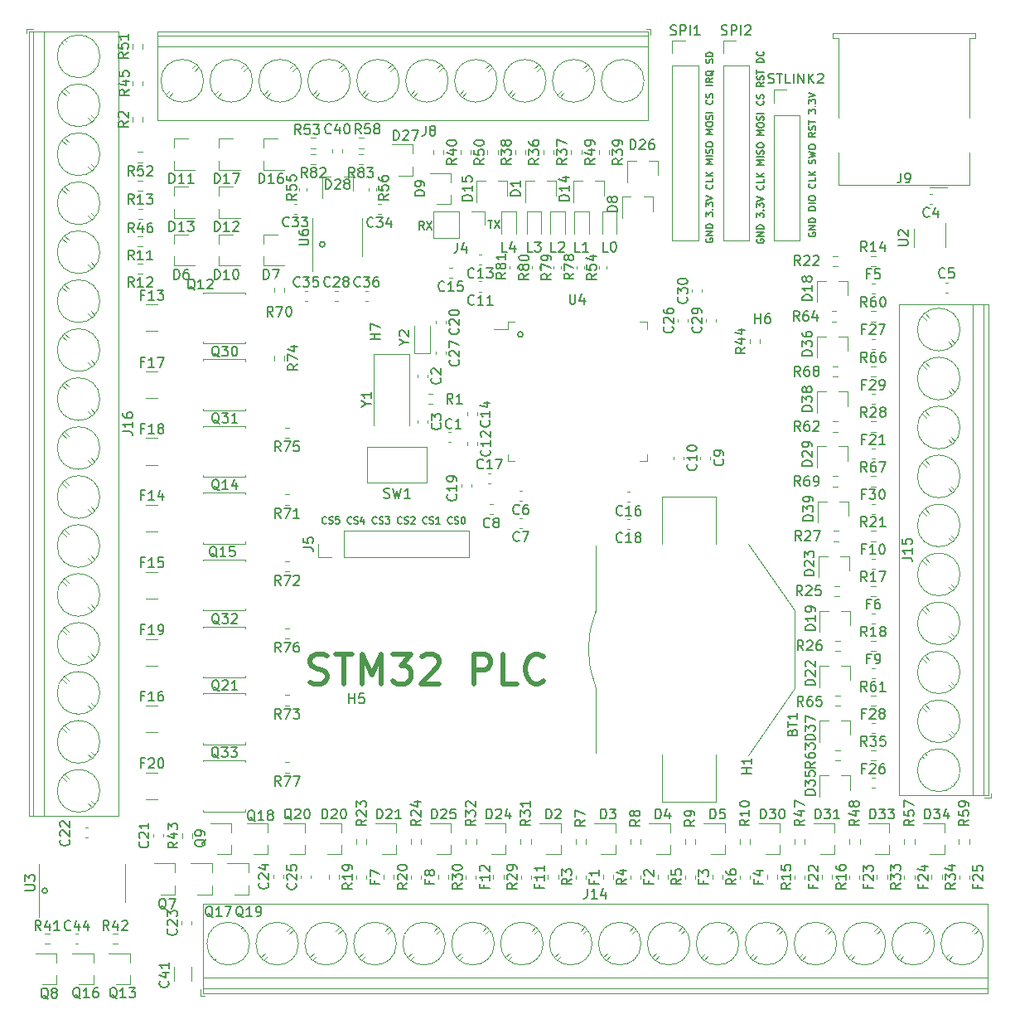
<source format=gto>
G04 #@! TF.GenerationSoftware,KiCad,Pcbnew,5.1.9-73d0e3b20d~88~ubuntu20.04.1*
G04 #@! TF.CreationDate,2021-05-05T00:04:50+02:00*
G04 #@! TF.ProjectId,DAC ADC PWM IO,44414320-4144-4432-9050-574d20494f2e,rev?*
G04 #@! TF.SameCoordinates,Original*
G04 #@! TF.FileFunction,Legend,Top*
G04 #@! TF.FilePolarity,Positive*
%FSLAX46Y46*%
G04 Gerber Fmt 4.6, Leading zero omitted, Abs format (unit mm)*
G04 Created by KiCad (PCBNEW 5.1.9-73d0e3b20d~88~ubuntu20.04.1) date 2021-05-05 00:04:50*
%MOMM*%
%LPD*%
G01*
G04 APERTURE LIST*
%ADD10C,0.150000*%
%ADD11C,0.500000*%
%ADD12C,0.120000*%
%ADD13O,1.700000X1.700000*%
%ADD14R,1.700000X1.700000*%
%ADD15R,0.800000X0.900000*%
%ADD16R,1.100000X1.050000*%
%ADD17R,2.400000X3.500000*%
%ADD18C,0.100000*%
%ADD19R,0.900000X0.800000*%
%ADD20R,0.650000X1.060000*%
%ADD21R,2.180000X1.600000*%
%ADD22C,4.700000*%
%ADD23C,2.600000*%
%ADD24R,2.600000X2.600000*%
%ADD25C,1.600000*%
%ADD26R,1.600000X1.500000*%
%ADD27C,3.000000*%
%ADD28C,17.800000*%
%ADD29R,5.100000X5.100000*%
G04 APERTURE END LIST*
D10*
X98919258Y-139600000D02*
G75*
G03*
X98919258Y-139600000I-269258J0D01*
G01*
X127269258Y-73600000D02*
G75*
G03*
X127269258Y-73600000I-269258J0D01*
G01*
X147519258Y-82800000D02*
G75*
G03*
X147519258Y-82800000I-269258J0D01*
G01*
D11*
X125771428Y-118314285D02*
X126200000Y-118457142D01*
X126914285Y-118457142D01*
X127200000Y-118314285D01*
X127342857Y-118171428D01*
X127485714Y-117885714D01*
X127485714Y-117600000D01*
X127342857Y-117314285D01*
X127200000Y-117171428D01*
X126914285Y-117028571D01*
X126342857Y-116885714D01*
X126057142Y-116742857D01*
X125914285Y-116600000D01*
X125771428Y-116314285D01*
X125771428Y-116028571D01*
X125914285Y-115742857D01*
X126057142Y-115600000D01*
X126342857Y-115457142D01*
X127057142Y-115457142D01*
X127485714Y-115600000D01*
X128342857Y-115457142D02*
X130057142Y-115457142D01*
X129200000Y-118457142D02*
X129200000Y-115457142D01*
X131057142Y-118457142D02*
X131057142Y-115457142D01*
X132057142Y-117600000D01*
X133057142Y-115457142D01*
X133057142Y-118457142D01*
X134200000Y-115457142D02*
X136057142Y-115457142D01*
X135057142Y-116600000D01*
X135485714Y-116600000D01*
X135771428Y-116742857D01*
X135914285Y-116885714D01*
X136057142Y-117171428D01*
X136057142Y-117885714D01*
X135914285Y-118171428D01*
X135771428Y-118314285D01*
X135485714Y-118457142D01*
X134628571Y-118457142D01*
X134342857Y-118314285D01*
X134200000Y-118171428D01*
X137200000Y-115742857D02*
X137342857Y-115600000D01*
X137628571Y-115457142D01*
X138342857Y-115457142D01*
X138628571Y-115600000D01*
X138771428Y-115742857D01*
X138914285Y-116028571D01*
X138914285Y-116314285D01*
X138771428Y-116742857D01*
X137057142Y-118457142D01*
X138914285Y-118457142D01*
X142485714Y-118457142D02*
X142485714Y-115457142D01*
X143628571Y-115457142D01*
X143914285Y-115600000D01*
X144057142Y-115742857D01*
X144200000Y-116028571D01*
X144200000Y-116457142D01*
X144057142Y-116742857D01*
X143914285Y-116885714D01*
X143628571Y-117028571D01*
X142485714Y-117028571D01*
X146914285Y-118457142D02*
X145485714Y-118457142D01*
X145485714Y-115457142D01*
X149628571Y-118171428D02*
X149485714Y-118314285D01*
X149057142Y-118457142D01*
X148771428Y-118457142D01*
X148342857Y-118314285D01*
X148057142Y-118028571D01*
X147914285Y-117742857D01*
X147771428Y-117171428D01*
X147771428Y-116742857D01*
X147914285Y-116171428D01*
X148057142Y-115885714D01*
X148342857Y-115600000D01*
X148771428Y-115457142D01*
X149057142Y-115457142D01*
X149485714Y-115600000D01*
X149628571Y-115742857D01*
D10*
X137416666Y-72061904D02*
X137150000Y-71680952D01*
X136959523Y-72061904D02*
X136959523Y-71261904D01*
X137264285Y-71261904D01*
X137340476Y-71300000D01*
X137378571Y-71338095D01*
X137416666Y-71414285D01*
X137416666Y-71528571D01*
X137378571Y-71604761D01*
X137340476Y-71642857D01*
X137264285Y-71680952D01*
X136959523Y-71680952D01*
X137683333Y-71261904D02*
X138216666Y-72061904D01*
X138216666Y-71261904D02*
X137683333Y-72061904D01*
X143940476Y-71161904D02*
X144397619Y-71161904D01*
X144169047Y-71961904D02*
X144169047Y-71161904D01*
X144588095Y-71161904D02*
X145121428Y-71961904D01*
X145121428Y-71161904D02*
X144588095Y-71961904D01*
X166250000Y-73000000D02*
X166216666Y-73066666D01*
X166216666Y-73166666D01*
X166250000Y-73266666D01*
X166316666Y-73333333D01*
X166383333Y-73366666D01*
X166516666Y-73400000D01*
X166616666Y-73400000D01*
X166750000Y-73366666D01*
X166816666Y-73333333D01*
X166883333Y-73266666D01*
X166916666Y-73166666D01*
X166916666Y-73100000D01*
X166883333Y-73000000D01*
X166850000Y-72966666D01*
X166616666Y-72966666D01*
X166616666Y-73100000D01*
X166916666Y-72666666D02*
X166216666Y-72666666D01*
X166916666Y-72266666D01*
X166216666Y-72266666D01*
X166916666Y-71933333D02*
X166216666Y-71933333D01*
X166216666Y-71766666D01*
X166250000Y-71666666D01*
X166316666Y-71600000D01*
X166383333Y-71566666D01*
X166516666Y-71533333D01*
X166616666Y-71533333D01*
X166750000Y-71566666D01*
X166816666Y-71600000D01*
X166883333Y-71666666D01*
X166916666Y-71766666D01*
X166916666Y-71933333D01*
X166216666Y-70766666D02*
X166216666Y-70333333D01*
X166483333Y-70566666D01*
X166483333Y-70466666D01*
X166516666Y-70400000D01*
X166550000Y-70366666D01*
X166616666Y-70333333D01*
X166783333Y-70333333D01*
X166850000Y-70366666D01*
X166883333Y-70400000D01*
X166916666Y-70466666D01*
X166916666Y-70666666D01*
X166883333Y-70733333D01*
X166850000Y-70766666D01*
X166850000Y-70033333D02*
X166883333Y-70000000D01*
X166916666Y-70033333D01*
X166883333Y-70066666D01*
X166850000Y-70033333D01*
X166916666Y-70033333D01*
X166216666Y-69766666D02*
X166216666Y-69333333D01*
X166483333Y-69566666D01*
X166483333Y-69466666D01*
X166516666Y-69400000D01*
X166550000Y-69366666D01*
X166616666Y-69333333D01*
X166783333Y-69333333D01*
X166850000Y-69366666D01*
X166883333Y-69400000D01*
X166916666Y-69466666D01*
X166916666Y-69666666D01*
X166883333Y-69733333D01*
X166850000Y-69766666D01*
X166216666Y-69133333D02*
X166916666Y-68900000D01*
X166216666Y-68666666D01*
X166850000Y-67500000D02*
X166883333Y-67533333D01*
X166916666Y-67633333D01*
X166916666Y-67700000D01*
X166883333Y-67800000D01*
X166816666Y-67866666D01*
X166750000Y-67900000D01*
X166616666Y-67933333D01*
X166516666Y-67933333D01*
X166383333Y-67900000D01*
X166316666Y-67866666D01*
X166250000Y-67800000D01*
X166216666Y-67700000D01*
X166216666Y-67633333D01*
X166250000Y-67533333D01*
X166283333Y-67500000D01*
X166916666Y-66866666D02*
X166916666Y-67200000D01*
X166216666Y-67200000D01*
X166916666Y-66633333D02*
X166216666Y-66633333D01*
X166916666Y-66233333D02*
X166516666Y-66533333D01*
X166216666Y-66233333D02*
X166616666Y-66633333D01*
X166916666Y-65400000D02*
X166216666Y-65400000D01*
X166716666Y-65166666D01*
X166216666Y-64933333D01*
X166916666Y-64933333D01*
X166916666Y-64600000D02*
X166216666Y-64600000D01*
X166883333Y-64300000D02*
X166916666Y-64200000D01*
X166916666Y-64033333D01*
X166883333Y-63966666D01*
X166850000Y-63933333D01*
X166783333Y-63900000D01*
X166716666Y-63900000D01*
X166650000Y-63933333D01*
X166616666Y-63966666D01*
X166583333Y-64033333D01*
X166550000Y-64166666D01*
X166516666Y-64233333D01*
X166483333Y-64266666D01*
X166416666Y-64300000D01*
X166350000Y-64300000D01*
X166283333Y-64266666D01*
X166250000Y-64233333D01*
X166216666Y-64166666D01*
X166216666Y-64000000D01*
X166250000Y-63900000D01*
X166216666Y-63466666D02*
X166216666Y-63333333D01*
X166250000Y-63266666D01*
X166316666Y-63200000D01*
X166450000Y-63166666D01*
X166683333Y-63166666D01*
X166816666Y-63200000D01*
X166883333Y-63266666D01*
X166916666Y-63333333D01*
X166916666Y-63466666D01*
X166883333Y-63533333D01*
X166816666Y-63600000D01*
X166683333Y-63633333D01*
X166450000Y-63633333D01*
X166316666Y-63600000D01*
X166250000Y-63533333D01*
X166216666Y-63466666D01*
X166916666Y-62333333D02*
X166216666Y-62333333D01*
X166716666Y-62100000D01*
X166216666Y-61866666D01*
X166916666Y-61866666D01*
X166216666Y-61400000D02*
X166216666Y-61266666D01*
X166250000Y-61200000D01*
X166316666Y-61133333D01*
X166450000Y-61100000D01*
X166683333Y-61100000D01*
X166816666Y-61133333D01*
X166883333Y-61200000D01*
X166916666Y-61266666D01*
X166916666Y-61400000D01*
X166883333Y-61466666D01*
X166816666Y-61533333D01*
X166683333Y-61566666D01*
X166450000Y-61566666D01*
X166316666Y-61533333D01*
X166250000Y-61466666D01*
X166216666Y-61400000D01*
X166883333Y-60833333D02*
X166916666Y-60733333D01*
X166916666Y-60566666D01*
X166883333Y-60500000D01*
X166850000Y-60466666D01*
X166783333Y-60433333D01*
X166716666Y-60433333D01*
X166650000Y-60466666D01*
X166616666Y-60500000D01*
X166583333Y-60566666D01*
X166550000Y-60700000D01*
X166516666Y-60766666D01*
X166483333Y-60800000D01*
X166416666Y-60833333D01*
X166350000Y-60833333D01*
X166283333Y-60800000D01*
X166250000Y-60766666D01*
X166216666Y-60700000D01*
X166216666Y-60533333D01*
X166250000Y-60433333D01*
X166916666Y-60133333D02*
X166216666Y-60133333D01*
X166850000Y-58866666D02*
X166883333Y-58900000D01*
X166916666Y-59000000D01*
X166916666Y-59066666D01*
X166883333Y-59166666D01*
X166816666Y-59233333D01*
X166750000Y-59266666D01*
X166616666Y-59300000D01*
X166516666Y-59300000D01*
X166383333Y-59266666D01*
X166316666Y-59233333D01*
X166250000Y-59166666D01*
X166216666Y-59066666D01*
X166216666Y-59000000D01*
X166250000Y-58900000D01*
X166283333Y-58866666D01*
X166883333Y-58600000D02*
X166916666Y-58500000D01*
X166916666Y-58333333D01*
X166883333Y-58266666D01*
X166850000Y-58233333D01*
X166783333Y-58200000D01*
X166716666Y-58200000D01*
X166650000Y-58233333D01*
X166616666Y-58266666D01*
X166583333Y-58333333D01*
X166550000Y-58466666D01*
X166516666Y-58533333D01*
X166483333Y-58566666D01*
X166416666Y-58600000D01*
X166350000Y-58600000D01*
X166283333Y-58566666D01*
X166250000Y-58533333D01*
X166216666Y-58466666D01*
X166216666Y-58300000D01*
X166250000Y-58200000D01*
X166916666Y-57366666D02*
X166216666Y-57366666D01*
X166916666Y-56633333D02*
X166583333Y-56866666D01*
X166916666Y-57033333D02*
X166216666Y-57033333D01*
X166216666Y-56766666D01*
X166250000Y-56700000D01*
X166283333Y-56666666D01*
X166350000Y-56633333D01*
X166450000Y-56633333D01*
X166516666Y-56666666D01*
X166550000Y-56700000D01*
X166583333Y-56766666D01*
X166583333Y-57033333D01*
X166983333Y-55866666D02*
X166950000Y-55933333D01*
X166883333Y-56000000D01*
X166783333Y-56100000D01*
X166750000Y-56166666D01*
X166750000Y-56233333D01*
X166916666Y-56200000D02*
X166883333Y-56266666D01*
X166816666Y-56333333D01*
X166683333Y-56366666D01*
X166450000Y-56366666D01*
X166316666Y-56333333D01*
X166250000Y-56266666D01*
X166216666Y-56200000D01*
X166216666Y-56066666D01*
X166250000Y-56000000D01*
X166316666Y-55933333D01*
X166450000Y-55900000D01*
X166683333Y-55900000D01*
X166816666Y-55933333D01*
X166883333Y-56000000D01*
X166916666Y-56066666D01*
X166916666Y-56200000D01*
X166883333Y-55100000D02*
X166916666Y-55000000D01*
X166916666Y-54833333D01*
X166883333Y-54766666D01*
X166850000Y-54733333D01*
X166783333Y-54700000D01*
X166716666Y-54700000D01*
X166650000Y-54733333D01*
X166616666Y-54766666D01*
X166583333Y-54833333D01*
X166550000Y-54966666D01*
X166516666Y-55033333D01*
X166483333Y-55066666D01*
X166416666Y-55100000D01*
X166350000Y-55100000D01*
X166283333Y-55066666D01*
X166250000Y-55033333D01*
X166216666Y-54966666D01*
X166216666Y-54800000D01*
X166250000Y-54700000D01*
X166916666Y-54400000D02*
X166216666Y-54400000D01*
X166216666Y-54233333D01*
X166250000Y-54133333D01*
X166316666Y-54066666D01*
X166383333Y-54033333D01*
X166516666Y-54000000D01*
X166616666Y-54000000D01*
X166750000Y-54033333D01*
X166816666Y-54066666D01*
X166883333Y-54133333D01*
X166916666Y-54233333D01*
X166916666Y-54400000D01*
X171450000Y-73083333D02*
X171416666Y-73150000D01*
X171416666Y-73250000D01*
X171450000Y-73350000D01*
X171516666Y-73416666D01*
X171583333Y-73450000D01*
X171716666Y-73483333D01*
X171816666Y-73483333D01*
X171950000Y-73450000D01*
X172016666Y-73416666D01*
X172083333Y-73350000D01*
X172116666Y-73250000D01*
X172116666Y-73183333D01*
X172083333Y-73083333D01*
X172050000Y-73050000D01*
X171816666Y-73050000D01*
X171816666Y-73183333D01*
X172116666Y-72750000D02*
X171416666Y-72750000D01*
X172116666Y-72350000D01*
X171416666Y-72350000D01*
X172116666Y-72016666D02*
X171416666Y-72016666D01*
X171416666Y-71850000D01*
X171450000Y-71750000D01*
X171516666Y-71683333D01*
X171583333Y-71650000D01*
X171716666Y-71616666D01*
X171816666Y-71616666D01*
X171950000Y-71650000D01*
X172016666Y-71683333D01*
X172083333Y-71750000D01*
X172116666Y-71850000D01*
X172116666Y-72016666D01*
X171416666Y-70850000D02*
X171416666Y-70416666D01*
X171683333Y-70650000D01*
X171683333Y-70550000D01*
X171716666Y-70483333D01*
X171750000Y-70450000D01*
X171816666Y-70416666D01*
X171983333Y-70416666D01*
X172050000Y-70450000D01*
X172083333Y-70483333D01*
X172116666Y-70550000D01*
X172116666Y-70750000D01*
X172083333Y-70816666D01*
X172050000Y-70850000D01*
X172050000Y-70116666D02*
X172083333Y-70083333D01*
X172116666Y-70116666D01*
X172083333Y-70150000D01*
X172050000Y-70116666D01*
X172116666Y-70116666D01*
X171416666Y-69850000D02*
X171416666Y-69416666D01*
X171683333Y-69650000D01*
X171683333Y-69550000D01*
X171716666Y-69483333D01*
X171750000Y-69450000D01*
X171816666Y-69416666D01*
X171983333Y-69416666D01*
X172050000Y-69450000D01*
X172083333Y-69483333D01*
X172116666Y-69550000D01*
X172116666Y-69750000D01*
X172083333Y-69816666D01*
X172050000Y-69850000D01*
X171416666Y-69216666D02*
X172116666Y-68983333D01*
X171416666Y-68750000D01*
X172050000Y-67583333D02*
X172083333Y-67616666D01*
X172116666Y-67716666D01*
X172116666Y-67783333D01*
X172083333Y-67883333D01*
X172016666Y-67950000D01*
X171950000Y-67983333D01*
X171816666Y-68016666D01*
X171716666Y-68016666D01*
X171583333Y-67983333D01*
X171516666Y-67950000D01*
X171450000Y-67883333D01*
X171416666Y-67783333D01*
X171416666Y-67716666D01*
X171450000Y-67616666D01*
X171483333Y-67583333D01*
X172116666Y-66950000D02*
X172116666Y-67283333D01*
X171416666Y-67283333D01*
X172116666Y-66716666D02*
X171416666Y-66716666D01*
X172116666Y-66316666D02*
X171716666Y-66616666D01*
X171416666Y-66316666D02*
X171816666Y-66716666D01*
X172116666Y-65483333D02*
X171416666Y-65483333D01*
X171916666Y-65250000D01*
X171416666Y-65016666D01*
X172116666Y-65016666D01*
X172116666Y-64683333D02*
X171416666Y-64683333D01*
X172083333Y-64383333D02*
X172116666Y-64283333D01*
X172116666Y-64116666D01*
X172083333Y-64050000D01*
X172050000Y-64016666D01*
X171983333Y-63983333D01*
X171916666Y-63983333D01*
X171850000Y-64016666D01*
X171816666Y-64050000D01*
X171783333Y-64116666D01*
X171750000Y-64250000D01*
X171716666Y-64316666D01*
X171683333Y-64350000D01*
X171616666Y-64383333D01*
X171550000Y-64383333D01*
X171483333Y-64350000D01*
X171450000Y-64316666D01*
X171416666Y-64250000D01*
X171416666Y-64083333D01*
X171450000Y-63983333D01*
X171416666Y-63550000D02*
X171416666Y-63416666D01*
X171450000Y-63350000D01*
X171516666Y-63283333D01*
X171650000Y-63250000D01*
X171883333Y-63250000D01*
X172016666Y-63283333D01*
X172083333Y-63350000D01*
X172116666Y-63416666D01*
X172116666Y-63550000D01*
X172083333Y-63616666D01*
X172016666Y-63683333D01*
X171883333Y-63716666D01*
X171650000Y-63716666D01*
X171516666Y-63683333D01*
X171450000Y-63616666D01*
X171416666Y-63550000D01*
X172116666Y-62416666D02*
X171416666Y-62416666D01*
X171916666Y-62183333D01*
X171416666Y-61950000D01*
X172116666Y-61950000D01*
X171416666Y-61483333D02*
X171416666Y-61350000D01*
X171450000Y-61283333D01*
X171516666Y-61216666D01*
X171650000Y-61183333D01*
X171883333Y-61183333D01*
X172016666Y-61216666D01*
X172083333Y-61283333D01*
X172116666Y-61350000D01*
X172116666Y-61483333D01*
X172083333Y-61550000D01*
X172016666Y-61616666D01*
X171883333Y-61650000D01*
X171650000Y-61650000D01*
X171516666Y-61616666D01*
X171450000Y-61550000D01*
X171416666Y-61483333D01*
X172083333Y-60916666D02*
X172116666Y-60816666D01*
X172116666Y-60650000D01*
X172083333Y-60583333D01*
X172050000Y-60550000D01*
X171983333Y-60516666D01*
X171916666Y-60516666D01*
X171850000Y-60550000D01*
X171816666Y-60583333D01*
X171783333Y-60650000D01*
X171750000Y-60783333D01*
X171716666Y-60850000D01*
X171683333Y-60883333D01*
X171616666Y-60916666D01*
X171550000Y-60916666D01*
X171483333Y-60883333D01*
X171450000Y-60850000D01*
X171416666Y-60783333D01*
X171416666Y-60616666D01*
X171450000Y-60516666D01*
X172116666Y-60216666D02*
X171416666Y-60216666D01*
X172050000Y-58950000D02*
X172083333Y-58983333D01*
X172116666Y-59083333D01*
X172116666Y-59150000D01*
X172083333Y-59250000D01*
X172016666Y-59316666D01*
X171950000Y-59350000D01*
X171816666Y-59383333D01*
X171716666Y-59383333D01*
X171583333Y-59350000D01*
X171516666Y-59316666D01*
X171450000Y-59250000D01*
X171416666Y-59150000D01*
X171416666Y-59083333D01*
X171450000Y-58983333D01*
X171483333Y-58950000D01*
X172083333Y-58683333D02*
X172116666Y-58583333D01*
X172116666Y-58416666D01*
X172083333Y-58350000D01*
X172050000Y-58316666D01*
X171983333Y-58283333D01*
X171916666Y-58283333D01*
X171850000Y-58316666D01*
X171816666Y-58350000D01*
X171783333Y-58416666D01*
X171750000Y-58550000D01*
X171716666Y-58616666D01*
X171683333Y-58650000D01*
X171616666Y-58683333D01*
X171550000Y-58683333D01*
X171483333Y-58650000D01*
X171450000Y-58616666D01*
X171416666Y-58550000D01*
X171416666Y-58383333D01*
X171450000Y-58283333D01*
X172116666Y-57050000D02*
X171783333Y-57283333D01*
X172116666Y-57450000D02*
X171416666Y-57450000D01*
X171416666Y-57183333D01*
X171450000Y-57116666D01*
X171483333Y-57083333D01*
X171550000Y-57050000D01*
X171650000Y-57050000D01*
X171716666Y-57083333D01*
X171750000Y-57116666D01*
X171783333Y-57183333D01*
X171783333Y-57450000D01*
X172083333Y-56783333D02*
X172116666Y-56683333D01*
X172116666Y-56516666D01*
X172083333Y-56450000D01*
X172050000Y-56416666D01*
X171983333Y-56383333D01*
X171916666Y-56383333D01*
X171850000Y-56416666D01*
X171816666Y-56450000D01*
X171783333Y-56516666D01*
X171750000Y-56650000D01*
X171716666Y-56716666D01*
X171683333Y-56750000D01*
X171616666Y-56783333D01*
X171550000Y-56783333D01*
X171483333Y-56750000D01*
X171450000Y-56716666D01*
X171416666Y-56650000D01*
X171416666Y-56483333D01*
X171450000Y-56383333D01*
X171416666Y-56183333D02*
X171416666Y-55783333D01*
X172116666Y-55983333D02*
X171416666Y-55983333D01*
X172116666Y-55016666D02*
X171416666Y-55016666D01*
X171416666Y-54850000D01*
X171450000Y-54750000D01*
X171516666Y-54683333D01*
X171583333Y-54650000D01*
X171716666Y-54616666D01*
X171816666Y-54616666D01*
X171950000Y-54650000D01*
X172016666Y-54683333D01*
X172083333Y-54750000D01*
X172116666Y-54850000D01*
X172116666Y-55016666D01*
X172050000Y-53916666D02*
X172083333Y-53950000D01*
X172116666Y-54050000D01*
X172116666Y-54116666D01*
X172083333Y-54216666D01*
X172016666Y-54283333D01*
X171950000Y-54316666D01*
X171816666Y-54350000D01*
X171716666Y-54350000D01*
X171583333Y-54316666D01*
X171516666Y-54283333D01*
X171450000Y-54216666D01*
X171416666Y-54116666D01*
X171416666Y-54050000D01*
X171450000Y-53950000D01*
X171483333Y-53916666D01*
X127433333Y-102050000D02*
X127400000Y-102083333D01*
X127300000Y-102116666D01*
X127233333Y-102116666D01*
X127133333Y-102083333D01*
X127066666Y-102016666D01*
X127033333Y-101950000D01*
X127000000Y-101816666D01*
X127000000Y-101716666D01*
X127033333Y-101583333D01*
X127066666Y-101516666D01*
X127133333Y-101450000D01*
X127233333Y-101416666D01*
X127300000Y-101416666D01*
X127400000Y-101450000D01*
X127433333Y-101483333D01*
X127700000Y-102083333D02*
X127800000Y-102116666D01*
X127966666Y-102116666D01*
X128033333Y-102083333D01*
X128066666Y-102050000D01*
X128100000Y-101983333D01*
X128100000Y-101916666D01*
X128066666Y-101850000D01*
X128033333Y-101816666D01*
X127966666Y-101783333D01*
X127833333Y-101750000D01*
X127766666Y-101716666D01*
X127733333Y-101683333D01*
X127700000Y-101616666D01*
X127700000Y-101550000D01*
X127733333Y-101483333D01*
X127766666Y-101450000D01*
X127833333Y-101416666D01*
X128000000Y-101416666D01*
X128100000Y-101450000D01*
X128733333Y-101416666D02*
X128400000Y-101416666D01*
X128366666Y-101750000D01*
X128400000Y-101716666D01*
X128466666Y-101683333D01*
X128633333Y-101683333D01*
X128700000Y-101716666D01*
X128733333Y-101750000D01*
X128766666Y-101816666D01*
X128766666Y-101983333D01*
X128733333Y-102050000D01*
X128700000Y-102083333D01*
X128633333Y-102116666D01*
X128466666Y-102116666D01*
X128400000Y-102083333D01*
X128366666Y-102050000D01*
X130000000Y-102050000D02*
X129966666Y-102083333D01*
X129866666Y-102116666D01*
X129800000Y-102116666D01*
X129700000Y-102083333D01*
X129633333Y-102016666D01*
X129600000Y-101950000D01*
X129566666Y-101816666D01*
X129566666Y-101716666D01*
X129600000Y-101583333D01*
X129633333Y-101516666D01*
X129700000Y-101450000D01*
X129800000Y-101416666D01*
X129866666Y-101416666D01*
X129966666Y-101450000D01*
X130000000Y-101483333D01*
X130266666Y-102083333D02*
X130366666Y-102116666D01*
X130533333Y-102116666D01*
X130600000Y-102083333D01*
X130633333Y-102050000D01*
X130666666Y-101983333D01*
X130666666Y-101916666D01*
X130633333Y-101850000D01*
X130600000Y-101816666D01*
X130533333Y-101783333D01*
X130400000Y-101750000D01*
X130333333Y-101716666D01*
X130300000Y-101683333D01*
X130266666Y-101616666D01*
X130266666Y-101550000D01*
X130300000Y-101483333D01*
X130333333Y-101450000D01*
X130400000Y-101416666D01*
X130566666Y-101416666D01*
X130666666Y-101450000D01*
X131266666Y-101650000D02*
X131266666Y-102116666D01*
X131100000Y-101383333D02*
X130933333Y-101883333D01*
X131366666Y-101883333D01*
X132566666Y-102050000D02*
X132533333Y-102083333D01*
X132433333Y-102116666D01*
X132366666Y-102116666D01*
X132266666Y-102083333D01*
X132200000Y-102016666D01*
X132166666Y-101950000D01*
X132133333Y-101816666D01*
X132133333Y-101716666D01*
X132166666Y-101583333D01*
X132200000Y-101516666D01*
X132266666Y-101450000D01*
X132366666Y-101416666D01*
X132433333Y-101416666D01*
X132533333Y-101450000D01*
X132566666Y-101483333D01*
X132833333Y-102083333D02*
X132933333Y-102116666D01*
X133100000Y-102116666D01*
X133166666Y-102083333D01*
X133200000Y-102050000D01*
X133233333Y-101983333D01*
X133233333Y-101916666D01*
X133200000Y-101850000D01*
X133166666Y-101816666D01*
X133100000Y-101783333D01*
X132966666Y-101750000D01*
X132900000Y-101716666D01*
X132866666Y-101683333D01*
X132833333Y-101616666D01*
X132833333Y-101550000D01*
X132866666Y-101483333D01*
X132900000Y-101450000D01*
X132966666Y-101416666D01*
X133133333Y-101416666D01*
X133233333Y-101450000D01*
X133466666Y-101416666D02*
X133900000Y-101416666D01*
X133666666Y-101683333D01*
X133766666Y-101683333D01*
X133833333Y-101716666D01*
X133866666Y-101750000D01*
X133900000Y-101816666D01*
X133900000Y-101983333D01*
X133866666Y-102050000D01*
X133833333Y-102083333D01*
X133766666Y-102116666D01*
X133566666Y-102116666D01*
X133500000Y-102083333D01*
X133466666Y-102050000D01*
X135133333Y-102050000D02*
X135100000Y-102083333D01*
X135000000Y-102116666D01*
X134933333Y-102116666D01*
X134833333Y-102083333D01*
X134766666Y-102016666D01*
X134733333Y-101950000D01*
X134700000Y-101816666D01*
X134700000Y-101716666D01*
X134733333Y-101583333D01*
X134766666Y-101516666D01*
X134833333Y-101450000D01*
X134933333Y-101416666D01*
X135000000Y-101416666D01*
X135100000Y-101450000D01*
X135133333Y-101483333D01*
X135400000Y-102083333D02*
X135500000Y-102116666D01*
X135666666Y-102116666D01*
X135733333Y-102083333D01*
X135766666Y-102050000D01*
X135800000Y-101983333D01*
X135800000Y-101916666D01*
X135766666Y-101850000D01*
X135733333Y-101816666D01*
X135666666Y-101783333D01*
X135533333Y-101750000D01*
X135466666Y-101716666D01*
X135433333Y-101683333D01*
X135400000Y-101616666D01*
X135400000Y-101550000D01*
X135433333Y-101483333D01*
X135466666Y-101450000D01*
X135533333Y-101416666D01*
X135700000Y-101416666D01*
X135800000Y-101450000D01*
X136066666Y-101483333D02*
X136100000Y-101450000D01*
X136166666Y-101416666D01*
X136333333Y-101416666D01*
X136400000Y-101450000D01*
X136433333Y-101483333D01*
X136466666Y-101550000D01*
X136466666Y-101616666D01*
X136433333Y-101716666D01*
X136033333Y-102116666D01*
X136466666Y-102116666D01*
X137700000Y-102050000D02*
X137666666Y-102083333D01*
X137566666Y-102116666D01*
X137500000Y-102116666D01*
X137400000Y-102083333D01*
X137333333Y-102016666D01*
X137300000Y-101950000D01*
X137266666Y-101816666D01*
X137266666Y-101716666D01*
X137300000Y-101583333D01*
X137333333Y-101516666D01*
X137400000Y-101450000D01*
X137500000Y-101416666D01*
X137566666Y-101416666D01*
X137666666Y-101450000D01*
X137700000Y-101483333D01*
X137966666Y-102083333D02*
X138066666Y-102116666D01*
X138233333Y-102116666D01*
X138300000Y-102083333D01*
X138333333Y-102050000D01*
X138366666Y-101983333D01*
X138366666Y-101916666D01*
X138333333Y-101850000D01*
X138300000Y-101816666D01*
X138233333Y-101783333D01*
X138100000Y-101750000D01*
X138033333Y-101716666D01*
X138000000Y-101683333D01*
X137966666Y-101616666D01*
X137966666Y-101550000D01*
X138000000Y-101483333D01*
X138033333Y-101450000D01*
X138100000Y-101416666D01*
X138266666Y-101416666D01*
X138366666Y-101450000D01*
X139033333Y-102116666D02*
X138633333Y-102116666D01*
X138833333Y-102116666D02*
X138833333Y-101416666D01*
X138766666Y-101516666D01*
X138700000Y-101583333D01*
X138633333Y-101616666D01*
X140266666Y-102050000D02*
X140233333Y-102083333D01*
X140133333Y-102116666D01*
X140066666Y-102116666D01*
X139966666Y-102083333D01*
X139900000Y-102016666D01*
X139866666Y-101950000D01*
X139833333Y-101816666D01*
X139833333Y-101716666D01*
X139866666Y-101583333D01*
X139900000Y-101516666D01*
X139966666Y-101450000D01*
X140066666Y-101416666D01*
X140133333Y-101416666D01*
X140233333Y-101450000D01*
X140266666Y-101483333D01*
X140533333Y-102083333D02*
X140633333Y-102116666D01*
X140800000Y-102116666D01*
X140866666Y-102083333D01*
X140900000Y-102050000D01*
X140933333Y-101983333D01*
X140933333Y-101916666D01*
X140900000Y-101850000D01*
X140866666Y-101816666D01*
X140800000Y-101783333D01*
X140666666Y-101750000D01*
X140600000Y-101716666D01*
X140566666Y-101683333D01*
X140533333Y-101616666D01*
X140533333Y-101550000D01*
X140566666Y-101483333D01*
X140600000Y-101450000D01*
X140666666Y-101416666D01*
X140833333Y-101416666D01*
X140933333Y-101450000D01*
X141366666Y-101416666D02*
X141433333Y-101416666D01*
X141500000Y-101450000D01*
X141533333Y-101483333D01*
X141566666Y-101550000D01*
X141600000Y-101683333D01*
X141600000Y-101850000D01*
X141566666Y-101983333D01*
X141533333Y-102050000D01*
X141500000Y-102083333D01*
X141433333Y-102116666D01*
X141366666Y-102116666D01*
X141300000Y-102083333D01*
X141266666Y-102050000D01*
X141233333Y-101983333D01*
X141200000Y-101850000D01*
X141200000Y-101683333D01*
X141233333Y-101550000D01*
X141266666Y-101483333D01*
X141300000Y-101450000D01*
X141366666Y-101416666D01*
X176750000Y-72416666D02*
X176716666Y-72483333D01*
X176716666Y-72583333D01*
X176750000Y-72683333D01*
X176816666Y-72750000D01*
X176883333Y-72783333D01*
X177016666Y-72816666D01*
X177116666Y-72816666D01*
X177250000Y-72783333D01*
X177316666Y-72750000D01*
X177383333Y-72683333D01*
X177416666Y-72583333D01*
X177416666Y-72516666D01*
X177383333Y-72416666D01*
X177350000Y-72383333D01*
X177116666Y-72383333D01*
X177116666Y-72516666D01*
X177416666Y-72083333D02*
X176716666Y-72083333D01*
X177416666Y-71683333D01*
X176716666Y-71683333D01*
X177416666Y-71350000D02*
X176716666Y-71350000D01*
X176716666Y-71183333D01*
X176750000Y-71083333D01*
X176816666Y-71016666D01*
X176883333Y-70983333D01*
X177016666Y-70950000D01*
X177116666Y-70950000D01*
X177250000Y-70983333D01*
X177316666Y-71016666D01*
X177383333Y-71083333D01*
X177416666Y-71183333D01*
X177416666Y-71350000D01*
X177416666Y-70116666D02*
X176716666Y-70116666D01*
X176716666Y-69950000D01*
X176750000Y-69850000D01*
X176816666Y-69783333D01*
X176883333Y-69750000D01*
X177016666Y-69716666D01*
X177116666Y-69716666D01*
X177250000Y-69750000D01*
X177316666Y-69783333D01*
X177383333Y-69850000D01*
X177416666Y-69950000D01*
X177416666Y-70116666D01*
X177416666Y-69416666D02*
X176716666Y-69416666D01*
X176716666Y-68950000D02*
X176716666Y-68816666D01*
X176750000Y-68750000D01*
X176816666Y-68683333D01*
X176950000Y-68650000D01*
X177183333Y-68650000D01*
X177316666Y-68683333D01*
X177383333Y-68750000D01*
X177416666Y-68816666D01*
X177416666Y-68950000D01*
X177383333Y-69016666D01*
X177316666Y-69083333D01*
X177183333Y-69116666D01*
X176950000Y-69116666D01*
X176816666Y-69083333D01*
X176750000Y-69016666D01*
X176716666Y-68950000D01*
X177350000Y-67416666D02*
X177383333Y-67450000D01*
X177416666Y-67550000D01*
X177416666Y-67616666D01*
X177383333Y-67716666D01*
X177316666Y-67783333D01*
X177250000Y-67816666D01*
X177116666Y-67850000D01*
X177016666Y-67850000D01*
X176883333Y-67816666D01*
X176816666Y-67783333D01*
X176750000Y-67716666D01*
X176716666Y-67616666D01*
X176716666Y-67550000D01*
X176750000Y-67450000D01*
X176783333Y-67416666D01*
X177416666Y-66783333D02*
X177416666Y-67116666D01*
X176716666Y-67116666D01*
X177416666Y-66550000D02*
X176716666Y-66550000D01*
X177416666Y-66150000D02*
X177016666Y-66450000D01*
X176716666Y-66150000D02*
X177116666Y-66550000D01*
X177383333Y-65350000D02*
X177416666Y-65250000D01*
X177416666Y-65083333D01*
X177383333Y-65016666D01*
X177350000Y-64983333D01*
X177283333Y-64950000D01*
X177216666Y-64950000D01*
X177150000Y-64983333D01*
X177116666Y-65016666D01*
X177083333Y-65083333D01*
X177050000Y-65216666D01*
X177016666Y-65283333D01*
X176983333Y-65316666D01*
X176916666Y-65350000D01*
X176850000Y-65350000D01*
X176783333Y-65316666D01*
X176750000Y-65283333D01*
X176716666Y-65216666D01*
X176716666Y-65050000D01*
X176750000Y-64950000D01*
X176716666Y-64716666D02*
X177416666Y-64550000D01*
X176916666Y-64416666D01*
X177416666Y-64283333D01*
X176716666Y-64116666D01*
X176716666Y-63716666D02*
X176716666Y-63583333D01*
X176750000Y-63516666D01*
X176816666Y-63450000D01*
X176950000Y-63416666D01*
X177183333Y-63416666D01*
X177316666Y-63450000D01*
X177383333Y-63516666D01*
X177416666Y-63583333D01*
X177416666Y-63716666D01*
X177383333Y-63783333D01*
X177316666Y-63850000D01*
X177183333Y-63883333D01*
X176950000Y-63883333D01*
X176816666Y-63850000D01*
X176750000Y-63783333D01*
X176716666Y-63716666D01*
X177416666Y-62183333D02*
X177083333Y-62416666D01*
X177416666Y-62583333D02*
X176716666Y-62583333D01*
X176716666Y-62316666D01*
X176750000Y-62250000D01*
X176783333Y-62216666D01*
X176850000Y-62183333D01*
X176950000Y-62183333D01*
X177016666Y-62216666D01*
X177050000Y-62250000D01*
X177083333Y-62316666D01*
X177083333Y-62583333D01*
X177383333Y-61916666D02*
X177416666Y-61816666D01*
X177416666Y-61650000D01*
X177383333Y-61583333D01*
X177350000Y-61550000D01*
X177283333Y-61516666D01*
X177216666Y-61516666D01*
X177150000Y-61550000D01*
X177116666Y-61583333D01*
X177083333Y-61650000D01*
X177050000Y-61783333D01*
X177016666Y-61850000D01*
X176983333Y-61883333D01*
X176916666Y-61916666D01*
X176850000Y-61916666D01*
X176783333Y-61883333D01*
X176750000Y-61850000D01*
X176716666Y-61783333D01*
X176716666Y-61616666D01*
X176750000Y-61516666D01*
X176716666Y-61316666D02*
X176716666Y-60916666D01*
X177416666Y-61116666D02*
X176716666Y-61116666D01*
X176716666Y-60216666D02*
X176716666Y-59783333D01*
X176983333Y-60016666D01*
X176983333Y-59916666D01*
X177016666Y-59850000D01*
X177050000Y-59816666D01*
X177116666Y-59783333D01*
X177283333Y-59783333D01*
X177350000Y-59816666D01*
X177383333Y-59850000D01*
X177416666Y-59916666D01*
X177416666Y-60116666D01*
X177383333Y-60183333D01*
X177350000Y-60216666D01*
X177350000Y-59483333D02*
X177383333Y-59450000D01*
X177416666Y-59483333D01*
X177383333Y-59516666D01*
X177350000Y-59483333D01*
X177416666Y-59483333D01*
X176716666Y-59216666D02*
X176716666Y-58783333D01*
X176983333Y-59016666D01*
X176983333Y-58916666D01*
X177016666Y-58850000D01*
X177050000Y-58816666D01*
X177116666Y-58783333D01*
X177283333Y-58783333D01*
X177350000Y-58816666D01*
X177383333Y-58850000D01*
X177416666Y-58916666D01*
X177416666Y-59116666D01*
X177383333Y-59183333D01*
X177350000Y-59216666D01*
X176716666Y-58583333D02*
X177416666Y-58350000D01*
X176716666Y-58116666D01*
D12*
X130737742Y-62727500D02*
X131212258Y-62727500D01*
X130737742Y-63772500D02*
X131212258Y-63772500D01*
X130712742Y-64377500D02*
X131187258Y-64377500D01*
X130712742Y-65422500D02*
X131187258Y-65422500D01*
X125862742Y-64377500D02*
X126337258Y-64377500D01*
X125862742Y-65422500D02*
X126337258Y-65422500D01*
X125862742Y-62727500D02*
X126337258Y-62727500D01*
X125862742Y-63772500D02*
X126337258Y-63772500D01*
X146880000Y-76103641D02*
X146880000Y-75796359D01*
X146120000Y-76103641D02*
X146120000Y-75796359D01*
X149180000Y-76103641D02*
X149180000Y-75796359D01*
X148420000Y-76103641D02*
X148420000Y-75796359D01*
X151430000Y-76103641D02*
X151430000Y-75796359D01*
X150670000Y-76103641D02*
X150670000Y-75796359D01*
X153730000Y-76103641D02*
X153730000Y-75796359D01*
X152970000Y-76103641D02*
X152970000Y-75796359D01*
X156030000Y-76103641D02*
X156030000Y-75796359D01*
X155270000Y-76103641D02*
X155270000Y-75796359D01*
X145315000Y-70215000D02*
X145315000Y-72500000D01*
X146785000Y-70215000D02*
X145315000Y-70215000D01*
X146785000Y-72500000D02*
X146785000Y-70215000D01*
X147915000Y-70215000D02*
X147915000Y-72500000D01*
X149385000Y-70215000D02*
X147915000Y-70215000D01*
X149385000Y-72500000D02*
X149385000Y-70215000D01*
X150315000Y-70215000D02*
X150315000Y-72500000D01*
X151785000Y-70215000D02*
X150315000Y-70215000D01*
X151785000Y-72500000D02*
X151785000Y-70215000D01*
X152765000Y-70215000D02*
X152765000Y-72500000D01*
X154235000Y-70215000D02*
X152765000Y-70215000D01*
X154235000Y-72500000D02*
X154235000Y-70215000D01*
X155615000Y-70215000D02*
X155615000Y-72500000D01*
X157085000Y-70215000D02*
X155615000Y-70215000D01*
X157085000Y-72500000D02*
X157085000Y-70215000D01*
X126620000Y-105530000D02*
X126620000Y-104200000D01*
X127950000Y-105530000D02*
X126620000Y-105530000D01*
X129220000Y-105530000D02*
X129220000Y-102870000D01*
X129220000Y-102870000D02*
X141980000Y-102870000D01*
X129220000Y-105530000D02*
X141980000Y-105530000D01*
X141980000Y-105530000D02*
X141980000Y-102870000D01*
X131720000Y-67846359D02*
X131720000Y-68153641D01*
X132480000Y-67846359D02*
X132480000Y-68153641D01*
X125380000Y-68153641D02*
X125380000Y-67846359D01*
X124620000Y-68153641D02*
X124620000Y-67846359D01*
X130130000Y-66690000D02*
X130130000Y-68150000D01*
X126970000Y-66690000D02*
X126970000Y-68850000D01*
X126970000Y-66690000D02*
X127900000Y-66690000D01*
X130130000Y-66690000D02*
X129200000Y-66690000D01*
X128040000Y-63909420D02*
X128040000Y-64190580D01*
X129060000Y-63909420D02*
X129060000Y-64190580D01*
X132709420Y-70460000D02*
X132990580Y-70460000D01*
X132709420Y-69440000D02*
X132990580Y-69440000D01*
X124109420Y-70460000D02*
X124390580Y-70460000D01*
X124109420Y-69440000D02*
X124390580Y-69440000D01*
X143580000Y-70270000D02*
X143580000Y-71600000D01*
X142250000Y-70270000D02*
X143580000Y-70270000D01*
X140980000Y-70270000D02*
X140980000Y-72930000D01*
X140980000Y-72930000D02*
X138380000Y-72930000D01*
X140980000Y-70270000D02*
X138380000Y-70270000D01*
X138380000Y-70270000D02*
X138380000Y-72930000D01*
X167970000Y-52770000D02*
X169300000Y-52770000D01*
X167970000Y-54100000D02*
X167970000Y-52770000D01*
X167970000Y-55370000D02*
X170630000Y-55370000D01*
X170630000Y-55370000D02*
X170630000Y-73210000D01*
X167970000Y-55370000D02*
X167970000Y-73210000D01*
X167970000Y-73210000D02*
X170630000Y-73210000D01*
X162770000Y-52770000D02*
X164100000Y-52770000D01*
X162770000Y-54100000D02*
X162770000Y-52770000D01*
X162770000Y-55370000D02*
X165430000Y-55370000D01*
X165430000Y-55370000D02*
X165430000Y-73210000D01*
X162770000Y-55370000D02*
X162770000Y-73210000D01*
X162770000Y-73210000D02*
X165430000Y-73210000D01*
X143290580Y-78410000D02*
X143009420Y-78410000D01*
X143290580Y-77390000D02*
X143009420Y-77390000D01*
X138000000Y-84750000D02*
X138000000Y-81900000D01*
X136400000Y-84750000D02*
X138000000Y-84750000D01*
X136400000Y-81900000D02*
X136400000Y-84750000D01*
X132300000Y-84800000D02*
X132300000Y-92050000D01*
X135900000Y-84800000D02*
X132300000Y-84800000D01*
X135900000Y-92050000D02*
X135900000Y-84800000D01*
X123637258Y-127522500D02*
X123162742Y-127522500D01*
X123637258Y-126477500D02*
X123162742Y-126477500D01*
X123637258Y-113872500D02*
X123162742Y-113872500D01*
X123637258Y-112827500D02*
X123162742Y-112827500D01*
X123637258Y-93372500D02*
X123162742Y-93372500D01*
X123637258Y-92327500D02*
X123162742Y-92327500D01*
X123122500Y-84962742D02*
X123122500Y-85437258D01*
X122077500Y-84962742D02*
X122077500Y-85437258D01*
X123637258Y-120672500D02*
X123162742Y-120672500D01*
X123637258Y-119627500D02*
X123162742Y-119627500D01*
X123637258Y-107022500D02*
X123162742Y-107022500D01*
X123637258Y-105977500D02*
X123162742Y-105977500D01*
X123637258Y-100172500D02*
X123162742Y-100172500D01*
X123637258Y-99127500D02*
X123162742Y-99127500D01*
X119115000Y-112850000D02*
X119115000Y-112650000D01*
X119115000Y-112650000D02*
X114815000Y-112650000D01*
X114815000Y-112650000D02*
X114815000Y-112800000D01*
X114815000Y-117700000D02*
X114815000Y-117850000D01*
X114815000Y-117850000D02*
X119115000Y-117850000D01*
X119115000Y-117850000D02*
X119115000Y-117650000D01*
X119115000Y-92350000D02*
X119115000Y-92150000D01*
X119115000Y-92150000D02*
X114815000Y-92150000D01*
X114815000Y-92150000D02*
X114815000Y-92300000D01*
X114815000Y-97200000D02*
X114815000Y-97350000D01*
X114815000Y-97350000D02*
X119115000Y-97350000D01*
X119115000Y-97350000D02*
X119115000Y-97150000D01*
X119115000Y-85550000D02*
X119115000Y-85350000D01*
X119115000Y-85350000D02*
X114815000Y-85350000D01*
X114815000Y-85350000D02*
X114815000Y-85500000D01*
X114815000Y-90400000D02*
X114815000Y-90550000D01*
X114815000Y-90550000D02*
X119115000Y-90550000D01*
X119115000Y-90550000D02*
X119115000Y-90350000D01*
X119115000Y-119650000D02*
X119115000Y-119450000D01*
X119115000Y-119450000D02*
X114815000Y-119450000D01*
X114815000Y-119450000D02*
X114815000Y-119600000D01*
X114815000Y-124500000D02*
X114815000Y-124650000D01*
X114815000Y-124650000D02*
X119115000Y-124650000D01*
X119115000Y-124650000D02*
X119115000Y-124450000D01*
X119115000Y-99150000D02*
X119115000Y-98950000D01*
X119115000Y-98950000D02*
X114815000Y-98950000D01*
X114815000Y-98950000D02*
X114815000Y-99100000D01*
X114815000Y-104000000D02*
X114815000Y-104150000D01*
X114815000Y-104150000D02*
X119115000Y-104150000D01*
X119115000Y-104150000D02*
X119115000Y-103950000D01*
X108997936Y-113890000D02*
X110202064Y-113890000D01*
X108997936Y-116610000D02*
X110202064Y-116610000D01*
X108997936Y-93390000D02*
X110202064Y-93390000D01*
X108997936Y-96110000D02*
X110202064Y-96110000D01*
X108997936Y-86590000D02*
X110202064Y-86590000D01*
X108997936Y-89310000D02*
X110202064Y-89310000D01*
X108997936Y-120690000D02*
X110202064Y-120690000D01*
X108997936Y-123410000D02*
X110202064Y-123410000D01*
X108997936Y-100190000D02*
X110202064Y-100190000D01*
X108997936Y-102910000D02*
X110202064Y-102910000D01*
X180680000Y-82990000D02*
X179750000Y-82990000D01*
X177520000Y-82990000D02*
X178450000Y-82990000D01*
X177520000Y-82990000D02*
X177520000Y-85150000D01*
X180680000Y-82990000D02*
X180680000Y-84450000D01*
X142722500Y-134837258D02*
X142722500Y-134362742D01*
X141677500Y-134837258D02*
X141677500Y-134362742D01*
X138877500Y-137962742D02*
X138877500Y-138437258D01*
X139922500Y-137962742D02*
X139922500Y-138437258D01*
X122077500Y-78012742D02*
X122077500Y-78487258D01*
X123122500Y-78012742D02*
X123122500Y-78487258D01*
X119115000Y-131500000D02*
X119115000Y-131300000D01*
X114815000Y-131500000D02*
X119115000Y-131500000D01*
X114815000Y-131350000D02*
X114815000Y-131500000D01*
X114815000Y-126300000D02*
X114815000Y-126450000D01*
X119115000Y-126300000D02*
X114815000Y-126300000D01*
X119115000Y-126500000D02*
X119115000Y-126300000D01*
X119115000Y-111000000D02*
X119115000Y-110800000D01*
X114815000Y-111000000D02*
X119115000Y-111000000D01*
X114815000Y-110850000D02*
X114815000Y-111000000D01*
X114815000Y-105800000D02*
X114815000Y-105950000D01*
X119115000Y-105800000D02*
X114815000Y-105800000D01*
X119115000Y-106000000D02*
X119115000Y-105800000D01*
X119115000Y-83700000D02*
X119115000Y-83500000D01*
X114815000Y-83700000D02*
X119115000Y-83700000D01*
X114815000Y-83550000D02*
X114815000Y-83700000D01*
X114815000Y-78500000D02*
X114815000Y-78650000D01*
X119115000Y-78500000D02*
X114815000Y-78500000D01*
X119115000Y-78700000D02*
X119115000Y-78500000D01*
X108997936Y-130260000D02*
X110202064Y-130260000D01*
X108997936Y-127540000D02*
X110202064Y-127540000D01*
X108997936Y-109760000D02*
X110202064Y-109760000D01*
X108997936Y-107040000D02*
X110202064Y-107040000D01*
X108997936Y-82460000D02*
X110202064Y-82460000D01*
X108997936Y-79740000D02*
X110202064Y-79740000D01*
X145760000Y-135880000D02*
X145760000Y-134950000D01*
X145760000Y-132720000D02*
X145760000Y-133650000D01*
X145760000Y-132720000D02*
X143600000Y-132720000D01*
X145760000Y-135880000D02*
X144300000Y-135880000D01*
X134560000Y-135880000D02*
X134560000Y-134950000D01*
X134560000Y-132720000D02*
X134560000Y-133650000D01*
X134560000Y-132720000D02*
X132400000Y-132720000D01*
X134560000Y-135880000D02*
X133100000Y-135880000D01*
X128960000Y-135880000D02*
X128960000Y-134950000D01*
X128960000Y-132720000D02*
X128960000Y-133650000D01*
X128960000Y-132720000D02*
X126800000Y-132720000D01*
X128960000Y-135880000D02*
X127500000Y-135880000D01*
X131110000Y-72900000D02*
X131110000Y-70950000D01*
X131110000Y-72900000D02*
X131110000Y-74850000D01*
X125990000Y-72900000D02*
X125990000Y-70950000D01*
X125990000Y-72900000D02*
X125990000Y-76350000D01*
X187440000Y-72050000D02*
X187440000Y-73850000D01*
X190660000Y-73850000D02*
X190660000Y-71400000D01*
X131590000Y-94290000D02*
X137710000Y-94290000D01*
X137710000Y-94290000D02*
X137710000Y-97910000D01*
X137710000Y-97910000D02*
X131590000Y-97910000D01*
X131590000Y-97910000D02*
X131590000Y-94290000D01*
X179637258Y-98322500D02*
X179162742Y-98322500D01*
X179637258Y-97277500D02*
X179162742Y-97277500D01*
X179637258Y-87122500D02*
X179162742Y-87122500D01*
X179637258Y-86077500D02*
X179162742Y-86077500D01*
X183062742Y-97277500D02*
X183537258Y-97277500D01*
X183062742Y-98322500D02*
X183537258Y-98322500D01*
X183062742Y-86077500D02*
X183537258Y-86077500D01*
X183062742Y-87122500D02*
X183537258Y-87122500D01*
X179937258Y-120722500D02*
X179462742Y-120722500D01*
X179937258Y-119677500D02*
X179462742Y-119677500D01*
X179537258Y-81472500D02*
X179062742Y-81472500D01*
X179537258Y-80427500D02*
X179062742Y-80427500D01*
X179937258Y-126322500D02*
X179462742Y-126322500D01*
X179937258Y-125277500D02*
X179462742Y-125277500D01*
X179637258Y-92722500D02*
X179162742Y-92722500D01*
X179637258Y-91677500D02*
X179162742Y-91677500D01*
X183062742Y-119677500D02*
X183537258Y-119677500D01*
X183062742Y-120722500D02*
X183537258Y-120722500D01*
X183062742Y-80427500D02*
X183537258Y-80427500D01*
X183062742Y-81472500D02*
X183537258Y-81472500D01*
X108637258Y-65222500D02*
X108162742Y-65222500D01*
X108637258Y-64177500D02*
X108162742Y-64177500D01*
X107627500Y-53612258D02*
X107627500Y-53137742D01*
X108672500Y-53612258D02*
X108672500Y-53137742D01*
X142172500Y-63962742D02*
X142172500Y-64437258D01*
X141127500Y-63962742D02*
X141127500Y-64437258D01*
X153472500Y-63962742D02*
X153472500Y-64437258D01*
X152427500Y-63962742D02*
X152427500Y-64437258D01*
X108662258Y-71022500D02*
X108187742Y-71022500D01*
X108662258Y-69977500D02*
X108187742Y-69977500D01*
X108672500Y-56912742D02*
X108672500Y-57387258D01*
X107627500Y-56912742D02*
X107627500Y-57387258D01*
X170677500Y-83737258D02*
X170677500Y-83262742D01*
X171722500Y-83737258D02*
X171722500Y-83262742D01*
X139372500Y-63962742D02*
X139372500Y-64437258D01*
X138327500Y-63962742D02*
X138327500Y-64437258D01*
X156322500Y-63962742D02*
X156322500Y-64437258D01*
X155277500Y-63962742D02*
X155277500Y-64437258D01*
X144922500Y-63962742D02*
X144922500Y-64437258D01*
X143877500Y-63962742D02*
X143877500Y-64437258D01*
X150622500Y-63962742D02*
X150622500Y-64437258D01*
X149577500Y-63962742D02*
X149577500Y-64437258D01*
X147772500Y-63962742D02*
X147772500Y-64437258D01*
X146727500Y-63962742D02*
X146727500Y-64437258D01*
X183062742Y-125277500D02*
X183537258Y-125277500D01*
X183062742Y-126322500D02*
X183537258Y-126322500D01*
X147277500Y-134837258D02*
X147277500Y-134362742D01*
X148322500Y-134837258D02*
X148322500Y-134362742D01*
X183062742Y-91677500D02*
X183537258Y-91677500D01*
X183062742Y-92722500D02*
X183537258Y-92722500D01*
X179737258Y-103922500D02*
X179262742Y-103922500D01*
X179737258Y-102877500D02*
X179262742Y-102877500D01*
X179937258Y-115122500D02*
X179462742Y-115122500D01*
X179937258Y-114077500D02*
X179462742Y-114077500D01*
X179837258Y-109522500D02*
X179362742Y-109522500D01*
X179837258Y-108477500D02*
X179362742Y-108477500D01*
X130477500Y-134837258D02*
X130477500Y-134362742D01*
X131522500Y-134837258D02*
X131522500Y-134362742D01*
X179637258Y-75822500D02*
X179162742Y-75822500D01*
X179637258Y-74777500D02*
X179162742Y-74777500D01*
X183062742Y-102877500D02*
X183537258Y-102877500D01*
X183062742Y-103922500D02*
X183537258Y-103922500D01*
X183062742Y-114077500D02*
X183537258Y-114077500D01*
X183062742Y-115122500D02*
X183537258Y-115122500D01*
X183062742Y-108477500D02*
X183537258Y-108477500D01*
X183062742Y-109522500D02*
X183537258Y-109522500D01*
X183062742Y-74777500D02*
X183537258Y-74777500D01*
X183062742Y-75822500D02*
X183537258Y-75822500D01*
X108637258Y-68122500D02*
X108162742Y-68122500D01*
X108637258Y-67077500D02*
X108162742Y-67077500D01*
X108162742Y-75577500D02*
X108637258Y-75577500D01*
X108162742Y-76622500D02*
X108637258Y-76622500D01*
X108637258Y-73822500D02*
X108162742Y-73822500D01*
X108637258Y-72777500D02*
X108162742Y-72777500D01*
X107627500Y-61087258D02*
X107627500Y-60612742D01*
X108672500Y-61087258D02*
X108672500Y-60612742D01*
X137812742Y-88827500D02*
X138287258Y-88827500D01*
X137812742Y-89872500D02*
X138287258Y-89872500D01*
X173120000Y-73180000D02*
X175780000Y-73180000D01*
X173120000Y-60420000D02*
X173120000Y-73180000D01*
X175780000Y-60420000D02*
X175780000Y-73180000D01*
X173120000Y-60420000D02*
X175780000Y-60420000D01*
X173120000Y-59150000D02*
X173120000Y-57820000D01*
X173120000Y-57820000D02*
X174450000Y-57820000D01*
X183125221Y-100090000D02*
X183450779Y-100090000D01*
X183125221Y-101110000D02*
X183450779Y-101110000D01*
X183137221Y-88890000D02*
X183462779Y-88890000D01*
X183137221Y-89910000D02*
X183462779Y-89910000D01*
X183137221Y-122490000D02*
X183462779Y-122490000D01*
X183137221Y-123510000D02*
X183462779Y-123510000D01*
X183137221Y-83240000D02*
X183462779Y-83240000D01*
X183137221Y-84260000D02*
X183462779Y-84260000D01*
X183137221Y-128090000D02*
X183462779Y-128090000D01*
X183137221Y-129110000D02*
X183462779Y-129110000D01*
X183137221Y-94490000D02*
X183462779Y-94490000D01*
X183137221Y-95510000D02*
X183462779Y-95510000D01*
X142710000Y-138037221D02*
X142710000Y-138362779D01*
X141690000Y-138037221D02*
X141690000Y-138362779D01*
X183137221Y-105690000D02*
X183462779Y-105690000D01*
X183137221Y-106710000D02*
X183462779Y-106710000D01*
X183137221Y-116890000D02*
X183462779Y-116890000D01*
X183137221Y-117910000D02*
X183462779Y-117910000D01*
X183137221Y-111290000D02*
X183462779Y-111290000D01*
X183137221Y-112310000D02*
X183462779Y-112310000D01*
X183137221Y-77590000D02*
X183462779Y-77590000D01*
X183137221Y-78610000D02*
X183462779Y-78610000D01*
X180780000Y-99840000D02*
X179850000Y-99840000D01*
X177620000Y-99840000D02*
X178550000Y-99840000D01*
X177620000Y-99840000D02*
X177620000Y-102000000D01*
X180780000Y-99840000D02*
X180780000Y-101300000D01*
X180680000Y-88640000D02*
X179750000Y-88640000D01*
X177520000Y-88640000D02*
X178450000Y-88640000D01*
X177520000Y-88640000D02*
X177520000Y-90800000D01*
X180680000Y-88640000D02*
X180680000Y-90100000D01*
X180980000Y-122240000D02*
X180050000Y-122240000D01*
X177820000Y-122240000D02*
X178750000Y-122240000D01*
X177820000Y-122240000D02*
X177820000Y-124400000D01*
X180980000Y-122240000D02*
X180980000Y-123700000D01*
X180980000Y-127840000D02*
X180050000Y-127840000D01*
X177820000Y-127840000D02*
X178750000Y-127840000D01*
X177820000Y-127840000D02*
X177820000Y-130000000D01*
X180980000Y-127840000D02*
X180980000Y-129300000D01*
X190560000Y-135880000D02*
X190560000Y-134950000D01*
X190560000Y-132720000D02*
X190560000Y-133650000D01*
X190560000Y-132720000D02*
X188400000Y-132720000D01*
X190560000Y-135880000D02*
X189100000Y-135880000D01*
X184960000Y-135880000D02*
X184960000Y-134950000D01*
X184960000Y-132720000D02*
X184960000Y-133650000D01*
X184960000Y-132720000D02*
X182800000Y-132720000D01*
X184960000Y-135880000D02*
X183500000Y-135880000D01*
X179360000Y-135880000D02*
X179360000Y-134950000D01*
X179360000Y-132720000D02*
X179360000Y-133650000D01*
X179360000Y-132720000D02*
X177200000Y-132720000D01*
X179360000Y-135880000D02*
X177900000Y-135880000D01*
X173760000Y-135880000D02*
X173760000Y-134950000D01*
X173760000Y-132720000D02*
X173760000Y-133650000D01*
X173760000Y-132720000D02*
X171600000Y-132720000D01*
X173760000Y-135880000D02*
X172300000Y-135880000D01*
X180680000Y-94240000D02*
X179750000Y-94240000D01*
X177520000Y-94240000D02*
X178450000Y-94240000D01*
X177520000Y-94240000D02*
X177520000Y-96400000D01*
X180680000Y-94240000D02*
X180680000Y-95700000D01*
X136260000Y-66580000D02*
X136260000Y-65650000D01*
X136260000Y-63420000D02*
X136260000Y-64350000D01*
X136260000Y-63420000D02*
X134100000Y-63420000D01*
X136260000Y-66580000D02*
X134800000Y-66580000D01*
X161330000Y-65090000D02*
X160400000Y-65090000D01*
X158170000Y-65090000D02*
X159100000Y-65090000D01*
X158170000Y-65090000D02*
X158170000Y-67250000D01*
X161330000Y-65090000D02*
X161330000Y-66550000D01*
X140160000Y-135880000D02*
X140160000Y-134950000D01*
X140160000Y-132720000D02*
X140160000Y-133650000D01*
X140160000Y-132720000D02*
X138000000Y-132720000D01*
X140160000Y-135880000D02*
X138700000Y-135880000D01*
X180880000Y-105440000D02*
X179950000Y-105440000D01*
X177720000Y-105440000D02*
X178650000Y-105440000D01*
X177720000Y-105440000D02*
X177720000Y-107600000D01*
X180880000Y-105440000D02*
X180880000Y-106900000D01*
X180980000Y-116640000D02*
X180050000Y-116640000D01*
X177820000Y-116640000D02*
X178750000Y-116640000D01*
X177820000Y-116640000D02*
X177820000Y-118800000D01*
X180980000Y-116640000D02*
X180980000Y-118100000D01*
X180980000Y-111040000D02*
X180050000Y-111040000D01*
X177820000Y-111040000D02*
X178750000Y-111040000D01*
X177820000Y-111040000D02*
X177820000Y-113200000D01*
X180980000Y-111040000D02*
X180980000Y-112500000D01*
X180680000Y-77340000D02*
X179750000Y-77340000D01*
X177520000Y-77340000D02*
X178450000Y-77340000D01*
X177520000Y-77340000D02*
X177520000Y-79500000D01*
X180680000Y-77340000D02*
X180680000Y-78800000D01*
X116440000Y-62820000D02*
X116440000Y-63750000D01*
X116440000Y-65980000D02*
X116440000Y-65050000D01*
X116440000Y-65980000D02*
X118600000Y-65980000D01*
X116440000Y-62820000D02*
X117900000Y-62820000D01*
X120990000Y-62820000D02*
X122450000Y-62820000D01*
X120990000Y-65980000D02*
X123150000Y-65980000D01*
X120990000Y-65980000D02*
X120990000Y-65050000D01*
X120990000Y-62820000D02*
X120990000Y-63750000D01*
X145930000Y-67140000D02*
X145000000Y-67140000D01*
X142770000Y-67140000D02*
X143700000Y-67140000D01*
X142770000Y-67140000D02*
X142770000Y-69300000D01*
X145930000Y-67140000D02*
X145930000Y-68600000D01*
X155830000Y-67140000D02*
X154900000Y-67140000D01*
X152670000Y-67140000D02*
X153600000Y-67140000D01*
X152670000Y-67140000D02*
X152670000Y-69300000D01*
X155830000Y-67140000D02*
X155830000Y-68600000D01*
X111840000Y-67720000D02*
X111840000Y-68650000D01*
X111840000Y-70880000D02*
X111840000Y-69950000D01*
X111840000Y-70880000D02*
X114000000Y-70880000D01*
X111840000Y-67720000D02*
X113300000Y-67720000D01*
X116440000Y-67720000D02*
X116440000Y-68650000D01*
X116440000Y-70880000D02*
X116440000Y-69950000D01*
X116440000Y-70880000D02*
X118600000Y-70880000D01*
X116440000Y-67720000D02*
X117900000Y-67720000D01*
X111840000Y-62820000D02*
X111840000Y-63750000D01*
X111840000Y-65980000D02*
X111840000Y-65050000D01*
X111840000Y-65980000D02*
X114000000Y-65980000D01*
X111840000Y-62820000D02*
X113300000Y-62820000D01*
X116440000Y-72620000D02*
X116440000Y-73550000D01*
X116440000Y-75780000D02*
X116440000Y-74850000D01*
X116440000Y-75780000D02*
X118600000Y-75780000D01*
X116440000Y-72620000D02*
X117900000Y-72620000D01*
X140160000Y-69480000D02*
X140160000Y-68550000D01*
X140160000Y-66320000D02*
X140160000Y-67250000D01*
X140160000Y-66320000D02*
X138000000Y-66320000D01*
X140160000Y-69480000D02*
X138700000Y-69480000D01*
X160780000Y-68740000D02*
X159850000Y-68740000D01*
X157620000Y-68740000D02*
X158550000Y-68740000D01*
X157620000Y-68740000D02*
X157620000Y-70900000D01*
X160780000Y-68740000D02*
X160780000Y-70200000D01*
X120990000Y-72620000D02*
X120990000Y-73550000D01*
X120990000Y-75780000D02*
X120990000Y-74850000D01*
X120990000Y-75780000D02*
X123150000Y-75780000D01*
X120990000Y-72620000D02*
X122450000Y-72620000D01*
X111840000Y-72620000D02*
X111840000Y-73550000D01*
X111840000Y-75780000D02*
X111840000Y-74850000D01*
X111840000Y-75780000D02*
X114000000Y-75780000D01*
X111840000Y-72620000D02*
X113300000Y-72620000D01*
X168160000Y-135880000D02*
X168160000Y-134950000D01*
X168160000Y-132720000D02*
X168160000Y-133650000D01*
X168160000Y-132720000D02*
X166000000Y-132720000D01*
X168160000Y-135880000D02*
X166700000Y-135880000D01*
X162560000Y-135880000D02*
X162560000Y-134950000D01*
X162560000Y-132720000D02*
X162560000Y-133650000D01*
X162560000Y-132720000D02*
X160400000Y-132720000D01*
X162560000Y-135880000D02*
X161100000Y-135880000D01*
X156960000Y-135880000D02*
X156960000Y-134950000D01*
X156960000Y-132720000D02*
X156960000Y-133650000D01*
X156960000Y-132720000D02*
X154800000Y-132720000D01*
X156960000Y-135880000D02*
X155500000Y-135880000D01*
X151360000Y-135880000D02*
X151360000Y-134950000D01*
X151360000Y-132720000D02*
X151360000Y-133650000D01*
X151360000Y-132720000D02*
X149200000Y-132720000D01*
X151360000Y-135880000D02*
X149900000Y-135880000D01*
X150880000Y-67140000D02*
X149950000Y-67140000D01*
X147720000Y-67140000D02*
X148650000Y-67140000D01*
X147720000Y-67140000D02*
X147720000Y-69300000D01*
X150880000Y-67140000D02*
X150880000Y-68600000D01*
X131384420Y-78390000D02*
X131665580Y-78390000D01*
X131384420Y-79410000D02*
X131665580Y-79410000D01*
X125209420Y-78390000D02*
X125490580Y-78390000D01*
X125209420Y-79410000D02*
X125490580Y-79410000D01*
X164790000Y-78490580D02*
X164790000Y-78209420D01*
X165810000Y-78490580D02*
X165810000Y-78209420D01*
X166240000Y-81515580D02*
X166240000Y-81234420D01*
X167260000Y-81515580D02*
X167260000Y-81234420D01*
X128590580Y-79410000D02*
X128309420Y-79410000D01*
X128590580Y-78390000D02*
X128309420Y-78390000D01*
X138590000Y-84790580D02*
X138590000Y-84509420D01*
X139610000Y-84790580D02*
X139610000Y-84509420D01*
X163340000Y-81515580D02*
X163340000Y-81234420D01*
X164360000Y-81515580D02*
X164360000Y-81234420D01*
X139610000Y-81409420D02*
X139610000Y-81690580D01*
X138590000Y-81409420D02*
X138590000Y-81690580D01*
X142260000Y-98109420D02*
X142260000Y-98390580D01*
X141240000Y-98109420D02*
X141240000Y-98390580D01*
X158440580Y-102660000D02*
X158159420Y-102660000D01*
X158440580Y-101640000D02*
X158159420Y-101640000D01*
X143959420Y-96990000D02*
X144240580Y-96990000D01*
X143959420Y-98010000D02*
X144240580Y-98010000D01*
X158440580Y-99910000D02*
X158159420Y-99910000D01*
X158440580Y-98890000D02*
X158159420Y-98890000D01*
X140265580Y-77010000D02*
X139984420Y-77010000D01*
X140265580Y-75990000D02*
X139984420Y-75990000D01*
X141790000Y-91040580D02*
X141790000Y-90759420D01*
X142810000Y-91040580D02*
X142810000Y-90759420D01*
X143290580Y-75660000D02*
X143009420Y-75660000D01*
X143290580Y-74640000D02*
X143009420Y-74640000D01*
X142810000Y-93809420D02*
X142810000Y-94090580D01*
X141790000Y-93809420D02*
X141790000Y-94090580D01*
X163910000Y-95259420D02*
X163910000Y-95540580D01*
X162890000Y-95259420D02*
X162890000Y-95540580D01*
X166660000Y-95259420D02*
X166660000Y-95540580D01*
X165640000Y-95259420D02*
X165640000Y-95540580D01*
X144415580Y-101160000D02*
X144134420Y-101160000D01*
X144415580Y-100140000D02*
X144134420Y-100140000D01*
X147440580Y-102560000D02*
X147159420Y-102560000D01*
X147440580Y-101540000D02*
X147159420Y-101540000D01*
X147440580Y-99810000D02*
X147159420Y-99810000D01*
X147440580Y-98790000D02*
X147159420Y-98790000D01*
X190659420Y-77490000D02*
X190940580Y-77490000D01*
X190659420Y-78510000D02*
X190940580Y-78510000D01*
X189340580Y-69460000D02*
X189059420Y-69460000D01*
X189340580Y-68440000D02*
X189059420Y-68440000D01*
X136740000Y-91865580D02*
X136740000Y-91584420D01*
X137760000Y-91865580D02*
X137760000Y-91584420D01*
X137760000Y-86909420D02*
X137760000Y-87190580D01*
X136740000Y-86909420D02*
X136740000Y-87190580D01*
X140140580Y-93760000D02*
X139859420Y-93760000D01*
X140140580Y-92740000D02*
X139859420Y-92740000D01*
X193122500Y-134837258D02*
X193122500Y-134362742D01*
X192077500Y-134837258D02*
X192077500Y-134362742D01*
X187522500Y-134837258D02*
X187522500Y-134362742D01*
X186477500Y-134837258D02*
X186477500Y-134362742D01*
X181922500Y-134837258D02*
X181922500Y-134362742D01*
X180877500Y-134837258D02*
X180877500Y-134362742D01*
X176322500Y-134837258D02*
X176322500Y-134362742D01*
X175277500Y-134837258D02*
X175277500Y-134362742D01*
X189277500Y-137962742D02*
X189277500Y-138437258D01*
X190322500Y-137962742D02*
X190322500Y-138437258D01*
X183677500Y-137962742D02*
X183677500Y-138437258D01*
X184722500Y-137962742D02*
X184722500Y-138437258D01*
X144477500Y-137962742D02*
X144477500Y-138437258D01*
X145522500Y-137962742D02*
X145522500Y-138437258D01*
X137122500Y-134837258D02*
X137122500Y-134362742D01*
X136077500Y-134837258D02*
X136077500Y-134362742D01*
X133277500Y-137962742D02*
X133277500Y-138437258D01*
X134322500Y-137962742D02*
X134322500Y-138437258D01*
X127677500Y-137962742D02*
X127677500Y-138437258D01*
X128722500Y-137962742D02*
X128722500Y-138437258D01*
X178077500Y-137962742D02*
X178077500Y-138437258D01*
X179122500Y-137962742D02*
X179122500Y-138437258D01*
X172477500Y-137962742D02*
X172477500Y-138437258D01*
X173522500Y-137962742D02*
X173522500Y-138437258D01*
X170722500Y-134837258D02*
X170722500Y-134362742D01*
X169677500Y-134837258D02*
X169677500Y-134362742D01*
X165122500Y-134837258D02*
X165122500Y-134362742D01*
X164077500Y-134837258D02*
X164077500Y-134362742D01*
X159522500Y-134837258D02*
X159522500Y-134362742D01*
X158477500Y-134837258D02*
X158477500Y-134362742D01*
X153922500Y-134837258D02*
X153922500Y-134362742D01*
X152877500Y-134837258D02*
X152877500Y-134362742D01*
X166877500Y-137962742D02*
X166877500Y-138437258D01*
X167922500Y-137962742D02*
X167922500Y-138437258D01*
X161277500Y-137962742D02*
X161277500Y-138437258D01*
X162322500Y-137962742D02*
X162322500Y-138437258D01*
X155677500Y-137962742D02*
X155677500Y-138437258D01*
X156722500Y-137962742D02*
X156722500Y-138437258D01*
X150077500Y-137962742D02*
X150077500Y-138437258D01*
X151122500Y-137962742D02*
X151122500Y-138437258D01*
X192090000Y-138037221D02*
X192090000Y-138362779D01*
X193110000Y-138037221D02*
X193110000Y-138362779D01*
X186490000Y-138037221D02*
X186490000Y-138362779D01*
X187510000Y-138037221D02*
X187510000Y-138362779D01*
X180890000Y-138037221D02*
X180890000Y-138362779D01*
X181910000Y-138037221D02*
X181910000Y-138362779D01*
X175290000Y-138037221D02*
X175290000Y-138362779D01*
X176310000Y-138037221D02*
X176310000Y-138362779D01*
X147290000Y-138037221D02*
X147290000Y-138362779D01*
X148310000Y-138037221D02*
X148310000Y-138362779D01*
X136090000Y-138037221D02*
X136090000Y-138362779D01*
X137110000Y-138037221D02*
X137110000Y-138362779D01*
X130490000Y-138037221D02*
X130490000Y-138362779D01*
X131510000Y-138037221D02*
X131510000Y-138362779D01*
X169690000Y-138037221D02*
X169690000Y-138362779D01*
X170710000Y-138037221D02*
X170710000Y-138362779D01*
X164090000Y-138037221D02*
X164090000Y-138362779D01*
X165110000Y-138037221D02*
X165110000Y-138362779D01*
X158490000Y-138037221D02*
X158490000Y-138362779D01*
X159510000Y-138037221D02*
X159510000Y-138362779D01*
X152890000Y-138037221D02*
X152890000Y-138362779D01*
X153910000Y-138037221D02*
X153910000Y-138362779D01*
X98015000Y-138800000D02*
X98015000Y-142250000D01*
X98015000Y-138800000D02*
X98015000Y-136850000D01*
X106885000Y-138800000D02*
X106885000Y-140750000D01*
X106885000Y-138800000D02*
X106885000Y-136850000D01*
X113722500Y-134237258D02*
X113722500Y-133762742D01*
X112677500Y-134237258D02*
X112677500Y-133762742D01*
X105612742Y-145022500D02*
X106087258Y-145022500D01*
X105612742Y-143977500D02*
X106087258Y-143977500D01*
X99137258Y-143977500D02*
X98662742Y-143977500D01*
X99137258Y-145022500D02*
X98662742Y-145022500D01*
X125210000Y-135880000D02*
X123750000Y-135880000D01*
X125210000Y-132720000D02*
X123050000Y-132720000D01*
X125210000Y-132720000D02*
X125210000Y-133650000D01*
X125210000Y-135880000D02*
X125210000Y-134950000D01*
X119460000Y-139980000D02*
X118000000Y-139980000D01*
X119460000Y-136820000D02*
X117300000Y-136820000D01*
X119460000Y-136820000D02*
X119460000Y-137750000D01*
X119460000Y-139980000D02*
X119460000Y-139050000D01*
X121460000Y-135880000D02*
X120000000Y-135880000D01*
X121460000Y-132720000D02*
X119300000Y-132720000D01*
X121460000Y-132720000D02*
X121460000Y-133650000D01*
X121460000Y-135880000D02*
X121460000Y-134950000D01*
X115710000Y-139980000D02*
X114250000Y-139980000D01*
X115710000Y-136820000D02*
X113550000Y-136820000D01*
X115710000Y-136820000D02*
X115710000Y-137750000D01*
X115710000Y-139980000D02*
X115710000Y-139050000D01*
X103610000Y-149180000D02*
X102150000Y-149180000D01*
X103610000Y-146020000D02*
X101450000Y-146020000D01*
X103610000Y-146020000D02*
X103610000Y-146950000D01*
X103610000Y-149180000D02*
X103610000Y-148250000D01*
X107360000Y-149180000D02*
X105900000Y-149180000D01*
X107360000Y-146020000D02*
X105200000Y-146020000D01*
X107360000Y-146020000D02*
X107360000Y-146950000D01*
X107360000Y-149180000D02*
X107360000Y-148250000D01*
X117710000Y-135880000D02*
X116250000Y-135880000D01*
X117710000Y-132720000D02*
X115550000Y-132720000D01*
X117710000Y-132720000D02*
X117710000Y-133650000D01*
X117710000Y-135880000D02*
X117710000Y-134950000D01*
X99860000Y-149180000D02*
X98400000Y-149180000D01*
X99860000Y-146020000D02*
X97700000Y-146020000D01*
X99860000Y-146020000D02*
X99860000Y-146950000D01*
X99860000Y-149180000D02*
X99860000Y-148250000D01*
X111960000Y-139980000D02*
X110500000Y-139980000D01*
X111960000Y-136820000D02*
X109800000Y-136820000D01*
X111960000Y-136820000D02*
X111960000Y-137750000D01*
X111960000Y-139980000D02*
X111960000Y-139050000D01*
X160500000Y-51600000D02*
X160100000Y-51600000D01*
X160500000Y-52240000D02*
X160500000Y-51600000D01*
X113958000Y-55908000D02*
X114353000Y-55512000D01*
X111312000Y-58554000D02*
X111692000Y-58174000D01*
X113707000Y-55626000D02*
X114087000Y-55246000D01*
X111046000Y-58288000D02*
X111441000Y-57892000D01*
X118958000Y-55908000D02*
X119353000Y-55512000D01*
X116312000Y-58554000D02*
X116692000Y-58174000D01*
X118707000Y-55626000D02*
X119087000Y-55246000D01*
X116046000Y-58288000D02*
X116441000Y-57892000D01*
X123958000Y-55908000D02*
X124353000Y-55512000D01*
X121312000Y-58554000D02*
X121692000Y-58174000D01*
X123707000Y-55626000D02*
X124087000Y-55246000D01*
X121046000Y-58288000D02*
X121441000Y-57892000D01*
X128958000Y-55908000D02*
X129353000Y-55512000D01*
X126312000Y-58554000D02*
X126692000Y-58174000D01*
X128707000Y-55626000D02*
X129087000Y-55246000D01*
X126046000Y-58288000D02*
X126441000Y-57892000D01*
X133958000Y-55908000D02*
X134353000Y-55512000D01*
X131312000Y-58554000D02*
X131692000Y-58174000D01*
X133707000Y-55626000D02*
X134087000Y-55246000D01*
X131046000Y-58288000D02*
X131441000Y-57892000D01*
X138958000Y-55908000D02*
X139353000Y-55512000D01*
X136312000Y-58554000D02*
X136692000Y-58174000D01*
X138707000Y-55626000D02*
X139087000Y-55246000D01*
X136046000Y-58288000D02*
X136441000Y-57892000D01*
X143958000Y-55908000D02*
X144353000Y-55512000D01*
X141312000Y-58554000D02*
X141692000Y-58174000D01*
X143707000Y-55626000D02*
X144087000Y-55246000D01*
X141046000Y-58288000D02*
X141441000Y-57892000D01*
X148958000Y-55908000D02*
X149353000Y-55512000D01*
X146312000Y-58554000D02*
X146692000Y-58174000D01*
X148707000Y-55626000D02*
X149087000Y-55246000D01*
X146046000Y-58288000D02*
X146441000Y-57892000D01*
X153958000Y-55908000D02*
X154353000Y-55512000D01*
X151312000Y-58554000D02*
X151692000Y-58174000D01*
X153707000Y-55626000D02*
X154087000Y-55246000D01*
X151046000Y-58288000D02*
X151441000Y-57892000D01*
X159248000Y-55619000D02*
X159354000Y-55512000D01*
X156312000Y-58554000D02*
X156419000Y-58447000D01*
X158982000Y-55353000D02*
X159088000Y-55246000D01*
X156046000Y-58288000D02*
X156153000Y-58181000D01*
X110140000Y-60960000D02*
X110140000Y-51840000D01*
X160260000Y-60960000D02*
X160260000Y-51840000D01*
X160260000Y-51840000D02*
X110140000Y-51840000D01*
X160260000Y-60960000D02*
X110140000Y-60960000D01*
X160260000Y-53400000D02*
X110140000Y-53400000D01*
X160260000Y-52300000D02*
X110140000Y-52300000D01*
X114880000Y-56900000D02*
G75*
G03*
X114880000Y-56900000I-2180000J0D01*
G01*
X119880000Y-56900000D02*
G75*
G03*
X119880000Y-56900000I-2180000J0D01*
G01*
X124880000Y-56900000D02*
G75*
G03*
X124880000Y-56900000I-2180000J0D01*
G01*
X129880000Y-56900000D02*
G75*
G03*
X129880000Y-56900000I-2180000J0D01*
G01*
X134880000Y-56900000D02*
G75*
G03*
X134880000Y-56900000I-2180000J0D01*
G01*
X139880000Y-56900000D02*
G75*
G03*
X139880000Y-56900000I-2180000J0D01*
G01*
X144880000Y-56900000D02*
G75*
G03*
X144880000Y-56900000I-2180000J0D01*
G01*
X149880000Y-56900000D02*
G75*
G03*
X149880000Y-56900000I-2180000J0D01*
G01*
X154880000Y-56900000D02*
G75*
G03*
X154880000Y-56900000I-2180000J0D01*
G01*
X159880000Y-56900000D02*
G75*
G03*
X159880000Y-56900000I-2180000J0D01*
G01*
X101784420Y-145010000D02*
X102065580Y-145010000D01*
X101784420Y-143990000D02*
X102065580Y-143990000D01*
X111840000Y-147388748D02*
X111840000Y-148811252D01*
X113660000Y-147388748D02*
X113660000Y-148811252D01*
X125860000Y-138340580D02*
X125860000Y-138059420D01*
X124840000Y-138340580D02*
X124840000Y-138059420D01*
X123010000Y-138290580D02*
X123010000Y-138009420D01*
X121990000Y-138290580D02*
X121990000Y-138009420D01*
X113660000Y-143015580D02*
X113660000Y-142734420D01*
X112640000Y-143015580D02*
X112640000Y-142734420D01*
X103090580Y-133140000D02*
X102809420Y-133140000D01*
X103090580Y-134160000D02*
X102809420Y-134160000D01*
X110760000Y-134090580D02*
X110760000Y-133809420D01*
X109740000Y-134090580D02*
X109740000Y-133809420D01*
X145940000Y-82240000D02*
X144575000Y-82240000D01*
X145940000Y-81540000D02*
X145940000Y-82240000D01*
X146640000Y-81540000D02*
X145940000Y-81540000D01*
X160160000Y-81540000D02*
X160160000Y-82240000D01*
X159460000Y-81540000D02*
X160160000Y-81540000D01*
X145940000Y-95760000D02*
X145940000Y-95060000D01*
X146640000Y-95760000D02*
X145940000Y-95760000D01*
X160160000Y-95760000D02*
X160160000Y-95060000D01*
X159460000Y-95760000D02*
X160160000Y-95760000D01*
X96800000Y-51600000D02*
X96800000Y-52000000D01*
X97440000Y-51600000D02*
X96800000Y-51600000D01*
X101108000Y-128142000D02*
X100712000Y-127747000D01*
X103754000Y-130788000D02*
X103374000Y-130408000D01*
X100826000Y-128393000D02*
X100446000Y-128013000D01*
X103488000Y-131054000D02*
X103092000Y-130659000D01*
X101108000Y-123142000D02*
X100712000Y-122747000D01*
X103754000Y-125788000D02*
X103374000Y-125408000D01*
X100826000Y-123393000D02*
X100446000Y-123013000D01*
X103488000Y-126054000D02*
X103092000Y-125659000D01*
X101108000Y-118142000D02*
X100712000Y-117747000D01*
X103754000Y-120788000D02*
X103374000Y-120408000D01*
X100826000Y-118393000D02*
X100446000Y-118013000D01*
X103488000Y-121054000D02*
X103092000Y-120659000D01*
X101108000Y-113142000D02*
X100712000Y-112747000D01*
X103754000Y-115788000D02*
X103374000Y-115408000D01*
X100826000Y-113393000D02*
X100446000Y-113013000D01*
X103488000Y-116054000D02*
X103092000Y-115659000D01*
X101108000Y-108142000D02*
X100712000Y-107747000D01*
X103754000Y-110788000D02*
X103374000Y-110408000D01*
X100826000Y-108393000D02*
X100446000Y-108013000D01*
X103488000Y-111054000D02*
X103092000Y-110659000D01*
X101108000Y-103142000D02*
X100712000Y-102747000D01*
X103754000Y-105788000D02*
X103374000Y-105408000D01*
X100826000Y-103393000D02*
X100446000Y-103013000D01*
X103488000Y-106054000D02*
X103092000Y-105659000D01*
X101108000Y-98142000D02*
X100712000Y-97747000D01*
X103754000Y-100788000D02*
X103374000Y-100408000D01*
X100826000Y-98393000D02*
X100446000Y-98013000D01*
X103488000Y-101054000D02*
X103092000Y-100659000D01*
X101108000Y-93142000D02*
X100712000Y-92747000D01*
X103754000Y-95788000D02*
X103374000Y-95408000D01*
X100826000Y-93393000D02*
X100446000Y-93013000D01*
X103488000Y-96054000D02*
X103092000Y-95659000D01*
X101108000Y-88142000D02*
X100712000Y-87747000D01*
X103754000Y-90788000D02*
X103374000Y-90408000D01*
X100826000Y-88393000D02*
X100446000Y-88013000D01*
X103488000Y-91054000D02*
X103092000Y-90659000D01*
X101108000Y-83142000D02*
X100712000Y-82747000D01*
X103754000Y-85788000D02*
X103374000Y-85408000D01*
X100826000Y-83393000D02*
X100446000Y-83013000D01*
X103488000Y-86054000D02*
X103092000Y-85659000D01*
X101108000Y-78142000D02*
X100712000Y-77747000D01*
X103754000Y-80788000D02*
X103374000Y-80408000D01*
X100826000Y-78393000D02*
X100446000Y-78013000D01*
X103488000Y-81054000D02*
X103092000Y-80659000D01*
X101108000Y-73142000D02*
X100712000Y-72747000D01*
X103754000Y-75788000D02*
X103374000Y-75408000D01*
X100826000Y-73393000D02*
X100446000Y-73013000D01*
X103488000Y-76054000D02*
X103092000Y-75659000D01*
X101108000Y-68142000D02*
X100712000Y-67747000D01*
X103754000Y-70788000D02*
X103374000Y-70408000D01*
X100826000Y-68393000D02*
X100446000Y-68013000D01*
X103488000Y-71054000D02*
X103092000Y-70659000D01*
X101108000Y-63142000D02*
X100712000Y-62747000D01*
X103754000Y-65788000D02*
X103374000Y-65408000D01*
X100826000Y-63393000D02*
X100446000Y-63013000D01*
X103488000Y-66054000D02*
X103092000Y-65659000D01*
X101108000Y-58142000D02*
X100712000Y-57747000D01*
X103754000Y-60788000D02*
X103374000Y-60408000D01*
X100826000Y-58393000D02*
X100446000Y-58013000D01*
X103488000Y-61054000D02*
X103092000Y-60659000D01*
X100819000Y-52852000D02*
X100712000Y-52746000D01*
X103754000Y-55788000D02*
X103647000Y-55681000D01*
X100553000Y-53118000D02*
X100446000Y-53012000D01*
X103488000Y-56054000D02*
X103381000Y-55947000D01*
X106160000Y-131960000D02*
X97040000Y-131960000D01*
X106160000Y-51840000D02*
X97040000Y-51840000D01*
X97040000Y-51840000D02*
X97040000Y-131960000D01*
X106160000Y-51840000D02*
X106160000Y-131960000D01*
X98600000Y-51840000D02*
X98600000Y-131960000D01*
X97500000Y-51840000D02*
X97500000Y-131960000D01*
X104280000Y-129400000D02*
G75*
G03*
X104280000Y-129400000I-2180000J0D01*
G01*
X104280000Y-124400000D02*
G75*
G03*
X104280000Y-124400000I-2180000J0D01*
G01*
X104280000Y-119400000D02*
G75*
G03*
X104280000Y-119400000I-2180000J0D01*
G01*
X104280000Y-114400000D02*
G75*
G03*
X104280000Y-114400000I-2180000J0D01*
G01*
X104280000Y-109400000D02*
G75*
G03*
X104280000Y-109400000I-2180000J0D01*
G01*
X104280000Y-104400000D02*
G75*
G03*
X104280000Y-104400000I-2180000J0D01*
G01*
X104280000Y-99400000D02*
G75*
G03*
X104280000Y-99400000I-2180000J0D01*
G01*
X104280000Y-94400000D02*
G75*
G03*
X104280000Y-94400000I-2180000J0D01*
G01*
X104280000Y-89400000D02*
G75*
G03*
X104280000Y-89400000I-2180000J0D01*
G01*
X104280000Y-84400000D02*
G75*
G03*
X104280000Y-84400000I-2180000J0D01*
G01*
X104280000Y-79400000D02*
G75*
G03*
X104280000Y-79400000I-2180000J0D01*
G01*
X104280000Y-74400000D02*
G75*
G03*
X104280000Y-74400000I-2180000J0D01*
G01*
X104280000Y-69400000D02*
G75*
G03*
X104280000Y-69400000I-2180000J0D01*
G01*
X104280000Y-64400000D02*
G75*
G03*
X104280000Y-64400000I-2180000J0D01*
G01*
X104280000Y-59400000D02*
G75*
G03*
X104280000Y-59400000I-2180000J0D01*
G01*
X104280000Y-54400000D02*
G75*
G03*
X104280000Y-54400000I-2180000J0D01*
G01*
X195300000Y-130100000D02*
X195300000Y-129700000D01*
X194660000Y-130100000D02*
X195300000Y-130100000D01*
X190992000Y-83558000D02*
X191388000Y-83953000D01*
X188346000Y-80912000D02*
X188726000Y-81292000D01*
X191274000Y-83307000D02*
X191654000Y-83687000D01*
X188612000Y-80646000D02*
X189008000Y-81041000D01*
X190992000Y-88558000D02*
X191388000Y-88953000D01*
X188346000Y-85912000D02*
X188726000Y-86292000D01*
X191274000Y-88307000D02*
X191654000Y-88687000D01*
X188612000Y-85646000D02*
X189008000Y-86041000D01*
X190992000Y-93558000D02*
X191388000Y-93953000D01*
X188346000Y-90912000D02*
X188726000Y-91292000D01*
X191274000Y-93307000D02*
X191654000Y-93687000D01*
X188612000Y-90646000D02*
X189008000Y-91041000D01*
X190992000Y-98558000D02*
X191388000Y-98953000D01*
X188346000Y-95912000D02*
X188726000Y-96292000D01*
X191274000Y-98307000D02*
X191654000Y-98687000D01*
X188612000Y-95646000D02*
X189008000Y-96041000D01*
X190992000Y-103558000D02*
X191388000Y-103953000D01*
X188346000Y-100912000D02*
X188726000Y-101292000D01*
X191274000Y-103307000D02*
X191654000Y-103687000D01*
X188612000Y-100646000D02*
X189008000Y-101041000D01*
X190992000Y-108558000D02*
X191388000Y-108953000D01*
X188346000Y-105912000D02*
X188726000Y-106292000D01*
X191274000Y-108307000D02*
X191654000Y-108687000D01*
X188612000Y-105646000D02*
X189008000Y-106041000D01*
X190992000Y-113558000D02*
X191388000Y-113953000D01*
X188346000Y-110912000D02*
X188726000Y-111292000D01*
X191274000Y-113307000D02*
X191654000Y-113687000D01*
X188612000Y-110646000D02*
X189008000Y-111041000D01*
X190992000Y-118558000D02*
X191388000Y-118953000D01*
X188346000Y-115912000D02*
X188726000Y-116292000D01*
X191274000Y-118307000D02*
X191654000Y-118687000D01*
X188612000Y-115646000D02*
X189008000Y-116041000D01*
X190992000Y-123558000D02*
X191388000Y-123953000D01*
X188346000Y-120912000D02*
X188726000Y-121292000D01*
X191274000Y-123307000D02*
X191654000Y-123687000D01*
X188612000Y-120646000D02*
X189008000Y-121041000D01*
X191281000Y-128848000D02*
X191388000Y-128954000D01*
X188346000Y-125912000D02*
X188453000Y-126019000D01*
X191547000Y-128582000D02*
X191654000Y-128688000D01*
X188612000Y-125646000D02*
X188719000Y-125753000D01*
X185940000Y-79740000D02*
X195060000Y-79740000D01*
X185940000Y-129860000D02*
X195060000Y-129860000D01*
X195060000Y-129860000D02*
X195060000Y-79740000D01*
X185940000Y-129860000D02*
X185940000Y-79740000D01*
X193500000Y-129860000D02*
X193500000Y-79740000D01*
X194600000Y-129860000D02*
X194600000Y-79740000D01*
X192180000Y-82300000D02*
G75*
G03*
X192180000Y-82300000I-2180000J0D01*
G01*
X192180000Y-87300000D02*
G75*
G03*
X192180000Y-87300000I-2180000J0D01*
G01*
X192180000Y-92300000D02*
G75*
G03*
X192180000Y-92300000I-2180000J0D01*
G01*
X192180000Y-97300000D02*
G75*
G03*
X192180000Y-97300000I-2180000J0D01*
G01*
X192180000Y-102300000D02*
G75*
G03*
X192180000Y-102300000I-2180000J0D01*
G01*
X192180000Y-107300000D02*
G75*
G03*
X192180000Y-107300000I-2180000J0D01*
G01*
X192180000Y-112300000D02*
G75*
G03*
X192180000Y-112300000I-2180000J0D01*
G01*
X192180000Y-117300000D02*
G75*
G03*
X192180000Y-117300000I-2180000J0D01*
G01*
X192180000Y-122300000D02*
G75*
G03*
X192180000Y-122300000I-2180000J0D01*
G01*
X192180000Y-127300000D02*
G75*
G03*
X192180000Y-127300000I-2180000J0D01*
G01*
X114600000Y-150300000D02*
X115000000Y-150300000D01*
X114600000Y-149660000D02*
X114600000Y-150300000D01*
X191142000Y-145992000D02*
X190747000Y-146388000D01*
X193788000Y-143346000D02*
X193408000Y-143726000D01*
X191393000Y-146274000D02*
X191013000Y-146654000D01*
X194054000Y-143612000D02*
X193659000Y-144008000D01*
X186142000Y-145992000D02*
X185747000Y-146388000D01*
X188788000Y-143346000D02*
X188408000Y-143726000D01*
X186393000Y-146274000D02*
X186013000Y-146654000D01*
X189054000Y-143612000D02*
X188659000Y-144008000D01*
X181142000Y-145992000D02*
X180747000Y-146388000D01*
X183788000Y-143346000D02*
X183408000Y-143726000D01*
X181393000Y-146274000D02*
X181013000Y-146654000D01*
X184054000Y-143612000D02*
X183659000Y-144008000D01*
X176142000Y-145992000D02*
X175747000Y-146388000D01*
X178788000Y-143346000D02*
X178408000Y-143726000D01*
X176393000Y-146274000D02*
X176013000Y-146654000D01*
X179054000Y-143612000D02*
X178659000Y-144008000D01*
X171142000Y-145992000D02*
X170747000Y-146388000D01*
X173788000Y-143346000D02*
X173408000Y-143726000D01*
X171393000Y-146274000D02*
X171013000Y-146654000D01*
X174054000Y-143612000D02*
X173659000Y-144008000D01*
X166142000Y-145992000D02*
X165747000Y-146388000D01*
X168788000Y-143346000D02*
X168408000Y-143726000D01*
X166393000Y-146274000D02*
X166013000Y-146654000D01*
X169054000Y-143612000D02*
X168659000Y-144008000D01*
X161142000Y-145992000D02*
X160747000Y-146388000D01*
X163788000Y-143346000D02*
X163408000Y-143726000D01*
X161393000Y-146274000D02*
X161013000Y-146654000D01*
X164054000Y-143612000D02*
X163659000Y-144008000D01*
X156142000Y-145992000D02*
X155747000Y-146388000D01*
X158788000Y-143346000D02*
X158408000Y-143726000D01*
X156393000Y-146274000D02*
X156013000Y-146654000D01*
X159054000Y-143612000D02*
X158659000Y-144008000D01*
X151142000Y-145992000D02*
X150747000Y-146388000D01*
X153788000Y-143346000D02*
X153408000Y-143726000D01*
X151393000Y-146274000D02*
X151013000Y-146654000D01*
X154054000Y-143612000D02*
X153659000Y-144008000D01*
X146142000Y-145992000D02*
X145747000Y-146388000D01*
X148788000Y-143346000D02*
X148408000Y-143726000D01*
X146393000Y-146274000D02*
X146013000Y-146654000D01*
X149054000Y-143612000D02*
X148659000Y-144008000D01*
X141142000Y-145992000D02*
X140747000Y-146388000D01*
X143788000Y-143346000D02*
X143408000Y-143726000D01*
X141393000Y-146274000D02*
X141013000Y-146654000D01*
X144054000Y-143612000D02*
X143659000Y-144008000D01*
X136142000Y-145992000D02*
X135747000Y-146388000D01*
X138788000Y-143346000D02*
X138408000Y-143726000D01*
X136393000Y-146274000D02*
X136013000Y-146654000D01*
X139054000Y-143612000D02*
X138659000Y-144008000D01*
X131142000Y-145992000D02*
X130747000Y-146388000D01*
X133788000Y-143346000D02*
X133408000Y-143726000D01*
X131393000Y-146274000D02*
X131013000Y-146654000D01*
X134054000Y-143612000D02*
X133659000Y-144008000D01*
X126142000Y-145992000D02*
X125747000Y-146388000D01*
X128788000Y-143346000D02*
X128408000Y-143726000D01*
X126393000Y-146274000D02*
X126013000Y-146654000D01*
X129054000Y-143612000D02*
X128659000Y-144008000D01*
X121142000Y-145992000D02*
X120747000Y-146388000D01*
X123788000Y-143346000D02*
X123408000Y-143726000D01*
X121393000Y-146274000D02*
X121013000Y-146654000D01*
X124054000Y-143612000D02*
X123659000Y-144008000D01*
X115852000Y-146281000D02*
X115746000Y-146388000D01*
X118788000Y-143346000D02*
X118681000Y-143453000D01*
X116118000Y-146547000D02*
X116012000Y-146654000D01*
X119054000Y-143612000D02*
X118947000Y-143719000D01*
X194960000Y-140940000D02*
X194960000Y-150060000D01*
X114840000Y-140940000D02*
X114840000Y-150060000D01*
X114840000Y-150060000D02*
X194960000Y-150060000D01*
X114840000Y-140940000D02*
X194960000Y-140940000D01*
X114840000Y-148500000D02*
X194960000Y-148500000D01*
X114840000Y-149600000D02*
X194960000Y-149600000D01*
X194580000Y-145000000D02*
G75*
G03*
X194580000Y-145000000I-2180000J0D01*
G01*
X189580000Y-145000000D02*
G75*
G03*
X189580000Y-145000000I-2180000J0D01*
G01*
X184580000Y-145000000D02*
G75*
G03*
X184580000Y-145000000I-2180000J0D01*
G01*
X179580000Y-145000000D02*
G75*
G03*
X179580000Y-145000000I-2180000J0D01*
G01*
X174580000Y-145000000D02*
G75*
G03*
X174580000Y-145000000I-2180000J0D01*
G01*
X169580000Y-145000000D02*
G75*
G03*
X169580000Y-145000000I-2180000J0D01*
G01*
X164580000Y-145000000D02*
G75*
G03*
X164580000Y-145000000I-2180000J0D01*
G01*
X159580000Y-145000000D02*
G75*
G03*
X159580000Y-145000000I-2180000J0D01*
G01*
X154580000Y-145000000D02*
G75*
G03*
X154580000Y-145000000I-2180000J0D01*
G01*
X149580000Y-145000000D02*
G75*
G03*
X149580000Y-145000000I-2180000J0D01*
G01*
X144580000Y-145000000D02*
G75*
G03*
X144580000Y-145000000I-2180000J0D01*
G01*
X139580000Y-145000000D02*
G75*
G03*
X139580000Y-145000000I-2180000J0D01*
G01*
X134580000Y-145000000D02*
G75*
G03*
X134580000Y-145000000I-2180000J0D01*
G01*
X129580000Y-145000000D02*
G75*
G03*
X129580000Y-145000000I-2180000J0D01*
G01*
X124580000Y-145000000D02*
G75*
G03*
X124580000Y-145000000I-2180000J0D01*
G01*
X119580000Y-145000000D02*
G75*
G03*
X119580000Y-145000000I-2180000J0D01*
G01*
X190850000Y-67750000D02*
X189050000Y-67750000D01*
X179140000Y-52570000D02*
X179790000Y-52570000D01*
X193760000Y-52570000D02*
X193760000Y-52050000D01*
X179790000Y-60680000D02*
X179790000Y-52570000D01*
X193760000Y-52050000D02*
X179140000Y-52050000D01*
X179140000Y-52050000D02*
X179140000Y-52570000D01*
X179790000Y-67530000D02*
X179790000Y-64200000D01*
X193110000Y-67530000D02*
X193110000Y-64200000D01*
X193110000Y-67530000D02*
X179790000Y-67530000D01*
X193110000Y-52570000D02*
X193760000Y-52570000D01*
X193110000Y-52570000D02*
X193110000Y-60680000D01*
X170500000Y-125750000D02*
X175300000Y-118900000D01*
X175300000Y-118900000D02*
X175300000Y-111000000D01*
X175300000Y-111000000D02*
X170500000Y-104200000D01*
X154950000Y-125500000D02*
X154950000Y-118800000D01*
X154950000Y-104400000D02*
X154950000Y-111100000D01*
X161700000Y-125700000D02*
X161700000Y-130500000D01*
X161700000Y-130500000D02*
X167200000Y-130500000D01*
X167200000Y-130500000D02*
X167200000Y-125700000D01*
X167200000Y-104200000D02*
X167200000Y-99400000D01*
X167200000Y-99400000D02*
X161700000Y-99400000D01*
X161700000Y-99400000D02*
X161700000Y-104200000D01*
X154948536Y-118796385D02*
G75*
G02*
X154950000Y-111100000I9501464J3846385D01*
G01*
D10*
X130957142Y-62302380D02*
X130623809Y-61826190D01*
X130385714Y-62302380D02*
X130385714Y-61302380D01*
X130766666Y-61302380D01*
X130861904Y-61350000D01*
X130909523Y-61397619D01*
X130957142Y-61492857D01*
X130957142Y-61635714D01*
X130909523Y-61730952D01*
X130861904Y-61778571D01*
X130766666Y-61826190D01*
X130385714Y-61826190D01*
X131861904Y-61302380D02*
X131385714Y-61302380D01*
X131338095Y-61778571D01*
X131385714Y-61730952D01*
X131480952Y-61683333D01*
X131719047Y-61683333D01*
X131814285Y-61730952D01*
X131861904Y-61778571D01*
X131909523Y-61873809D01*
X131909523Y-62111904D01*
X131861904Y-62207142D01*
X131814285Y-62254761D01*
X131719047Y-62302380D01*
X131480952Y-62302380D01*
X131385714Y-62254761D01*
X131338095Y-62207142D01*
X132480952Y-61730952D02*
X132385714Y-61683333D01*
X132338095Y-61635714D01*
X132290476Y-61540476D01*
X132290476Y-61492857D01*
X132338095Y-61397619D01*
X132385714Y-61350000D01*
X132480952Y-61302380D01*
X132671428Y-61302380D01*
X132766666Y-61350000D01*
X132814285Y-61397619D01*
X132861904Y-61492857D01*
X132861904Y-61540476D01*
X132814285Y-61635714D01*
X132766666Y-61683333D01*
X132671428Y-61730952D01*
X132480952Y-61730952D01*
X132385714Y-61778571D01*
X132338095Y-61826190D01*
X132290476Y-61921428D01*
X132290476Y-62111904D01*
X132338095Y-62207142D01*
X132385714Y-62254761D01*
X132480952Y-62302380D01*
X132671428Y-62302380D01*
X132766666Y-62254761D01*
X132814285Y-62207142D01*
X132861904Y-62111904D01*
X132861904Y-61921428D01*
X132814285Y-61826190D01*
X132766666Y-61778571D01*
X132671428Y-61730952D01*
X130307142Y-66752380D02*
X129973809Y-66276190D01*
X129735714Y-66752380D02*
X129735714Y-65752380D01*
X130116666Y-65752380D01*
X130211904Y-65800000D01*
X130259523Y-65847619D01*
X130307142Y-65942857D01*
X130307142Y-66085714D01*
X130259523Y-66180952D01*
X130211904Y-66228571D01*
X130116666Y-66276190D01*
X129735714Y-66276190D01*
X130878571Y-66180952D02*
X130783333Y-66133333D01*
X130735714Y-66085714D01*
X130688095Y-65990476D01*
X130688095Y-65942857D01*
X130735714Y-65847619D01*
X130783333Y-65800000D01*
X130878571Y-65752380D01*
X131069047Y-65752380D01*
X131164285Y-65800000D01*
X131211904Y-65847619D01*
X131259523Y-65942857D01*
X131259523Y-65990476D01*
X131211904Y-66085714D01*
X131164285Y-66133333D01*
X131069047Y-66180952D01*
X130878571Y-66180952D01*
X130783333Y-66228571D01*
X130735714Y-66276190D01*
X130688095Y-66371428D01*
X130688095Y-66561904D01*
X130735714Y-66657142D01*
X130783333Y-66704761D01*
X130878571Y-66752380D01*
X131069047Y-66752380D01*
X131164285Y-66704761D01*
X131211904Y-66657142D01*
X131259523Y-66561904D01*
X131259523Y-66371428D01*
X131211904Y-66276190D01*
X131164285Y-66228571D01*
X131069047Y-66180952D01*
X131592857Y-65752380D02*
X132211904Y-65752380D01*
X131878571Y-66133333D01*
X132021428Y-66133333D01*
X132116666Y-66180952D01*
X132164285Y-66228571D01*
X132211904Y-66323809D01*
X132211904Y-66561904D01*
X132164285Y-66657142D01*
X132116666Y-66704761D01*
X132021428Y-66752380D01*
X131735714Y-66752380D01*
X131640476Y-66704761D01*
X131592857Y-66657142D01*
X125457142Y-66752380D02*
X125123809Y-66276190D01*
X124885714Y-66752380D02*
X124885714Y-65752380D01*
X125266666Y-65752380D01*
X125361904Y-65800000D01*
X125409523Y-65847619D01*
X125457142Y-65942857D01*
X125457142Y-66085714D01*
X125409523Y-66180952D01*
X125361904Y-66228571D01*
X125266666Y-66276190D01*
X124885714Y-66276190D01*
X126028571Y-66180952D02*
X125933333Y-66133333D01*
X125885714Y-66085714D01*
X125838095Y-65990476D01*
X125838095Y-65942857D01*
X125885714Y-65847619D01*
X125933333Y-65800000D01*
X126028571Y-65752380D01*
X126219047Y-65752380D01*
X126314285Y-65800000D01*
X126361904Y-65847619D01*
X126409523Y-65942857D01*
X126409523Y-65990476D01*
X126361904Y-66085714D01*
X126314285Y-66133333D01*
X126219047Y-66180952D01*
X126028571Y-66180952D01*
X125933333Y-66228571D01*
X125885714Y-66276190D01*
X125838095Y-66371428D01*
X125838095Y-66561904D01*
X125885714Y-66657142D01*
X125933333Y-66704761D01*
X126028571Y-66752380D01*
X126219047Y-66752380D01*
X126314285Y-66704761D01*
X126361904Y-66657142D01*
X126409523Y-66561904D01*
X126409523Y-66371428D01*
X126361904Y-66276190D01*
X126314285Y-66228571D01*
X126219047Y-66180952D01*
X126790476Y-65847619D02*
X126838095Y-65800000D01*
X126933333Y-65752380D01*
X127171428Y-65752380D01*
X127266666Y-65800000D01*
X127314285Y-65847619D01*
X127361904Y-65942857D01*
X127361904Y-66038095D01*
X127314285Y-66180952D01*
X126742857Y-66752380D01*
X127361904Y-66752380D01*
X124807142Y-62352380D02*
X124473809Y-61876190D01*
X124235714Y-62352380D02*
X124235714Y-61352380D01*
X124616666Y-61352380D01*
X124711904Y-61400000D01*
X124759523Y-61447619D01*
X124807142Y-61542857D01*
X124807142Y-61685714D01*
X124759523Y-61780952D01*
X124711904Y-61828571D01*
X124616666Y-61876190D01*
X124235714Y-61876190D01*
X125711904Y-61352380D02*
X125235714Y-61352380D01*
X125188095Y-61828571D01*
X125235714Y-61780952D01*
X125330952Y-61733333D01*
X125569047Y-61733333D01*
X125664285Y-61780952D01*
X125711904Y-61828571D01*
X125759523Y-61923809D01*
X125759523Y-62161904D01*
X125711904Y-62257142D01*
X125664285Y-62304761D01*
X125569047Y-62352380D01*
X125330952Y-62352380D01*
X125235714Y-62304761D01*
X125188095Y-62257142D01*
X126092857Y-61352380D02*
X126711904Y-61352380D01*
X126378571Y-61733333D01*
X126521428Y-61733333D01*
X126616666Y-61780952D01*
X126664285Y-61828571D01*
X126711904Y-61923809D01*
X126711904Y-62161904D01*
X126664285Y-62257142D01*
X126616666Y-62304761D01*
X126521428Y-62352380D01*
X126235714Y-62352380D01*
X126140476Y-62304761D01*
X126092857Y-62257142D01*
X145752380Y-76492857D02*
X145276190Y-76826190D01*
X145752380Y-77064285D02*
X144752380Y-77064285D01*
X144752380Y-76683333D01*
X144800000Y-76588095D01*
X144847619Y-76540476D01*
X144942857Y-76492857D01*
X145085714Y-76492857D01*
X145180952Y-76540476D01*
X145228571Y-76588095D01*
X145276190Y-76683333D01*
X145276190Y-77064285D01*
X145180952Y-75921428D02*
X145133333Y-76016666D01*
X145085714Y-76064285D01*
X144990476Y-76111904D01*
X144942857Y-76111904D01*
X144847619Y-76064285D01*
X144800000Y-76016666D01*
X144752380Y-75921428D01*
X144752380Y-75730952D01*
X144800000Y-75635714D01*
X144847619Y-75588095D01*
X144942857Y-75540476D01*
X144990476Y-75540476D01*
X145085714Y-75588095D01*
X145133333Y-75635714D01*
X145180952Y-75730952D01*
X145180952Y-75921428D01*
X145228571Y-76016666D01*
X145276190Y-76064285D01*
X145371428Y-76111904D01*
X145561904Y-76111904D01*
X145657142Y-76064285D01*
X145704761Y-76016666D01*
X145752380Y-75921428D01*
X145752380Y-75730952D01*
X145704761Y-75635714D01*
X145657142Y-75588095D01*
X145561904Y-75540476D01*
X145371428Y-75540476D01*
X145276190Y-75588095D01*
X145228571Y-75635714D01*
X145180952Y-75730952D01*
X145752380Y-74588095D02*
X145752380Y-75159523D01*
X145752380Y-74873809D02*
X144752380Y-74873809D01*
X144895238Y-74969047D01*
X144990476Y-75064285D01*
X145038095Y-75159523D01*
X148102380Y-76592857D02*
X147626190Y-76926190D01*
X148102380Y-77164285D02*
X147102380Y-77164285D01*
X147102380Y-76783333D01*
X147150000Y-76688095D01*
X147197619Y-76640476D01*
X147292857Y-76592857D01*
X147435714Y-76592857D01*
X147530952Y-76640476D01*
X147578571Y-76688095D01*
X147626190Y-76783333D01*
X147626190Y-77164285D01*
X147530952Y-76021428D02*
X147483333Y-76116666D01*
X147435714Y-76164285D01*
X147340476Y-76211904D01*
X147292857Y-76211904D01*
X147197619Y-76164285D01*
X147150000Y-76116666D01*
X147102380Y-76021428D01*
X147102380Y-75830952D01*
X147150000Y-75735714D01*
X147197619Y-75688095D01*
X147292857Y-75640476D01*
X147340476Y-75640476D01*
X147435714Y-75688095D01*
X147483333Y-75735714D01*
X147530952Y-75830952D01*
X147530952Y-76021428D01*
X147578571Y-76116666D01*
X147626190Y-76164285D01*
X147721428Y-76211904D01*
X147911904Y-76211904D01*
X148007142Y-76164285D01*
X148054761Y-76116666D01*
X148102380Y-76021428D01*
X148102380Y-75830952D01*
X148054761Y-75735714D01*
X148007142Y-75688095D01*
X147911904Y-75640476D01*
X147721428Y-75640476D01*
X147626190Y-75688095D01*
X147578571Y-75735714D01*
X147530952Y-75830952D01*
X147102380Y-75021428D02*
X147102380Y-74926190D01*
X147150000Y-74830952D01*
X147197619Y-74783333D01*
X147292857Y-74735714D01*
X147483333Y-74688095D01*
X147721428Y-74688095D01*
X147911904Y-74735714D01*
X148007142Y-74783333D01*
X148054761Y-74830952D01*
X148102380Y-74926190D01*
X148102380Y-75021428D01*
X148054761Y-75116666D01*
X148007142Y-75164285D01*
X147911904Y-75211904D01*
X147721428Y-75259523D01*
X147483333Y-75259523D01*
X147292857Y-75211904D01*
X147197619Y-75164285D01*
X147150000Y-75116666D01*
X147102380Y-75021428D01*
X150402380Y-76592857D02*
X149926190Y-76926190D01*
X150402380Y-77164285D02*
X149402380Y-77164285D01*
X149402380Y-76783333D01*
X149450000Y-76688095D01*
X149497619Y-76640476D01*
X149592857Y-76592857D01*
X149735714Y-76592857D01*
X149830952Y-76640476D01*
X149878571Y-76688095D01*
X149926190Y-76783333D01*
X149926190Y-77164285D01*
X149402380Y-76259523D02*
X149402380Y-75592857D01*
X150402380Y-76021428D01*
X150402380Y-75164285D02*
X150402380Y-74973809D01*
X150354761Y-74878571D01*
X150307142Y-74830952D01*
X150164285Y-74735714D01*
X149973809Y-74688095D01*
X149592857Y-74688095D01*
X149497619Y-74735714D01*
X149450000Y-74783333D01*
X149402380Y-74878571D01*
X149402380Y-75069047D01*
X149450000Y-75164285D01*
X149497619Y-75211904D01*
X149592857Y-75259523D01*
X149830952Y-75259523D01*
X149926190Y-75211904D01*
X149973809Y-75164285D01*
X150021428Y-75069047D01*
X150021428Y-74878571D01*
X149973809Y-74783333D01*
X149926190Y-74735714D01*
X149830952Y-74688095D01*
X152702380Y-76552857D02*
X152226190Y-76886190D01*
X152702380Y-77124285D02*
X151702380Y-77124285D01*
X151702380Y-76743333D01*
X151750000Y-76648095D01*
X151797619Y-76600476D01*
X151892857Y-76552857D01*
X152035714Y-76552857D01*
X152130952Y-76600476D01*
X152178571Y-76648095D01*
X152226190Y-76743333D01*
X152226190Y-77124285D01*
X151702380Y-76219523D02*
X151702380Y-75552857D01*
X152702380Y-75981428D01*
X152130952Y-75029047D02*
X152083333Y-75124285D01*
X152035714Y-75171904D01*
X151940476Y-75219523D01*
X151892857Y-75219523D01*
X151797619Y-75171904D01*
X151750000Y-75124285D01*
X151702380Y-75029047D01*
X151702380Y-74838571D01*
X151750000Y-74743333D01*
X151797619Y-74695714D01*
X151892857Y-74648095D01*
X151940476Y-74648095D01*
X152035714Y-74695714D01*
X152083333Y-74743333D01*
X152130952Y-74838571D01*
X152130952Y-75029047D01*
X152178571Y-75124285D01*
X152226190Y-75171904D01*
X152321428Y-75219523D01*
X152511904Y-75219523D01*
X152607142Y-75171904D01*
X152654761Y-75124285D01*
X152702380Y-75029047D01*
X152702380Y-74838571D01*
X152654761Y-74743333D01*
X152607142Y-74695714D01*
X152511904Y-74648095D01*
X152321428Y-74648095D01*
X152226190Y-74695714D01*
X152178571Y-74743333D01*
X152130952Y-74838571D01*
X155002380Y-76592857D02*
X154526190Y-76926190D01*
X155002380Y-77164285D02*
X154002380Y-77164285D01*
X154002380Y-76783333D01*
X154050000Y-76688095D01*
X154097619Y-76640476D01*
X154192857Y-76592857D01*
X154335714Y-76592857D01*
X154430952Y-76640476D01*
X154478571Y-76688095D01*
X154526190Y-76783333D01*
X154526190Y-77164285D01*
X154002380Y-75688095D02*
X154002380Y-76164285D01*
X154478571Y-76211904D01*
X154430952Y-76164285D01*
X154383333Y-76069047D01*
X154383333Y-75830952D01*
X154430952Y-75735714D01*
X154478571Y-75688095D01*
X154573809Y-75640476D01*
X154811904Y-75640476D01*
X154907142Y-75688095D01*
X154954761Y-75735714D01*
X155002380Y-75830952D01*
X155002380Y-76069047D01*
X154954761Y-76164285D01*
X154907142Y-76211904D01*
X154335714Y-74783333D02*
X155002380Y-74783333D01*
X153954761Y-75021428D02*
X154669047Y-75259523D01*
X154669047Y-74640476D01*
X145883333Y-74352380D02*
X145407142Y-74352380D01*
X145407142Y-73352380D01*
X146645238Y-73685714D02*
X146645238Y-74352380D01*
X146407142Y-73304761D02*
X146169047Y-74019047D01*
X146788095Y-74019047D01*
X148483333Y-74352380D02*
X148007142Y-74352380D01*
X148007142Y-73352380D01*
X148721428Y-73352380D02*
X149340476Y-73352380D01*
X149007142Y-73733333D01*
X149150000Y-73733333D01*
X149245238Y-73780952D01*
X149292857Y-73828571D01*
X149340476Y-73923809D01*
X149340476Y-74161904D01*
X149292857Y-74257142D01*
X149245238Y-74304761D01*
X149150000Y-74352380D01*
X148864285Y-74352380D01*
X148769047Y-74304761D01*
X148721428Y-74257142D01*
X150883333Y-74352380D02*
X150407142Y-74352380D01*
X150407142Y-73352380D01*
X151169047Y-73447619D02*
X151216666Y-73400000D01*
X151311904Y-73352380D01*
X151550000Y-73352380D01*
X151645238Y-73400000D01*
X151692857Y-73447619D01*
X151740476Y-73542857D01*
X151740476Y-73638095D01*
X151692857Y-73780952D01*
X151121428Y-74352380D01*
X151740476Y-74352380D01*
X153333333Y-74352380D02*
X152857142Y-74352380D01*
X152857142Y-73352380D01*
X154190476Y-74352380D02*
X153619047Y-74352380D01*
X153904761Y-74352380D02*
X153904761Y-73352380D01*
X153809523Y-73495238D01*
X153714285Y-73590476D01*
X153619047Y-73638095D01*
X156183333Y-74352380D02*
X155707142Y-74352380D01*
X155707142Y-73352380D01*
X156707142Y-73352380D02*
X156802380Y-73352380D01*
X156897619Y-73400000D01*
X156945238Y-73447619D01*
X156992857Y-73542857D01*
X157040476Y-73733333D01*
X157040476Y-73971428D01*
X156992857Y-74161904D01*
X156945238Y-74257142D01*
X156897619Y-74304761D01*
X156802380Y-74352380D01*
X156707142Y-74352380D01*
X156611904Y-74304761D01*
X156564285Y-74257142D01*
X156516666Y-74161904D01*
X156469047Y-73971428D01*
X156469047Y-73733333D01*
X156516666Y-73542857D01*
X156564285Y-73447619D01*
X156611904Y-73400000D01*
X156707142Y-73352380D01*
X125072380Y-104533333D02*
X125786666Y-104533333D01*
X125929523Y-104580952D01*
X126024761Y-104676190D01*
X126072380Y-104819047D01*
X126072380Y-104914285D01*
X125072380Y-103580952D02*
X125072380Y-104057142D01*
X125548571Y-104104761D01*
X125500952Y-104057142D01*
X125453333Y-103961904D01*
X125453333Y-103723809D01*
X125500952Y-103628571D01*
X125548571Y-103580952D01*
X125643809Y-103533333D01*
X125881904Y-103533333D01*
X125977142Y-103580952D01*
X126024761Y-103628571D01*
X126072380Y-103723809D01*
X126072380Y-103961904D01*
X126024761Y-104057142D01*
X125977142Y-104104761D01*
X133752380Y-68492857D02*
X133276190Y-68826190D01*
X133752380Y-69064285D02*
X132752380Y-69064285D01*
X132752380Y-68683333D01*
X132800000Y-68588095D01*
X132847619Y-68540476D01*
X132942857Y-68492857D01*
X133085714Y-68492857D01*
X133180952Y-68540476D01*
X133228571Y-68588095D01*
X133276190Y-68683333D01*
X133276190Y-69064285D01*
X132752380Y-67588095D02*
X132752380Y-68064285D01*
X133228571Y-68111904D01*
X133180952Y-68064285D01*
X133133333Y-67969047D01*
X133133333Y-67730952D01*
X133180952Y-67635714D01*
X133228571Y-67588095D01*
X133323809Y-67540476D01*
X133561904Y-67540476D01*
X133657142Y-67588095D01*
X133704761Y-67635714D01*
X133752380Y-67730952D01*
X133752380Y-67969047D01*
X133704761Y-68064285D01*
X133657142Y-68111904D01*
X132752380Y-66683333D02*
X132752380Y-66873809D01*
X132800000Y-66969047D01*
X132847619Y-67016666D01*
X132990476Y-67111904D01*
X133180952Y-67159523D01*
X133561904Y-67159523D01*
X133657142Y-67111904D01*
X133704761Y-67064285D01*
X133752380Y-66969047D01*
X133752380Y-66778571D01*
X133704761Y-66683333D01*
X133657142Y-66635714D01*
X133561904Y-66588095D01*
X133323809Y-66588095D01*
X133228571Y-66635714D01*
X133180952Y-66683333D01*
X133133333Y-66778571D01*
X133133333Y-66969047D01*
X133180952Y-67064285D01*
X133228571Y-67111904D01*
X133323809Y-67159523D01*
X124352380Y-68442857D02*
X123876190Y-68776190D01*
X124352380Y-69014285D02*
X123352380Y-69014285D01*
X123352380Y-68633333D01*
X123400000Y-68538095D01*
X123447619Y-68490476D01*
X123542857Y-68442857D01*
X123685714Y-68442857D01*
X123780952Y-68490476D01*
X123828571Y-68538095D01*
X123876190Y-68633333D01*
X123876190Y-69014285D01*
X123352380Y-67538095D02*
X123352380Y-68014285D01*
X123828571Y-68061904D01*
X123780952Y-68014285D01*
X123733333Y-67919047D01*
X123733333Y-67680952D01*
X123780952Y-67585714D01*
X123828571Y-67538095D01*
X123923809Y-67490476D01*
X124161904Y-67490476D01*
X124257142Y-67538095D01*
X124304761Y-67585714D01*
X124352380Y-67680952D01*
X124352380Y-67919047D01*
X124304761Y-68014285D01*
X124257142Y-68061904D01*
X123352380Y-66585714D02*
X123352380Y-67061904D01*
X123828571Y-67109523D01*
X123780952Y-67061904D01*
X123733333Y-66966666D01*
X123733333Y-66728571D01*
X123780952Y-66633333D01*
X123828571Y-66585714D01*
X123923809Y-66538095D01*
X124161904Y-66538095D01*
X124257142Y-66585714D01*
X124304761Y-66633333D01*
X124352380Y-66728571D01*
X124352380Y-66966666D01*
X124304761Y-67061904D01*
X124257142Y-67109523D01*
X127335714Y-67952380D02*
X127335714Y-66952380D01*
X127573809Y-66952380D01*
X127716666Y-67000000D01*
X127811904Y-67095238D01*
X127859523Y-67190476D01*
X127907142Y-67380952D01*
X127907142Y-67523809D01*
X127859523Y-67714285D01*
X127811904Y-67809523D01*
X127716666Y-67904761D01*
X127573809Y-67952380D01*
X127335714Y-67952380D01*
X128288095Y-67047619D02*
X128335714Y-67000000D01*
X128430952Y-66952380D01*
X128669047Y-66952380D01*
X128764285Y-67000000D01*
X128811904Y-67047619D01*
X128859523Y-67142857D01*
X128859523Y-67238095D01*
X128811904Y-67380952D01*
X128240476Y-67952380D01*
X128859523Y-67952380D01*
X129430952Y-67380952D02*
X129335714Y-67333333D01*
X129288095Y-67285714D01*
X129240476Y-67190476D01*
X129240476Y-67142857D01*
X129288095Y-67047619D01*
X129335714Y-67000000D01*
X129430952Y-66952380D01*
X129621428Y-66952380D01*
X129716666Y-67000000D01*
X129764285Y-67047619D01*
X129811904Y-67142857D01*
X129811904Y-67190476D01*
X129764285Y-67285714D01*
X129716666Y-67333333D01*
X129621428Y-67380952D01*
X129430952Y-67380952D01*
X129335714Y-67428571D01*
X129288095Y-67476190D01*
X129240476Y-67571428D01*
X129240476Y-67761904D01*
X129288095Y-67857142D01*
X129335714Y-67904761D01*
X129430952Y-67952380D01*
X129621428Y-67952380D01*
X129716666Y-67904761D01*
X129764285Y-67857142D01*
X129811904Y-67761904D01*
X129811904Y-67571428D01*
X129764285Y-67476190D01*
X129716666Y-67428571D01*
X129621428Y-67380952D01*
X127907142Y-62207142D02*
X127859523Y-62254761D01*
X127716666Y-62302380D01*
X127621428Y-62302380D01*
X127478571Y-62254761D01*
X127383333Y-62159523D01*
X127335714Y-62064285D01*
X127288095Y-61873809D01*
X127288095Y-61730952D01*
X127335714Y-61540476D01*
X127383333Y-61445238D01*
X127478571Y-61350000D01*
X127621428Y-61302380D01*
X127716666Y-61302380D01*
X127859523Y-61350000D01*
X127907142Y-61397619D01*
X128764285Y-61635714D02*
X128764285Y-62302380D01*
X128526190Y-61254761D02*
X128288095Y-61969047D01*
X128907142Y-61969047D01*
X129478571Y-61302380D02*
X129573809Y-61302380D01*
X129669047Y-61350000D01*
X129716666Y-61397619D01*
X129764285Y-61492857D01*
X129811904Y-61683333D01*
X129811904Y-61921428D01*
X129764285Y-62111904D01*
X129716666Y-62207142D01*
X129669047Y-62254761D01*
X129573809Y-62302380D01*
X129478571Y-62302380D01*
X129383333Y-62254761D01*
X129335714Y-62207142D01*
X129288095Y-62111904D01*
X129240476Y-61921428D01*
X129240476Y-61683333D01*
X129288095Y-61492857D01*
X129335714Y-61397619D01*
X129383333Y-61350000D01*
X129478571Y-61302380D01*
X132207142Y-71757142D02*
X132159523Y-71804761D01*
X132016666Y-71852380D01*
X131921428Y-71852380D01*
X131778571Y-71804761D01*
X131683333Y-71709523D01*
X131635714Y-71614285D01*
X131588095Y-71423809D01*
X131588095Y-71280952D01*
X131635714Y-71090476D01*
X131683333Y-70995238D01*
X131778571Y-70900000D01*
X131921428Y-70852380D01*
X132016666Y-70852380D01*
X132159523Y-70900000D01*
X132207142Y-70947619D01*
X132540476Y-70852380D02*
X133159523Y-70852380D01*
X132826190Y-71233333D01*
X132969047Y-71233333D01*
X133064285Y-71280952D01*
X133111904Y-71328571D01*
X133159523Y-71423809D01*
X133159523Y-71661904D01*
X133111904Y-71757142D01*
X133064285Y-71804761D01*
X132969047Y-71852380D01*
X132683333Y-71852380D01*
X132588095Y-71804761D01*
X132540476Y-71757142D01*
X134016666Y-71185714D02*
X134016666Y-71852380D01*
X133778571Y-70804761D02*
X133540476Y-71519047D01*
X134159523Y-71519047D01*
X123607142Y-71707142D02*
X123559523Y-71754761D01*
X123416666Y-71802380D01*
X123321428Y-71802380D01*
X123178571Y-71754761D01*
X123083333Y-71659523D01*
X123035714Y-71564285D01*
X122988095Y-71373809D01*
X122988095Y-71230952D01*
X123035714Y-71040476D01*
X123083333Y-70945238D01*
X123178571Y-70850000D01*
X123321428Y-70802380D01*
X123416666Y-70802380D01*
X123559523Y-70850000D01*
X123607142Y-70897619D01*
X123940476Y-70802380D02*
X124559523Y-70802380D01*
X124226190Y-71183333D01*
X124369047Y-71183333D01*
X124464285Y-71230952D01*
X124511904Y-71278571D01*
X124559523Y-71373809D01*
X124559523Y-71611904D01*
X124511904Y-71707142D01*
X124464285Y-71754761D01*
X124369047Y-71802380D01*
X124083333Y-71802380D01*
X123988095Y-71754761D01*
X123940476Y-71707142D01*
X124892857Y-70802380D02*
X125511904Y-70802380D01*
X125178571Y-71183333D01*
X125321428Y-71183333D01*
X125416666Y-71230952D01*
X125464285Y-71278571D01*
X125511904Y-71373809D01*
X125511904Y-71611904D01*
X125464285Y-71707142D01*
X125416666Y-71754761D01*
X125321428Y-71802380D01*
X125035714Y-71802380D01*
X124940476Y-71754761D01*
X124892857Y-71707142D01*
X140816666Y-73452380D02*
X140816666Y-74166666D01*
X140769047Y-74309523D01*
X140673809Y-74404761D01*
X140530952Y-74452380D01*
X140435714Y-74452380D01*
X141721428Y-73785714D02*
X141721428Y-74452380D01*
X141483333Y-73404761D02*
X141245238Y-74119047D01*
X141864285Y-74119047D01*
X167800000Y-52174761D02*
X167942857Y-52222380D01*
X168180952Y-52222380D01*
X168276190Y-52174761D01*
X168323809Y-52127142D01*
X168371428Y-52031904D01*
X168371428Y-51936666D01*
X168323809Y-51841428D01*
X168276190Y-51793809D01*
X168180952Y-51746190D01*
X167990476Y-51698571D01*
X167895238Y-51650952D01*
X167847619Y-51603333D01*
X167800000Y-51508095D01*
X167800000Y-51412857D01*
X167847619Y-51317619D01*
X167895238Y-51270000D01*
X167990476Y-51222380D01*
X168228571Y-51222380D01*
X168371428Y-51270000D01*
X168800000Y-52222380D02*
X168800000Y-51222380D01*
X169180952Y-51222380D01*
X169276190Y-51270000D01*
X169323809Y-51317619D01*
X169371428Y-51412857D01*
X169371428Y-51555714D01*
X169323809Y-51650952D01*
X169276190Y-51698571D01*
X169180952Y-51746190D01*
X168800000Y-51746190D01*
X169800000Y-52222380D02*
X169800000Y-51222380D01*
X170228571Y-51317619D02*
X170276190Y-51270000D01*
X170371428Y-51222380D01*
X170609523Y-51222380D01*
X170704761Y-51270000D01*
X170752380Y-51317619D01*
X170800000Y-51412857D01*
X170800000Y-51508095D01*
X170752380Y-51650952D01*
X170180952Y-52222380D01*
X170800000Y-52222380D01*
X162600000Y-52174761D02*
X162742857Y-52222380D01*
X162980952Y-52222380D01*
X163076190Y-52174761D01*
X163123809Y-52127142D01*
X163171428Y-52031904D01*
X163171428Y-51936666D01*
X163123809Y-51841428D01*
X163076190Y-51793809D01*
X162980952Y-51746190D01*
X162790476Y-51698571D01*
X162695238Y-51650952D01*
X162647619Y-51603333D01*
X162600000Y-51508095D01*
X162600000Y-51412857D01*
X162647619Y-51317619D01*
X162695238Y-51270000D01*
X162790476Y-51222380D01*
X163028571Y-51222380D01*
X163171428Y-51270000D01*
X163600000Y-52222380D02*
X163600000Y-51222380D01*
X163980952Y-51222380D01*
X164076190Y-51270000D01*
X164123809Y-51317619D01*
X164171428Y-51412857D01*
X164171428Y-51555714D01*
X164123809Y-51650952D01*
X164076190Y-51698571D01*
X163980952Y-51746190D01*
X163600000Y-51746190D01*
X164600000Y-52222380D02*
X164600000Y-51222380D01*
X165600000Y-52222380D02*
X165028571Y-52222380D01*
X165314285Y-52222380D02*
X165314285Y-51222380D01*
X165219047Y-51365238D01*
X165123809Y-51460476D01*
X165028571Y-51508095D01*
X142507142Y-79687142D02*
X142459523Y-79734761D01*
X142316666Y-79782380D01*
X142221428Y-79782380D01*
X142078571Y-79734761D01*
X141983333Y-79639523D01*
X141935714Y-79544285D01*
X141888095Y-79353809D01*
X141888095Y-79210952D01*
X141935714Y-79020476D01*
X141983333Y-78925238D01*
X142078571Y-78830000D01*
X142221428Y-78782380D01*
X142316666Y-78782380D01*
X142459523Y-78830000D01*
X142507142Y-78877619D01*
X143459523Y-79782380D02*
X142888095Y-79782380D01*
X143173809Y-79782380D02*
X143173809Y-78782380D01*
X143078571Y-78925238D01*
X142983333Y-79020476D01*
X142888095Y-79068095D01*
X144411904Y-79782380D02*
X143840476Y-79782380D01*
X144126190Y-79782380D02*
X144126190Y-78782380D01*
X144030952Y-78925238D01*
X143935714Y-79020476D01*
X143840476Y-79068095D01*
X135376190Y-83576190D02*
X135852380Y-83576190D01*
X134852380Y-83909523D02*
X135376190Y-83576190D01*
X134852380Y-83242857D01*
X134947619Y-82957142D02*
X134900000Y-82909523D01*
X134852380Y-82814285D01*
X134852380Y-82576190D01*
X134900000Y-82480952D01*
X134947619Y-82433333D01*
X135042857Y-82385714D01*
X135138095Y-82385714D01*
X135280952Y-82433333D01*
X135852380Y-83004761D01*
X135852380Y-82385714D01*
X131526190Y-89876190D02*
X132002380Y-89876190D01*
X131002380Y-90209523D02*
X131526190Y-89876190D01*
X131002380Y-89542857D01*
X132002380Y-88685714D02*
X132002380Y-89257142D01*
X132002380Y-88971428D02*
X131002380Y-88971428D01*
X131145238Y-89066666D01*
X131240476Y-89161904D01*
X131288095Y-89257142D01*
X122757142Y-128882380D02*
X122423809Y-128406190D01*
X122185714Y-128882380D02*
X122185714Y-127882380D01*
X122566666Y-127882380D01*
X122661904Y-127930000D01*
X122709523Y-127977619D01*
X122757142Y-128072857D01*
X122757142Y-128215714D01*
X122709523Y-128310952D01*
X122661904Y-128358571D01*
X122566666Y-128406190D01*
X122185714Y-128406190D01*
X123090476Y-127882380D02*
X123757142Y-127882380D01*
X123328571Y-128882380D01*
X124042857Y-127882380D02*
X124709523Y-127882380D01*
X124280952Y-128882380D01*
X122757142Y-115232380D02*
X122423809Y-114756190D01*
X122185714Y-115232380D02*
X122185714Y-114232380D01*
X122566666Y-114232380D01*
X122661904Y-114280000D01*
X122709523Y-114327619D01*
X122757142Y-114422857D01*
X122757142Y-114565714D01*
X122709523Y-114660952D01*
X122661904Y-114708571D01*
X122566666Y-114756190D01*
X122185714Y-114756190D01*
X123090476Y-114232380D02*
X123757142Y-114232380D01*
X123328571Y-115232380D01*
X124566666Y-114232380D02*
X124376190Y-114232380D01*
X124280952Y-114280000D01*
X124233333Y-114327619D01*
X124138095Y-114470476D01*
X124090476Y-114660952D01*
X124090476Y-115041904D01*
X124138095Y-115137142D01*
X124185714Y-115184761D01*
X124280952Y-115232380D01*
X124471428Y-115232380D01*
X124566666Y-115184761D01*
X124614285Y-115137142D01*
X124661904Y-115041904D01*
X124661904Y-114803809D01*
X124614285Y-114708571D01*
X124566666Y-114660952D01*
X124471428Y-114613333D01*
X124280952Y-114613333D01*
X124185714Y-114660952D01*
X124138095Y-114708571D01*
X124090476Y-114803809D01*
X122757142Y-94732380D02*
X122423809Y-94256190D01*
X122185714Y-94732380D02*
X122185714Y-93732380D01*
X122566666Y-93732380D01*
X122661904Y-93780000D01*
X122709523Y-93827619D01*
X122757142Y-93922857D01*
X122757142Y-94065714D01*
X122709523Y-94160952D01*
X122661904Y-94208571D01*
X122566666Y-94256190D01*
X122185714Y-94256190D01*
X123090476Y-93732380D02*
X123757142Y-93732380D01*
X123328571Y-94732380D01*
X124614285Y-93732380D02*
X124138095Y-93732380D01*
X124090476Y-94208571D01*
X124138095Y-94160952D01*
X124233333Y-94113333D01*
X124471428Y-94113333D01*
X124566666Y-94160952D01*
X124614285Y-94208571D01*
X124661904Y-94303809D01*
X124661904Y-94541904D01*
X124614285Y-94637142D01*
X124566666Y-94684761D01*
X124471428Y-94732380D01*
X124233333Y-94732380D01*
X124138095Y-94684761D01*
X124090476Y-94637142D01*
X124482380Y-85842857D02*
X124006190Y-86176190D01*
X124482380Y-86414285D02*
X123482380Y-86414285D01*
X123482380Y-86033333D01*
X123530000Y-85938095D01*
X123577619Y-85890476D01*
X123672857Y-85842857D01*
X123815714Y-85842857D01*
X123910952Y-85890476D01*
X123958571Y-85938095D01*
X124006190Y-86033333D01*
X124006190Y-86414285D01*
X123482380Y-85509523D02*
X123482380Y-84842857D01*
X124482380Y-85271428D01*
X123815714Y-84033333D02*
X124482380Y-84033333D01*
X123434761Y-84271428D02*
X124149047Y-84509523D01*
X124149047Y-83890476D01*
X122757142Y-122032380D02*
X122423809Y-121556190D01*
X122185714Y-122032380D02*
X122185714Y-121032380D01*
X122566666Y-121032380D01*
X122661904Y-121080000D01*
X122709523Y-121127619D01*
X122757142Y-121222857D01*
X122757142Y-121365714D01*
X122709523Y-121460952D01*
X122661904Y-121508571D01*
X122566666Y-121556190D01*
X122185714Y-121556190D01*
X123090476Y-121032380D02*
X123757142Y-121032380D01*
X123328571Y-122032380D01*
X124042857Y-121032380D02*
X124661904Y-121032380D01*
X124328571Y-121413333D01*
X124471428Y-121413333D01*
X124566666Y-121460952D01*
X124614285Y-121508571D01*
X124661904Y-121603809D01*
X124661904Y-121841904D01*
X124614285Y-121937142D01*
X124566666Y-121984761D01*
X124471428Y-122032380D01*
X124185714Y-122032380D01*
X124090476Y-121984761D01*
X124042857Y-121937142D01*
X122757142Y-108382380D02*
X122423809Y-107906190D01*
X122185714Y-108382380D02*
X122185714Y-107382380D01*
X122566666Y-107382380D01*
X122661904Y-107430000D01*
X122709523Y-107477619D01*
X122757142Y-107572857D01*
X122757142Y-107715714D01*
X122709523Y-107810952D01*
X122661904Y-107858571D01*
X122566666Y-107906190D01*
X122185714Y-107906190D01*
X123090476Y-107382380D02*
X123757142Y-107382380D01*
X123328571Y-108382380D01*
X124090476Y-107477619D02*
X124138095Y-107430000D01*
X124233333Y-107382380D01*
X124471428Y-107382380D01*
X124566666Y-107430000D01*
X124614285Y-107477619D01*
X124661904Y-107572857D01*
X124661904Y-107668095D01*
X124614285Y-107810952D01*
X124042857Y-108382380D01*
X124661904Y-108382380D01*
X122757142Y-101532380D02*
X122423809Y-101056190D01*
X122185714Y-101532380D02*
X122185714Y-100532380D01*
X122566666Y-100532380D01*
X122661904Y-100580000D01*
X122709523Y-100627619D01*
X122757142Y-100722857D01*
X122757142Y-100865714D01*
X122709523Y-100960952D01*
X122661904Y-101008571D01*
X122566666Y-101056190D01*
X122185714Y-101056190D01*
X123090476Y-100532380D02*
X123757142Y-100532380D01*
X123328571Y-101532380D01*
X124661904Y-101532380D02*
X124090476Y-101532380D01*
X124376190Y-101532380D02*
X124376190Y-100532380D01*
X124280952Y-100675238D01*
X124185714Y-100770476D01*
X124090476Y-100818095D01*
X116473571Y-112397619D02*
X116378333Y-112350000D01*
X116283095Y-112254761D01*
X116140238Y-112111904D01*
X116045000Y-112064285D01*
X115949761Y-112064285D01*
X115997380Y-112302380D02*
X115902142Y-112254761D01*
X115806904Y-112159523D01*
X115759285Y-111969047D01*
X115759285Y-111635714D01*
X115806904Y-111445238D01*
X115902142Y-111350000D01*
X115997380Y-111302380D01*
X116187857Y-111302380D01*
X116283095Y-111350000D01*
X116378333Y-111445238D01*
X116425952Y-111635714D01*
X116425952Y-111969047D01*
X116378333Y-112159523D01*
X116283095Y-112254761D01*
X116187857Y-112302380D01*
X115997380Y-112302380D01*
X116759285Y-111302380D02*
X117378333Y-111302380D01*
X117045000Y-111683333D01*
X117187857Y-111683333D01*
X117283095Y-111730952D01*
X117330714Y-111778571D01*
X117378333Y-111873809D01*
X117378333Y-112111904D01*
X117330714Y-112207142D01*
X117283095Y-112254761D01*
X117187857Y-112302380D01*
X116902142Y-112302380D01*
X116806904Y-112254761D01*
X116759285Y-112207142D01*
X117759285Y-111397619D02*
X117806904Y-111350000D01*
X117902142Y-111302380D01*
X118140238Y-111302380D01*
X118235476Y-111350000D01*
X118283095Y-111397619D01*
X118330714Y-111492857D01*
X118330714Y-111588095D01*
X118283095Y-111730952D01*
X117711666Y-112302380D01*
X118330714Y-112302380D01*
X116473571Y-91897619D02*
X116378333Y-91850000D01*
X116283095Y-91754761D01*
X116140238Y-91611904D01*
X116045000Y-91564285D01*
X115949761Y-91564285D01*
X115997380Y-91802380D02*
X115902142Y-91754761D01*
X115806904Y-91659523D01*
X115759285Y-91469047D01*
X115759285Y-91135714D01*
X115806904Y-90945238D01*
X115902142Y-90850000D01*
X115997380Y-90802380D01*
X116187857Y-90802380D01*
X116283095Y-90850000D01*
X116378333Y-90945238D01*
X116425952Y-91135714D01*
X116425952Y-91469047D01*
X116378333Y-91659523D01*
X116283095Y-91754761D01*
X116187857Y-91802380D01*
X115997380Y-91802380D01*
X116759285Y-90802380D02*
X117378333Y-90802380D01*
X117045000Y-91183333D01*
X117187857Y-91183333D01*
X117283095Y-91230952D01*
X117330714Y-91278571D01*
X117378333Y-91373809D01*
X117378333Y-91611904D01*
X117330714Y-91707142D01*
X117283095Y-91754761D01*
X117187857Y-91802380D01*
X116902142Y-91802380D01*
X116806904Y-91754761D01*
X116759285Y-91707142D01*
X118330714Y-91802380D02*
X117759285Y-91802380D01*
X118045000Y-91802380D02*
X118045000Y-90802380D01*
X117949761Y-90945238D01*
X117854523Y-91040476D01*
X117759285Y-91088095D01*
X116473571Y-85097619D02*
X116378333Y-85050000D01*
X116283095Y-84954761D01*
X116140238Y-84811904D01*
X116045000Y-84764285D01*
X115949761Y-84764285D01*
X115997380Y-85002380D02*
X115902142Y-84954761D01*
X115806904Y-84859523D01*
X115759285Y-84669047D01*
X115759285Y-84335714D01*
X115806904Y-84145238D01*
X115902142Y-84050000D01*
X115997380Y-84002380D01*
X116187857Y-84002380D01*
X116283095Y-84050000D01*
X116378333Y-84145238D01*
X116425952Y-84335714D01*
X116425952Y-84669047D01*
X116378333Y-84859523D01*
X116283095Y-84954761D01*
X116187857Y-85002380D01*
X115997380Y-85002380D01*
X116759285Y-84002380D02*
X117378333Y-84002380D01*
X117045000Y-84383333D01*
X117187857Y-84383333D01*
X117283095Y-84430952D01*
X117330714Y-84478571D01*
X117378333Y-84573809D01*
X117378333Y-84811904D01*
X117330714Y-84907142D01*
X117283095Y-84954761D01*
X117187857Y-85002380D01*
X116902142Y-85002380D01*
X116806904Y-84954761D01*
X116759285Y-84907142D01*
X117997380Y-84002380D02*
X118092619Y-84002380D01*
X118187857Y-84050000D01*
X118235476Y-84097619D01*
X118283095Y-84192857D01*
X118330714Y-84383333D01*
X118330714Y-84621428D01*
X118283095Y-84811904D01*
X118235476Y-84907142D01*
X118187857Y-84954761D01*
X118092619Y-85002380D01*
X117997380Y-85002380D01*
X117902142Y-84954761D01*
X117854523Y-84907142D01*
X117806904Y-84811904D01*
X117759285Y-84621428D01*
X117759285Y-84383333D01*
X117806904Y-84192857D01*
X117854523Y-84097619D01*
X117902142Y-84050000D01*
X117997380Y-84002380D01*
X116473571Y-119197619D02*
X116378333Y-119150000D01*
X116283095Y-119054761D01*
X116140238Y-118911904D01*
X116045000Y-118864285D01*
X115949761Y-118864285D01*
X115997380Y-119102380D02*
X115902142Y-119054761D01*
X115806904Y-118959523D01*
X115759285Y-118769047D01*
X115759285Y-118435714D01*
X115806904Y-118245238D01*
X115902142Y-118150000D01*
X115997380Y-118102380D01*
X116187857Y-118102380D01*
X116283095Y-118150000D01*
X116378333Y-118245238D01*
X116425952Y-118435714D01*
X116425952Y-118769047D01*
X116378333Y-118959523D01*
X116283095Y-119054761D01*
X116187857Y-119102380D01*
X115997380Y-119102380D01*
X116806904Y-118197619D02*
X116854523Y-118150000D01*
X116949761Y-118102380D01*
X117187857Y-118102380D01*
X117283095Y-118150000D01*
X117330714Y-118197619D01*
X117378333Y-118292857D01*
X117378333Y-118388095D01*
X117330714Y-118530952D01*
X116759285Y-119102380D01*
X117378333Y-119102380D01*
X118330714Y-119102380D02*
X117759285Y-119102380D01*
X118045000Y-119102380D02*
X118045000Y-118102380D01*
X117949761Y-118245238D01*
X117854523Y-118340476D01*
X117759285Y-118388095D01*
X116473571Y-98697619D02*
X116378333Y-98650000D01*
X116283095Y-98554761D01*
X116140238Y-98411904D01*
X116045000Y-98364285D01*
X115949761Y-98364285D01*
X115997380Y-98602380D02*
X115902142Y-98554761D01*
X115806904Y-98459523D01*
X115759285Y-98269047D01*
X115759285Y-97935714D01*
X115806904Y-97745238D01*
X115902142Y-97650000D01*
X115997380Y-97602380D01*
X116187857Y-97602380D01*
X116283095Y-97650000D01*
X116378333Y-97745238D01*
X116425952Y-97935714D01*
X116425952Y-98269047D01*
X116378333Y-98459523D01*
X116283095Y-98554761D01*
X116187857Y-98602380D01*
X115997380Y-98602380D01*
X117378333Y-98602380D02*
X116806904Y-98602380D01*
X117092619Y-98602380D02*
X117092619Y-97602380D01*
X116997380Y-97745238D01*
X116902142Y-97840476D01*
X116806904Y-97888095D01*
X118235476Y-97935714D02*
X118235476Y-98602380D01*
X117997380Y-97554761D02*
X117759285Y-98269047D01*
X118378333Y-98269047D01*
X108790476Y-112898571D02*
X108457142Y-112898571D01*
X108457142Y-113422380D02*
X108457142Y-112422380D01*
X108933333Y-112422380D01*
X109838095Y-113422380D02*
X109266666Y-113422380D01*
X109552380Y-113422380D02*
X109552380Y-112422380D01*
X109457142Y-112565238D01*
X109361904Y-112660476D01*
X109266666Y-112708095D01*
X110314285Y-113422380D02*
X110504761Y-113422380D01*
X110600000Y-113374761D01*
X110647619Y-113327142D01*
X110742857Y-113184285D01*
X110790476Y-112993809D01*
X110790476Y-112612857D01*
X110742857Y-112517619D01*
X110695238Y-112470000D01*
X110600000Y-112422380D01*
X110409523Y-112422380D01*
X110314285Y-112470000D01*
X110266666Y-112517619D01*
X110219047Y-112612857D01*
X110219047Y-112850952D01*
X110266666Y-112946190D01*
X110314285Y-112993809D01*
X110409523Y-113041428D01*
X110600000Y-113041428D01*
X110695238Y-112993809D01*
X110742857Y-112946190D01*
X110790476Y-112850952D01*
X108790476Y-92398571D02*
X108457142Y-92398571D01*
X108457142Y-92922380D02*
X108457142Y-91922380D01*
X108933333Y-91922380D01*
X109838095Y-92922380D02*
X109266666Y-92922380D01*
X109552380Y-92922380D02*
X109552380Y-91922380D01*
X109457142Y-92065238D01*
X109361904Y-92160476D01*
X109266666Y-92208095D01*
X110409523Y-92350952D02*
X110314285Y-92303333D01*
X110266666Y-92255714D01*
X110219047Y-92160476D01*
X110219047Y-92112857D01*
X110266666Y-92017619D01*
X110314285Y-91970000D01*
X110409523Y-91922380D01*
X110600000Y-91922380D01*
X110695238Y-91970000D01*
X110742857Y-92017619D01*
X110790476Y-92112857D01*
X110790476Y-92160476D01*
X110742857Y-92255714D01*
X110695238Y-92303333D01*
X110600000Y-92350952D01*
X110409523Y-92350952D01*
X110314285Y-92398571D01*
X110266666Y-92446190D01*
X110219047Y-92541428D01*
X110219047Y-92731904D01*
X110266666Y-92827142D01*
X110314285Y-92874761D01*
X110409523Y-92922380D01*
X110600000Y-92922380D01*
X110695238Y-92874761D01*
X110742857Y-92827142D01*
X110790476Y-92731904D01*
X110790476Y-92541428D01*
X110742857Y-92446190D01*
X110695238Y-92398571D01*
X110600000Y-92350952D01*
X108790476Y-85598571D02*
X108457142Y-85598571D01*
X108457142Y-86122380D02*
X108457142Y-85122380D01*
X108933333Y-85122380D01*
X109838095Y-86122380D02*
X109266666Y-86122380D01*
X109552380Y-86122380D02*
X109552380Y-85122380D01*
X109457142Y-85265238D01*
X109361904Y-85360476D01*
X109266666Y-85408095D01*
X110171428Y-85122380D02*
X110838095Y-85122380D01*
X110409523Y-86122380D01*
X108790476Y-119698571D02*
X108457142Y-119698571D01*
X108457142Y-120222380D02*
X108457142Y-119222380D01*
X108933333Y-119222380D01*
X109838095Y-120222380D02*
X109266666Y-120222380D01*
X109552380Y-120222380D02*
X109552380Y-119222380D01*
X109457142Y-119365238D01*
X109361904Y-119460476D01*
X109266666Y-119508095D01*
X110695238Y-119222380D02*
X110504761Y-119222380D01*
X110409523Y-119270000D01*
X110361904Y-119317619D01*
X110266666Y-119460476D01*
X110219047Y-119650952D01*
X110219047Y-120031904D01*
X110266666Y-120127142D01*
X110314285Y-120174761D01*
X110409523Y-120222380D01*
X110600000Y-120222380D01*
X110695238Y-120174761D01*
X110742857Y-120127142D01*
X110790476Y-120031904D01*
X110790476Y-119793809D01*
X110742857Y-119698571D01*
X110695238Y-119650952D01*
X110600000Y-119603333D01*
X110409523Y-119603333D01*
X110314285Y-119650952D01*
X110266666Y-119698571D01*
X110219047Y-119793809D01*
X108790476Y-99198571D02*
X108457142Y-99198571D01*
X108457142Y-99722380D02*
X108457142Y-98722380D01*
X108933333Y-98722380D01*
X109838095Y-99722380D02*
X109266666Y-99722380D01*
X109552380Y-99722380D02*
X109552380Y-98722380D01*
X109457142Y-98865238D01*
X109361904Y-98960476D01*
X109266666Y-99008095D01*
X110695238Y-99055714D02*
X110695238Y-99722380D01*
X110457142Y-98674761D02*
X110219047Y-99389047D01*
X110838095Y-99389047D01*
X177052380Y-84964285D02*
X176052380Y-84964285D01*
X176052380Y-84726190D01*
X176100000Y-84583333D01*
X176195238Y-84488095D01*
X176290476Y-84440476D01*
X176480952Y-84392857D01*
X176623809Y-84392857D01*
X176814285Y-84440476D01*
X176909523Y-84488095D01*
X177004761Y-84583333D01*
X177052380Y-84726190D01*
X177052380Y-84964285D01*
X176052380Y-84059523D02*
X176052380Y-83440476D01*
X176433333Y-83773809D01*
X176433333Y-83630952D01*
X176480952Y-83535714D01*
X176528571Y-83488095D01*
X176623809Y-83440476D01*
X176861904Y-83440476D01*
X176957142Y-83488095D01*
X177004761Y-83535714D01*
X177052380Y-83630952D01*
X177052380Y-83916666D01*
X177004761Y-84011904D01*
X176957142Y-84059523D01*
X176052380Y-82583333D02*
X176052380Y-82773809D01*
X176100000Y-82869047D01*
X176147619Y-82916666D01*
X176290476Y-83011904D01*
X176480952Y-83059523D01*
X176861904Y-83059523D01*
X176957142Y-83011904D01*
X177004761Y-82964285D01*
X177052380Y-82869047D01*
X177052380Y-82678571D01*
X177004761Y-82583333D01*
X176957142Y-82535714D01*
X176861904Y-82488095D01*
X176623809Y-82488095D01*
X176528571Y-82535714D01*
X176480952Y-82583333D01*
X176433333Y-82678571D01*
X176433333Y-82869047D01*
X176480952Y-82964285D01*
X176528571Y-83011904D01*
X176623809Y-83059523D01*
X142652380Y-132342857D02*
X142176190Y-132676190D01*
X142652380Y-132914285D02*
X141652380Y-132914285D01*
X141652380Y-132533333D01*
X141700000Y-132438095D01*
X141747619Y-132390476D01*
X141842857Y-132342857D01*
X141985714Y-132342857D01*
X142080952Y-132390476D01*
X142128571Y-132438095D01*
X142176190Y-132533333D01*
X142176190Y-132914285D01*
X141652380Y-132009523D02*
X141652380Y-131390476D01*
X142033333Y-131723809D01*
X142033333Y-131580952D01*
X142080952Y-131485714D01*
X142128571Y-131438095D01*
X142223809Y-131390476D01*
X142461904Y-131390476D01*
X142557142Y-131438095D01*
X142604761Y-131485714D01*
X142652380Y-131580952D01*
X142652380Y-131866666D01*
X142604761Y-131961904D01*
X142557142Y-132009523D01*
X141747619Y-131009523D02*
X141700000Y-130961904D01*
X141652380Y-130866666D01*
X141652380Y-130628571D01*
X141700000Y-130533333D01*
X141747619Y-130485714D01*
X141842857Y-130438095D01*
X141938095Y-130438095D01*
X142080952Y-130485714D01*
X142652380Y-131057142D01*
X142652380Y-130438095D01*
X141282380Y-138842857D02*
X140806190Y-139176190D01*
X141282380Y-139414285D02*
X140282380Y-139414285D01*
X140282380Y-139033333D01*
X140330000Y-138938095D01*
X140377619Y-138890476D01*
X140472857Y-138842857D01*
X140615714Y-138842857D01*
X140710952Y-138890476D01*
X140758571Y-138938095D01*
X140806190Y-139033333D01*
X140806190Y-139414285D01*
X140282380Y-138509523D02*
X140282380Y-137890476D01*
X140663333Y-138223809D01*
X140663333Y-138080952D01*
X140710952Y-137985714D01*
X140758571Y-137938095D01*
X140853809Y-137890476D01*
X141091904Y-137890476D01*
X141187142Y-137938095D01*
X141234761Y-137985714D01*
X141282380Y-138080952D01*
X141282380Y-138366666D01*
X141234761Y-138461904D01*
X141187142Y-138509523D01*
X140282380Y-137271428D02*
X140282380Y-137176190D01*
X140330000Y-137080952D01*
X140377619Y-137033333D01*
X140472857Y-136985714D01*
X140663333Y-136938095D01*
X140901428Y-136938095D01*
X141091904Y-136985714D01*
X141187142Y-137033333D01*
X141234761Y-137080952D01*
X141282380Y-137176190D01*
X141282380Y-137271428D01*
X141234761Y-137366666D01*
X141187142Y-137414285D01*
X141091904Y-137461904D01*
X140901428Y-137509523D01*
X140663333Y-137509523D01*
X140472857Y-137461904D01*
X140377619Y-137414285D01*
X140330000Y-137366666D01*
X140282380Y-137271428D01*
X121957142Y-80952380D02*
X121623809Y-80476190D01*
X121385714Y-80952380D02*
X121385714Y-79952380D01*
X121766666Y-79952380D01*
X121861904Y-80000000D01*
X121909523Y-80047619D01*
X121957142Y-80142857D01*
X121957142Y-80285714D01*
X121909523Y-80380952D01*
X121861904Y-80428571D01*
X121766666Y-80476190D01*
X121385714Y-80476190D01*
X122290476Y-79952380D02*
X122957142Y-79952380D01*
X122528571Y-80952380D01*
X123528571Y-79952380D02*
X123623809Y-79952380D01*
X123719047Y-80000000D01*
X123766666Y-80047619D01*
X123814285Y-80142857D01*
X123861904Y-80333333D01*
X123861904Y-80571428D01*
X123814285Y-80761904D01*
X123766666Y-80857142D01*
X123719047Y-80904761D01*
X123623809Y-80952380D01*
X123528571Y-80952380D01*
X123433333Y-80904761D01*
X123385714Y-80857142D01*
X123338095Y-80761904D01*
X123290476Y-80571428D01*
X123290476Y-80333333D01*
X123338095Y-80142857D01*
X123385714Y-80047619D01*
X123433333Y-80000000D01*
X123528571Y-79952380D01*
X116428571Y-126047619D02*
X116333333Y-126000000D01*
X116238095Y-125904761D01*
X116095238Y-125761904D01*
X116000000Y-125714285D01*
X115904761Y-125714285D01*
X115952380Y-125952380D02*
X115857142Y-125904761D01*
X115761904Y-125809523D01*
X115714285Y-125619047D01*
X115714285Y-125285714D01*
X115761904Y-125095238D01*
X115857142Y-125000000D01*
X115952380Y-124952380D01*
X116142857Y-124952380D01*
X116238095Y-125000000D01*
X116333333Y-125095238D01*
X116380952Y-125285714D01*
X116380952Y-125619047D01*
X116333333Y-125809523D01*
X116238095Y-125904761D01*
X116142857Y-125952380D01*
X115952380Y-125952380D01*
X116714285Y-124952380D02*
X117333333Y-124952380D01*
X117000000Y-125333333D01*
X117142857Y-125333333D01*
X117238095Y-125380952D01*
X117285714Y-125428571D01*
X117333333Y-125523809D01*
X117333333Y-125761904D01*
X117285714Y-125857142D01*
X117238095Y-125904761D01*
X117142857Y-125952380D01*
X116857142Y-125952380D01*
X116761904Y-125904761D01*
X116714285Y-125857142D01*
X117666666Y-124952380D02*
X118285714Y-124952380D01*
X117952380Y-125333333D01*
X118095238Y-125333333D01*
X118190476Y-125380952D01*
X118238095Y-125428571D01*
X118285714Y-125523809D01*
X118285714Y-125761904D01*
X118238095Y-125857142D01*
X118190476Y-125904761D01*
X118095238Y-125952380D01*
X117809523Y-125952380D01*
X117714285Y-125904761D01*
X117666666Y-125857142D01*
X116228571Y-105547619D02*
X116133333Y-105500000D01*
X116038095Y-105404761D01*
X115895238Y-105261904D01*
X115800000Y-105214285D01*
X115704761Y-105214285D01*
X115752380Y-105452380D02*
X115657142Y-105404761D01*
X115561904Y-105309523D01*
X115514285Y-105119047D01*
X115514285Y-104785714D01*
X115561904Y-104595238D01*
X115657142Y-104500000D01*
X115752380Y-104452380D01*
X115942857Y-104452380D01*
X116038095Y-104500000D01*
X116133333Y-104595238D01*
X116180952Y-104785714D01*
X116180952Y-105119047D01*
X116133333Y-105309523D01*
X116038095Y-105404761D01*
X115942857Y-105452380D01*
X115752380Y-105452380D01*
X117133333Y-105452380D02*
X116561904Y-105452380D01*
X116847619Y-105452380D02*
X116847619Y-104452380D01*
X116752380Y-104595238D01*
X116657142Y-104690476D01*
X116561904Y-104738095D01*
X118038095Y-104452380D02*
X117561904Y-104452380D01*
X117514285Y-104928571D01*
X117561904Y-104880952D01*
X117657142Y-104833333D01*
X117895238Y-104833333D01*
X117990476Y-104880952D01*
X118038095Y-104928571D01*
X118085714Y-105023809D01*
X118085714Y-105261904D01*
X118038095Y-105357142D01*
X117990476Y-105404761D01*
X117895238Y-105452380D01*
X117657142Y-105452380D01*
X117561904Y-105404761D01*
X117514285Y-105357142D01*
X113978571Y-78247619D02*
X113883333Y-78200000D01*
X113788095Y-78104761D01*
X113645238Y-77961904D01*
X113550000Y-77914285D01*
X113454761Y-77914285D01*
X113502380Y-78152380D02*
X113407142Y-78104761D01*
X113311904Y-78009523D01*
X113264285Y-77819047D01*
X113264285Y-77485714D01*
X113311904Y-77295238D01*
X113407142Y-77200000D01*
X113502380Y-77152380D01*
X113692857Y-77152380D01*
X113788095Y-77200000D01*
X113883333Y-77295238D01*
X113930952Y-77485714D01*
X113930952Y-77819047D01*
X113883333Y-78009523D01*
X113788095Y-78104761D01*
X113692857Y-78152380D01*
X113502380Y-78152380D01*
X114883333Y-78152380D02*
X114311904Y-78152380D01*
X114597619Y-78152380D02*
X114597619Y-77152380D01*
X114502380Y-77295238D01*
X114407142Y-77390476D01*
X114311904Y-77438095D01*
X115264285Y-77247619D02*
X115311904Y-77200000D01*
X115407142Y-77152380D01*
X115645238Y-77152380D01*
X115740476Y-77200000D01*
X115788095Y-77247619D01*
X115835714Y-77342857D01*
X115835714Y-77438095D01*
X115788095Y-77580952D01*
X115216666Y-78152380D01*
X115835714Y-78152380D01*
X108790476Y-126548571D02*
X108457142Y-126548571D01*
X108457142Y-127072380D02*
X108457142Y-126072380D01*
X108933333Y-126072380D01*
X109266666Y-126167619D02*
X109314285Y-126120000D01*
X109409523Y-126072380D01*
X109647619Y-126072380D01*
X109742857Y-126120000D01*
X109790476Y-126167619D01*
X109838095Y-126262857D01*
X109838095Y-126358095D01*
X109790476Y-126500952D01*
X109219047Y-127072380D01*
X109838095Y-127072380D01*
X110457142Y-126072380D02*
X110552380Y-126072380D01*
X110647619Y-126120000D01*
X110695238Y-126167619D01*
X110742857Y-126262857D01*
X110790476Y-126453333D01*
X110790476Y-126691428D01*
X110742857Y-126881904D01*
X110695238Y-126977142D01*
X110647619Y-127024761D01*
X110552380Y-127072380D01*
X110457142Y-127072380D01*
X110361904Y-127024761D01*
X110314285Y-126977142D01*
X110266666Y-126881904D01*
X110219047Y-126691428D01*
X110219047Y-126453333D01*
X110266666Y-126262857D01*
X110314285Y-126167619D01*
X110361904Y-126120000D01*
X110457142Y-126072380D01*
X108790476Y-106048571D02*
X108457142Y-106048571D01*
X108457142Y-106572380D02*
X108457142Y-105572380D01*
X108933333Y-105572380D01*
X109838095Y-106572380D02*
X109266666Y-106572380D01*
X109552380Y-106572380D02*
X109552380Y-105572380D01*
X109457142Y-105715238D01*
X109361904Y-105810476D01*
X109266666Y-105858095D01*
X110742857Y-105572380D02*
X110266666Y-105572380D01*
X110219047Y-106048571D01*
X110266666Y-106000952D01*
X110361904Y-105953333D01*
X110600000Y-105953333D01*
X110695238Y-106000952D01*
X110742857Y-106048571D01*
X110790476Y-106143809D01*
X110790476Y-106381904D01*
X110742857Y-106477142D01*
X110695238Y-106524761D01*
X110600000Y-106572380D01*
X110361904Y-106572380D01*
X110266666Y-106524761D01*
X110219047Y-106477142D01*
X108790476Y-78748571D02*
X108457142Y-78748571D01*
X108457142Y-79272380D02*
X108457142Y-78272380D01*
X108933333Y-78272380D01*
X109838095Y-79272380D02*
X109266666Y-79272380D01*
X109552380Y-79272380D02*
X109552380Y-78272380D01*
X109457142Y-78415238D01*
X109361904Y-78510476D01*
X109266666Y-78558095D01*
X110171428Y-78272380D02*
X110790476Y-78272380D01*
X110457142Y-78653333D01*
X110600000Y-78653333D01*
X110695238Y-78700952D01*
X110742857Y-78748571D01*
X110790476Y-78843809D01*
X110790476Y-79081904D01*
X110742857Y-79177142D01*
X110695238Y-79224761D01*
X110600000Y-79272380D01*
X110314285Y-79272380D01*
X110219047Y-79224761D01*
X110171428Y-79177142D01*
X143785714Y-132252380D02*
X143785714Y-131252380D01*
X144023809Y-131252380D01*
X144166666Y-131300000D01*
X144261904Y-131395238D01*
X144309523Y-131490476D01*
X144357142Y-131680952D01*
X144357142Y-131823809D01*
X144309523Y-132014285D01*
X144261904Y-132109523D01*
X144166666Y-132204761D01*
X144023809Y-132252380D01*
X143785714Y-132252380D01*
X144738095Y-131347619D02*
X144785714Y-131300000D01*
X144880952Y-131252380D01*
X145119047Y-131252380D01*
X145214285Y-131300000D01*
X145261904Y-131347619D01*
X145309523Y-131442857D01*
X145309523Y-131538095D01*
X145261904Y-131680952D01*
X144690476Y-132252380D01*
X145309523Y-132252380D01*
X146166666Y-131585714D02*
X146166666Y-132252380D01*
X145928571Y-131204761D02*
X145690476Y-131919047D01*
X146309523Y-131919047D01*
X132585714Y-132252380D02*
X132585714Y-131252380D01*
X132823809Y-131252380D01*
X132966666Y-131300000D01*
X133061904Y-131395238D01*
X133109523Y-131490476D01*
X133157142Y-131680952D01*
X133157142Y-131823809D01*
X133109523Y-132014285D01*
X133061904Y-132109523D01*
X132966666Y-132204761D01*
X132823809Y-132252380D01*
X132585714Y-132252380D01*
X133538095Y-131347619D02*
X133585714Y-131300000D01*
X133680952Y-131252380D01*
X133919047Y-131252380D01*
X134014285Y-131300000D01*
X134061904Y-131347619D01*
X134109523Y-131442857D01*
X134109523Y-131538095D01*
X134061904Y-131680952D01*
X133490476Y-132252380D01*
X134109523Y-132252380D01*
X135061904Y-132252380D02*
X134490476Y-132252380D01*
X134776190Y-132252380D02*
X134776190Y-131252380D01*
X134680952Y-131395238D01*
X134585714Y-131490476D01*
X134490476Y-131538095D01*
X126985714Y-132252380D02*
X126985714Y-131252380D01*
X127223809Y-131252380D01*
X127366666Y-131300000D01*
X127461904Y-131395238D01*
X127509523Y-131490476D01*
X127557142Y-131680952D01*
X127557142Y-131823809D01*
X127509523Y-132014285D01*
X127461904Y-132109523D01*
X127366666Y-132204761D01*
X127223809Y-132252380D01*
X126985714Y-132252380D01*
X127938095Y-131347619D02*
X127985714Y-131300000D01*
X128080952Y-131252380D01*
X128319047Y-131252380D01*
X128414285Y-131300000D01*
X128461904Y-131347619D01*
X128509523Y-131442857D01*
X128509523Y-131538095D01*
X128461904Y-131680952D01*
X127890476Y-132252380D01*
X128509523Y-132252380D01*
X129128571Y-131252380D02*
X129223809Y-131252380D01*
X129319047Y-131300000D01*
X129366666Y-131347619D01*
X129414285Y-131442857D01*
X129461904Y-131633333D01*
X129461904Y-131871428D01*
X129414285Y-132061904D01*
X129366666Y-132157142D01*
X129319047Y-132204761D01*
X129223809Y-132252380D01*
X129128571Y-132252380D01*
X129033333Y-132204761D01*
X128985714Y-132157142D01*
X128938095Y-132061904D01*
X128890476Y-131871428D01*
X128890476Y-131633333D01*
X128938095Y-131442857D01*
X128985714Y-131347619D01*
X129033333Y-131300000D01*
X129128571Y-131252380D01*
X124602380Y-73661904D02*
X125411904Y-73661904D01*
X125507142Y-73614285D01*
X125554761Y-73566666D01*
X125602380Y-73471428D01*
X125602380Y-73280952D01*
X125554761Y-73185714D01*
X125507142Y-73138095D01*
X125411904Y-73090476D01*
X124602380Y-73090476D01*
X124602380Y-72185714D02*
X124602380Y-72376190D01*
X124650000Y-72471428D01*
X124697619Y-72519047D01*
X124840476Y-72614285D01*
X125030952Y-72661904D01*
X125411904Y-72661904D01*
X125507142Y-72614285D01*
X125554761Y-72566666D01*
X125602380Y-72471428D01*
X125602380Y-72280952D01*
X125554761Y-72185714D01*
X125507142Y-72138095D01*
X125411904Y-72090476D01*
X125173809Y-72090476D01*
X125078571Y-72138095D01*
X125030952Y-72185714D01*
X124983333Y-72280952D01*
X124983333Y-72471428D01*
X125030952Y-72566666D01*
X125078571Y-72614285D01*
X125173809Y-72661904D01*
X185852380Y-73711904D02*
X186661904Y-73711904D01*
X186757142Y-73664285D01*
X186804761Y-73616666D01*
X186852380Y-73521428D01*
X186852380Y-73330952D01*
X186804761Y-73235714D01*
X186757142Y-73188095D01*
X186661904Y-73140476D01*
X185852380Y-73140476D01*
X185947619Y-72711904D02*
X185900000Y-72664285D01*
X185852380Y-72569047D01*
X185852380Y-72330952D01*
X185900000Y-72235714D01*
X185947619Y-72188095D01*
X186042857Y-72140476D01*
X186138095Y-72140476D01*
X186280952Y-72188095D01*
X186852380Y-72759523D01*
X186852380Y-72140476D01*
X133316666Y-99454761D02*
X133459523Y-99502380D01*
X133697619Y-99502380D01*
X133792857Y-99454761D01*
X133840476Y-99407142D01*
X133888095Y-99311904D01*
X133888095Y-99216666D01*
X133840476Y-99121428D01*
X133792857Y-99073809D01*
X133697619Y-99026190D01*
X133507142Y-98978571D01*
X133411904Y-98930952D01*
X133364285Y-98883333D01*
X133316666Y-98788095D01*
X133316666Y-98692857D01*
X133364285Y-98597619D01*
X133411904Y-98550000D01*
X133507142Y-98502380D01*
X133745238Y-98502380D01*
X133888095Y-98550000D01*
X134221428Y-98502380D02*
X134459523Y-99502380D01*
X134650000Y-98788095D01*
X134840476Y-99502380D01*
X135078571Y-98502380D01*
X135983333Y-99502380D02*
X135411904Y-99502380D01*
X135697619Y-99502380D02*
X135697619Y-98502380D01*
X135602380Y-98645238D01*
X135507142Y-98740476D01*
X135411904Y-98788095D01*
X175857142Y-98252380D02*
X175523809Y-97776190D01*
X175285714Y-98252380D02*
X175285714Y-97252380D01*
X175666666Y-97252380D01*
X175761904Y-97300000D01*
X175809523Y-97347619D01*
X175857142Y-97442857D01*
X175857142Y-97585714D01*
X175809523Y-97680952D01*
X175761904Y-97728571D01*
X175666666Y-97776190D01*
X175285714Y-97776190D01*
X176714285Y-97252380D02*
X176523809Y-97252380D01*
X176428571Y-97300000D01*
X176380952Y-97347619D01*
X176285714Y-97490476D01*
X176238095Y-97680952D01*
X176238095Y-98061904D01*
X176285714Y-98157142D01*
X176333333Y-98204761D01*
X176428571Y-98252380D01*
X176619047Y-98252380D01*
X176714285Y-98204761D01*
X176761904Y-98157142D01*
X176809523Y-98061904D01*
X176809523Y-97823809D01*
X176761904Y-97728571D01*
X176714285Y-97680952D01*
X176619047Y-97633333D01*
X176428571Y-97633333D01*
X176333333Y-97680952D01*
X176285714Y-97728571D01*
X176238095Y-97823809D01*
X177285714Y-98252380D02*
X177476190Y-98252380D01*
X177571428Y-98204761D01*
X177619047Y-98157142D01*
X177714285Y-98014285D01*
X177761904Y-97823809D01*
X177761904Y-97442857D01*
X177714285Y-97347619D01*
X177666666Y-97300000D01*
X177571428Y-97252380D01*
X177380952Y-97252380D01*
X177285714Y-97300000D01*
X177238095Y-97347619D01*
X177190476Y-97442857D01*
X177190476Y-97680952D01*
X177238095Y-97776190D01*
X177285714Y-97823809D01*
X177380952Y-97871428D01*
X177571428Y-97871428D01*
X177666666Y-97823809D01*
X177714285Y-97776190D01*
X177761904Y-97680952D01*
X175857142Y-87052380D02*
X175523809Y-86576190D01*
X175285714Y-87052380D02*
X175285714Y-86052380D01*
X175666666Y-86052380D01*
X175761904Y-86100000D01*
X175809523Y-86147619D01*
X175857142Y-86242857D01*
X175857142Y-86385714D01*
X175809523Y-86480952D01*
X175761904Y-86528571D01*
X175666666Y-86576190D01*
X175285714Y-86576190D01*
X176714285Y-86052380D02*
X176523809Y-86052380D01*
X176428571Y-86100000D01*
X176380952Y-86147619D01*
X176285714Y-86290476D01*
X176238095Y-86480952D01*
X176238095Y-86861904D01*
X176285714Y-86957142D01*
X176333333Y-87004761D01*
X176428571Y-87052380D01*
X176619047Y-87052380D01*
X176714285Y-87004761D01*
X176761904Y-86957142D01*
X176809523Y-86861904D01*
X176809523Y-86623809D01*
X176761904Y-86528571D01*
X176714285Y-86480952D01*
X176619047Y-86433333D01*
X176428571Y-86433333D01*
X176333333Y-86480952D01*
X176285714Y-86528571D01*
X176238095Y-86623809D01*
X177380952Y-86480952D02*
X177285714Y-86433333D01*
X177238095Y-86385714D01*
X177190476Y-86290476D01*
X177190476Y-86242857D01*
X177238095Y-86147619D01*
X177285714Y-86100000D01*
X177380952Y-86052380D01*
X177571428Y-86052380D01*
X177666666Y-86100000D01*
X177714285Y-86147619D01*
X177761904Y-86242857D01*
X177761904Y-86290476D01*
X177714285Y-86385714D01*
X177666666Y-86433333D01*
X177571428Y-86480952D01*
X177380952Y-86480952D01*
X177285714Y-86528571D01*
X177238095Y-86576190D01*
X177190476Y-86671428D01*
X177190476Y-86861904D01*
X177238095Y-86957142D01*
X177285714Y-87004761D01*
X177380952Y-87052380D01*
X177571428Y-87052380D01*
X177666666Y-87004761D01*
X177714285Y-86957142D01*
X177761904Y-86861904D01*
X177761904Y-86671428D01*
X177714285Y-86576190D01*
X177666666Y-86528571D01*
X177571428Y-86480952D01*
X182657142Y-96822380D02*
X182323809Y-96346190D01*
X182085714Y-96822380D02*
X182085714Y-95822380D01*
X182466666Y-95822380D01*
X182561904Y-95870000D01*
X182609523Y-95917619D01*
X182657142Y-96012857D01*
X182657142Y-96155714D01*
X182609523Y-96250952D01*
X182561904Y-96298571D01*
X182466666Y-96346190D01*
X182085714Y-96346190D01*
X183514285Y-95822380D02*
X183323809Y-95822380D01*
X183228571Y-95870000D01*
X183180952Y-95917619D01*
X183085714Y-96060476D01*
X183038095Y-96250952D01*
X183038095Y-96631904D01*
X183085714Y-96727142D01*
X183133333Y-96774761D01*
X183228571Y-96822380D01*
X183419047Y-96822380D01*
X183514285Y-96774761D01*
X183561904Y-96727142D01*
X183609523Y-96631904D01*
X183609523Y-96393809D01*
X183561904Y-96298571D01*
X183514285Y-96250952D01*
X183419047Y-96203333D01*
X183228571Y-96203333D01*
X183133333Y-96250952D01*
X183085714Y-96298571D01*
X183038095Y-96393809D01*
X183942857Y-95822380D02*
X184609523Y-95822380D01*
X184180952Y-96822380D01*
X182657142Y-85622380D02*
X182323809Y-85146190D01*
X182085714Y-85622380D02*
X182085714Y-84622380D01*
X182466666Y-84622380D01*
X182561904Y-84670000D01*
X182609523Y-84717619D01*
X182657142Y-84812857D01*
X182657142Y-84955714D01*
X182609523Y-85050952D01*
X182561904Y-85098571D01*
X182466666Y-85146190D01*
X182085714Y-85146190D01*
X183514285Y-84622380D02*
X183323809Y-84622380D01*
X183228571Y-84670000D01*
X183180952Y-84717619D01*
X183085714Y-84860476D01*
X183038095Y-85050952D01*
X183038095Y-85431904D01*
X183085714Y-85527142D01*
X183133333Y-85574761D01*
X183228571Y-85622380D01*
X183419047Y-85622380D01*
X183514285Y-85574761D01*
X183561904Y-85527142D01*
X183609523Y-85431904D01*
X183609523Y-85193809D01*
X183561904Y-85098571D01*
X183514285Y-85050952D01*
X183419047Y-85003333D01*
X183228571Y-85003333D01*
X183133333Y-85050952D01*
X183085714Y-85098571D01*
X183038095Y-85193809D01*
X184466666Y-84622380D02*
X184276190Y-84622380D01*
X184180952Y-84670000D01*
X184133333Y-84717619D01*
X184038095Y-84860476D01*
X183990476Y-85050952D01*
X183990476Y-85431904D01*
X184038095Y-85527142D01*
X184085714Y-85574761D01*
X184180952Y-85622380D01*
X184371428Y-85622380D01*
X184466666Y-85574761D01*
X184514285Y-85527142D01*
X184561904Y-85431904D01*
X184561904Y-85193809D01*
X184514285Y-85098571D01*
X184466666Y-85050952D01*
X184371428Y-85003333D01*
X184180952Y-85003333D01*
X184085714Y-85050952D01*
X184038095Y-85098571D01*
X183990476Y-85193809D01*
X176157142Y-120752380D02*
X175823809Y-120276190D01*
X175585714Y-120752380D02*
X175585714Y-119752380D01*
X175966666Y-119752380D01*
X176061904Y-119800000D01*
X176109523Y-119847619D01*
X176157142Y-119942857D01*
X176157142Y-120085714D01*
X176109523Y-120180952D01*
X176061904Y-120228571D01*
X175966666Y-120276190D01*
X175585714Y-120276190D01*
X177014285Y-119752380D02*
X176823809Y-119752380D01*
X176728571Y-119800000D01*
X176680952Y-119847619D01*
X176585714Y-119990476D01*
X176538095Y-120180952D01*
X176538095Y-120561904D01*
X176585714Y-120657142D01*
X176633333Y-120704761D01*
X176728571Y-120752380D01*
X176919047Y-120752380D01*
X177014285Y-120704761D01*
X177061904Y-120657142D01*
X177109523Y-120561904D01*
X177109523Y-120323809D01*
X177061904Y-120228571D01*
X177014285Y-120180952D01*
X176919047Y-120133333D01*
X176728571Y-120133333D01*
X176633333Y-120180952D01*
X176585714Y-120228571D01*
X176538095Y-120323809D01*
X178014285Y-119752380D02*
X177538095Y-119752380D01*
X177490476Y-120228571D01*
X177538095Y-120180952D01*
X177633333Y-120133333D01*
X177871428Y-120133333D01*
X177966666Y-120180952D01*
X178014285Y-120228571D01*
X178061904Y-120323809D01*
X178061904Y-120561904D01*
X178014285Y-120657142D01*
X177966666Y-120704761D01*
X177871428Y-120752380D01*
X177633333Y-120752380D01*
X177538095Y-120704761D01*
X177490476Y-120657142D01*
X175757142Y-81402380D02*
X175423809Y-80926190D01*
X175185714Y-81402380D02*
X175185714Y-80402380D01*
X175566666Y-80402380D01*
X175661904Y-80450000D01*
X175709523Y-80497619D01*
X175757142Y-80592857D01*
X175757142Y-80735714D01*
X175709523Y-80830952D01*
X175661904Y-80878571D01*
X175566666Y-80926190D01*
X175185714Y-80926190D01*
X176614285Y-80402380D02*
X176423809Y-80402380D01*
X176328571Y-80450000D01*
X176280952Y-80497619D01*
X176185714Y-80640476D01*
X176138095Y-80830952D01*
X176138095Y-81211904D01*
X176185714Y-81307142D01*
X176233333Y-81354761D01*
X176328571Y-81402380D01*
X176519047Y-81402380D01*
X176614285Y-81354761D01*
X176661904Y-81307142D01*
X176709523Y-81211904D01*
X176709523Y-80973809D01*
X176661904Y-80878571D01*
X176614285Y-80830952D01*
X176519047Y-80783333D01*
X176328571Y-80783333D01*
X176233333Y-80830952D01*
X176185714Y-80878571D01*
X176138095Y-80973809D01*
X177566666Y-80735714D02*
X177566666Y-81402380D01*
X177328571Y-80354761D02*
X177090476Y-81069047D01*
X177709523Y-81069047D01*
X177352380Y-126442857D02*
X176876190Y-126776190D01*
X177352380Y-127014285D02*
X176352380Y-127014285D01*
X176352380Y-126633333D01*
X176400000Y-126538095D01*
X176447619Y-126490476D01*
X176542857Y-126442857D01*
X176685714Y-126442857D01*
X176780952Y-126490476D01*
X176828571Y-126538095D01*
X176876190Y-126633333D01*
X176876190Y-127014285D01*
X176352380Y-125585714D02*
X176352380Y-125776190D01*
X176400000Y-125871428D01*
X176447619Y-125919047D01*
X176590476Y-126014285D01*
X176780952Y-126061904D01*
X177161904Y-126061904D01*
X177257142Y-126014285D01*
X177304761Y-125966666D01*
X177352380Y-125871428D01*
X177352380Y-125680952D01*
X177304761Y-125585714D01*
X177257142Y-125538095D01*
X177161904Y-125490476D01*
X176923809Y-125490476D01*
X176828571Y-125538095D01*
X176780952Y-125585714D01*
X176733333Y-125680952D01*
X176733333Y-125871428D01*
X176780952Y-125966666D01*
X176828571Y-126014285D01*
X176923809Y-126061904D01*
X176352380Y-125157142D02*
X176352380Y-124538095D01*
X176733333Y-124871428D01*
X176733333Y-124728571D01*
X176780952Y-124633333D01*
X176828571Y-124585714D01*
X176923809Y-124538095D01*
X177161904Y-124538095D01*
X177257142Y-124585714D01*
X177304761Y-124633333D01*
X177352380Y-124728571D01*
X177352380Y-125014285D01*
X177304761Y-125109523D01*
X177257142Y-125157142D01*
X175857142Y-92652380D02*
X175523809Y-92176190D01*
X175285714Y-92652380D02*
X175285714Y-91652380D01*
X175666666Y-91652380D01*
X175761904Y-91700000D01*
X175809523Y-91747619D01*
X175857142Y-91842857D01*
X175857142Y-91985714D01*
X175809523Y-92080952D01*
X175761904Y-92128571D01*
X175666666Y-92176190D01*
X175285714Y-92176190D01*
X176714285Y-91652380D02*
X176523809Y-91652380D01*
X176428571Y-91700000D01*
X176380952Y-91747619D01*
X176285714Y-91890476D01*
X176238095Y-92080952D01*
X176238095Y-92461904D01*
X176285714Y-92557142D01*
X176333333Y-92604761D01*
X176428571Y-92652380D01*
X176619047Y-92652380D01*
X176714285Y-92604761D01*
X176761904Y-92557142D01*
X176809523Y-92461904D01*
X176809523Y-92223809D01*
X176761904Y-92128571D01*
X176714285Y-92080952D01*
X176619047Y-92033333D01*
X176428571Y-92033333D01*
X176333333Y-92080952D01*
X176285714Y-92128571D01*
X176238095Y-92223809D01*
X177190476Y-91747619D02*
X177238095Y-91700000D01*
X177333333Y-91652380D01*
X177571428Y-91652380D01*
X177666666Y-91700000D01*
X177714285Y-91747619D01*
X177761904Y-91842857D01*
X177761904Y-91938095D01*
X177714285Y-92080952D01*
X177142857Y-92652380D01*
X177761904Y-92652380D01*
X182657142Y-119222380D02*
X182323809Y-118746190D01*
X182085714Y-119222380D02*
X182085714Y-118222380D01*
X182466666Y-118222380D01*
X182561904Y-118270000D01*
X182609523Y-118317619D01*
X182657142Y-118412857D01*
X182657142Y-118555714D01*
X182609523Y-118650952D01*
X182561904Y-118698571D01*
X182466666Y-118746190D01*
X182085714Y-118746190D01*
X183514285Y-118222380D02*
X183323809Y-118222380D01*
X183228571Y-118270000D01*
X183180952Y-118317619D01*
X183085714Y-118460476D01*
X183038095Y-118650952D01*
X183038095Y-119031904D01*
X183085714Y-119127142D01*
X183133333Y-119174761D01*
X183228571Y-119222380D01*
X183419047Y-119222380D01*
X183514285Y-119174761D01*
X183561904Y-119127142D01*
X183609523Y-119031904D01*
X183609523Y-118793809D01*
X183561904Y-118698571D01*
X183514285Y-118650952D01*
X183419047Y-118603333D01*
X183228571Y-118603333D01*
X183133333Y-118650952D01*
X183085714Y-118698571D01*
X183038095Y-118793809D01*
X184561904Y-119222380D02*
X183990476Y-119222380D01*
X184276190Y-119222380D02*
X184276190Y-118222380D01*
X184180952Y-118365238D01*
X184085714Y-118460476D01*
X183990476Y-118508095D01*
X182657142Y-79972380D02*
X182323809Y-79496190D01*
X182085714Y-79972380D02*
X182085714Y-78972380D01*
X182466666Y-78972380D01*
X182561904Y-79020000D01*
X182609523Y-79067619D01*
X182657142Y-79162857D01*
X182657142Y-79305714D01*
X182609523Y-79400952D01*
X182561904Y-79448571D01*
X182466666Y-79496190D01*
X182085714Y-79496190D01*
X183514285Y-78972380D02*
X183323809Y-78972380D01*
X183228571Y-79020000D01*
X183180952Y-79067619D01*
X183085714Y-79210476D01*
X183038095Y-79400952D01*
X183038095Y-79781904D01*
X183085714Y-79877142D01*
X183133333Y-79924761D01*
X183228571Y-79972380D01*
X183419047Y-79972380D01*
X183514285Y-79924761D01*
X183561904Y-79877142D01*
X183609523Y-79781904D01*
X183609523Y-79543809D01*
X183561904Y-79448571D01*
X183514285Y-79400952D01*
X183419047Y-79353333D01*
X183228571Y-79353333D01*
X183133333Y-79400952D01*
X183085714Y-79448571D01*
X183038095Y-79543809D01*
X184228571Y-78972380D02*
X184323809Y-78972380D01*
X184419047Y-79020000D01*
X184466666Y-79067619D01*
X184514285Y-79162857D01*
X184561904Y-79353333D01*
X184561904Y-79591428D01*
X184514285Y-79781904D01*
X184466666Y-79877142D01*
X184419047Y-79924761D01*
X184323809Y-79972380D01*
X184228571Y-79972380D01*
X184133333Y-79924761D01*
X184085714Y-79877142D01*
X184038095Y-79781904D01*
X183990476Y-79591428D01*
X183990476Y-79353333D01*
X184038095Y-79162857D01*
X184085714Y-79067619D01*
X184133333Y-79020000D01*
X184228571Y-78972380D01*
X107757142Y-66582380D02*
X107423809Y-66106190D01*
X107185714Y-66582380D02*
X107185714Y-65582380D01*
X107566666Y-65582380D01*
X107661904Y-65630000D01*
X107709523Y-65677619D01*
X107757142Y-65772857D01*
X107757142Y-65915714D01*
X107709523Y-66010952D01*
X107661904Y-66058571D01*
X107566666Y-66106190D01*
X107185714Y-66106190D01*
X108661904Y-65582380D02*
X108185714Y-65582380D01*
X108138095Y-66058571D01*
X108185714Y-66010952D01*
X108280952Y-65963333D01*
X108519047Y-65963333D01*
X108614285Y-66010952D01*
X108661904Y-66058571D01*
X108709523Y-66153809D01*
X108709523Y-66391904D01*
X108661904Y-66487142D01*
X108614285Y-66534761D01*
X108519047Y-66582380D01*
X108280952Y-66582380D01*
X108185714Y-66534761D01*
X108138095Y-66487142D01*
X109090476Y-65677619D02*
X109138095Y-65630000D01*
X109233333Y-65582380D01*
X109471428Y-65582380D01*
X109566666Y-65630000D01*
X109614285Y-65677619D01*
X109661904Y-65772857D01*
X109661904Y-65868095D01*
X109614285Y-66010952D01*
X109042857Y-66582380D01*
X109661904Y-66582380D01*
X107172380Y-54017857D02*
X106696190Y-54351190D01*
X107172380Y-54589285D02*
X106172380Y-54589285D01*
X106172380Y-54208333D01*
X106220000Y-54113095D01*
X106267619Y-54065476D01*
X106362857Y-54017857D01*
X106505714Y-54017857D01*
X106600952Y-54065476D01*
X106648571Y-54113095D01*
X106696190Y-54208333D01*
X106696190Y-54589285D01*
X106172380Y-53113095D02*
X106172380Y-53589285D01*
X106648571Y-53636904D01*
X106600952Y-53589285D01*
X106553333Y-53494047D01*
X106553333Y-53255952D01*
X106600952Y-53160714D01*
X106648571Y-53113095D01*
X106743809Y-53065476D01*
X106981904Y-53065476D01*
X107077142Y-53113095D01*
X107124761Y-53160714D01*
X107172380Y-53255952D01*
X107172380Y-53494047D01*
X107124761Y-53589285D01*
X107077142Y-53636904D01*
X107172380Y-52113095D02*
X107172380Y-52684523D01*
X107172380Y-52398809D02*
X106172380Y-52398809D01*
X106315238Y-52494047D01*
X106410476Y-52589285D01*
X106458095Y-52684523D01*
X143532380Y-64842857D02*
X143056190Y-65176190D01*
X143532380Y-65414285D02*
X142532380Y-65414285D01*
X142532380Y-65033333D01*
X142580000Y-64938095D01*
X142627619Y-64890476D01*
X142722857Y-64842857D01*
X142865714Y-64842857D01*
X142960952Y-64890476D01*
X143008571Y-64938095D01*
X143056190Y-65033333D01*
X143056190Y-65414285D01*
X142532380Y-63938095D02*
X142532380Y-64414285D01*
X143008571Y-64461904D01*
X142960952Y-64414285D01*
X142913333Y-64319047D01*
X142913333Y-64080952D01*
X142960952Y-63985714D01*
X143008571Y-63938095D01*
X143103809Y-63890476D01*
X143341904Y-63890476D01*
X143437142Y-63938095D01*
X143484761Y-63985714D01*
X143532380Y-64080952D01*
X143532380Y-64319047D01*
X143484761Y-64414285D01*
X143437142Y-64461904D01*
X142532380Y-63271428D02*
X142532380Y-63176190D01*
X142580000Y-63080952D01*
X142627619Y-63033333D01*
X142722857Y-62985714D01*
X142913333Y-62938095D01*
X143151428Y-62938095D01*
X143341904Y-62985714D01*
X143437142Y-63033333D01*
X143484761Y-63080952D01*
X143532380Y-63176190D01*
X143532380Y-63271428D01*
X143484761Y-63366666D01*
X143437142Y-63414285D01*
X143341904Y-63461904D01*
X143151428Y-63509523D01*
X142913333Y-63509523D01*
X142722857Y-63461904D01*
X142627619Y-63414285D01*
X142580000Y-63366666D01*
X142532380Y-63271428D01*
X154832380Y-64842857D02*
X154356190Y-65176190D01*
X154832380Y-65414285D02*
X153832380Y-65414285D01*
X153832380Y-65033333D01*
X153880000Y-64938095D01*
X153927619Y-64890476D01*
X154022857Y-64842857D01*
X154165714Y-64842857D01*
X154260952Y-64890476D01*
X154308571Y-64938095D01*
X154356190Y-65033333D01*
X154356190Y-65414285D01*
X154165714Y-63985714D02*
X154832380Y-63985714D01*
X153784761Y-64223809D02*
X154499047Y-64461904D01*
X154499047Y-63842857D01*
X154832380Y-63414285D02*
X154832380Y-63223809D01*
X154784761Y-63128571D01*
X154737142Y-63080952D01*
X154594285Y-62985714D01*
X154403809Y-62938095D01*
X154022857Y-62938095D01*
X153927619Y-62985714D01*
X153880000Y-63033333D01*
X153832380Y-63128571D01*
X153832380Y-63319047D01*
X153880000Y-63414285D01*
X153927619Y-63461904D01*
X154022857Y-63509523D01*
X154260952Y-63509523D01*
X154356190Y-63461904D01*
X154403809Y-63414285D01*
X154451428Y-63319047D01*
X154451428Y-63128571D01*
X154403809Y-63033333D01*
X154356190Y-62985714D01*
X154260952Y-62938095D01*
X107782142Y-72382380D02*
X107448809Y-71906190D01*
X107210714Y-72382380D02*
X107210714Y-71382380D01*
X107591666Y-71382380D01*
X107686904Y-71430000D01*
X107734523Y-71477619D01*
X107782142Y-71572857D01*
X107782142Y-71715714D01*
X107734523Y-71810952D01*
X107686904Y-71858571D01*
X107591666Y-71906190D01*
X107210714Y-71906190D01*
X108639285Y-71715714D02*
X108639285Y-72382380D01*
X108401190Y-71334761D02*
X108163095Y-72049047D01*
X108782142Y-72049047D01*
X109591666Y-71382380D02*
X109401190Y-71382380D01*
X109305952Y-71430000D01*
X109258333Y-71477619D01*
X109163095Y-71620476D01*
X109115476Y-71810952D01*
X109115476Y-72191904D01*
X109163095Y-72287142D01*
X109210714Y-72334761D01*
X109305952Y-72382380D01*
X109496428Y-72382380D01*
X109591666Y-72334761D01*
X109639285Y-72287142D01*
X109686904Y-72191904D01*
X109686904Y-71953809D01*
X109639285Y-71858571D01*
X109591666Y-71810952D01*
X109496428Y-71763333D01*
X109305952Y-71763333D01*
X109210714Y-71810952D01*
X109163095Y-71858571D01*
X109115476Y-71953809D01*
X107252380Y-57792857D02*
X106776190Y-58126190D01*
X107252380Y-58364285D02*
X106252380Y-58364285D01*
X106252380Y-57983333D01*
X106300000Y-57888095D01*
X106347619Y-57840476D01*
X106442857Y-57792857D01*
X106585714Y-57792857D01*
X106680952Y-57840476D01*
X106728571Y-57888095D01*
X106776190Y-57983333D01*
X106776190Y-58364285D01*
X106585714Y-56935714D02*
X107252380Y-56935714D01*
X106204761Y-57173809D02*
X106919047Y-57411904D01*
X106919047Y-56792857D01*
X106252380Y-55935714D02*
X106252380Y-56411904D01*
X106728571Y-56459523D01*
X106680952Y-56411904D01*
X106633333Y-56316666D01*
X106633333Y-56078571D01*
X106680952Y-55983333D01*
X106728571Y-55935714D01*
X106823809Y-55888095D01*
X107061904Y-55888095D01*
X107157142Y-55935714D01*
X107204761Y-55983333D01*
X107252380Y-56078571D01*
X107252380Y-56316666D01*
X107204761Y-56411904D01*
X107157142Y-56459523D01*
X170222380Y-84142857D02*
X169746190Y-84476190D01*
X170222380Y-84714285D02*
X169222380Y-84714285D01*
X169222380Y-84333333D01*
X169270000Y-84238095D01*
X169317619Y-84190476D01*
X169412857Y-84142857D01*
X169555714Y-84142857D01*
X169650952Y-84190476D01*
X169698571Y-84238095D01*
X169746190Y-84333333D01*
X169746190Y-84714285D01*
X169555714Y-83285714D02*
X170222380Y-83285714D01*
X169174761Y-83523809D02*
X169889047Y-83761904D01*
X169889047Y-83142857D01*
X169555714Y-82333333D02*
X170222380Y-82333333D01*
X169174761Y-82571428D02*
X169889047Y-82809523D01*
X169889047Y-82190476D01*
X140732380Y-64842857D02*
X140256190Y-65176190D01*
X140732380Y-65414285D02*
X139732380Y-65414285D01*
X139732380Y-65033333D01*
X139780000Y-64938095D01*
X139827619Y-64890476D01*
X139922857Y-64842857D01*
X140065714Y-64842857D01*
X140160952Y-64890476D01*
X140208571Y-64938095D01*
X140256190Y-65033333D01*
X140256190Y-65414285D01*
X140065714Y-63985714D02*
X140732380Y-63985714D01*
X139684761Y-64223809D02*
X140399047Y-64461904D01*
X140399047Y-63842857D01*
X139732380Y-63271428D02*
X139732380Y-63176190D01*
X139780000Y-63080952D01*
X139827619Y-63033333D01*
X139922857Y-62985714D01*
X140113333Y-62938095D01*
X140351428Y-62938095D01*
X140541904Y-62985714D01*
X140637142Y-63033333D01*
X140684761Y-63080952D01*
X140732380Y-63176190D01*
X140732380Y-63271428D01*
X140684761Y-63366666D01*
X140637142Y-63414285D01*
X140541904Y-63461904D01*
X140351428Y-63509523D01*
X140113333Y-63509523D01*
X139922857Y-63461904D01*
X139827619Y-63414285D01*
X139780000Y-63366666D01*
X139732380Y-63271428D01*
X157682380Y-64842857D02*
X157206190Y-65176190D01*
X157682380Y-65414285D02*
X156682380Y-65414285D01*
X156682380Y-65033333D01*
X156730000Y-64938095D01*
X156777619Y-64890476D01*
X156872857Y-64842857D01*
X157015714Y-64842857D01*
X157110952Y-64890476D01*
X157158571Y-64938095D01*
X157206190Y-65033333D01*
X157206190Y-65414285D01*
X156682380Y-64509523D02*
X156682380Y-63890476D01*
X157063333Y-64223809D01*
X157063333Y-64080952D01*
X157110952Y-63985714D01*
X157158571Y-63938095D01*
X157253809Y-63890476D01*
X157491904Y-63890476D01*
X157587142Y-63938095D01*
X157634761Y-63985714D01*
X157682380Y-64080952D01*
X157682380Y-64366666D01*
X157634761Y-64461904D01*
X157587142Y-64509523D01*
X157682380Y-63414285D02*
X157682380Y-63223809D01*
X157634761Y-63128571D01*
X157587142Y-63080952D01*
X157444285Y-62985714D01*
X157253809Y-62938095D01*
X156872857Y-62938095D01*
X156777619Y-62985714D01*
X156730000Y-63033333D01*
X156682380Y-63128571D01*
X156682380Y-63319047D01*
X156730000Y-63414285D01*
X156777619Y-63461904D01*
X156872857Y-63509523D01*
X157110952Y-63509523D01*
X157206190Y-63461904D01*
X157253809Y-63414285D01*
X157301428Y-63319047D01*
X157301428Y-63128571D01*
X157253809Y-63033333D01*
X157206190Y-62985714D01*
X157110952Y-62938095D01*
X146282380Y-64842857D02*
X145806190Y-65176190D01*
X146282380Y-65414285D02*
X145282380Y-65414285D01*
X145282380Y-65033333D01*
X145330000Y-64938095D01*
X145377619Y-64890476D01*
X145472857Y-64842857D01*
X145615714Y-64842857D01*
X145710952Y-64890476D01*
X145758571Y-64938095D01*
X145806190Y-65033333D01*
X145806190Y-65414285D01*
X145282380Y-64509523D02*
X145282380Y-63890476D01*
X145663333Y-64223809D01*
X145663333Y-64080952D01*
X145710952Y-63985714D01*
X145758571Y-63938095D01*
X145853809Y-63890476D01*
X146091904Y-63890476D01*
X146187142Y-63938095D01*
X146234761Y-63985714D01*
X146282380Y-64080952D01*
X146282380Y-64366666D01*
X146234761Y-64461904D01*
X146187142Y-64509523D01*
X145710952Y-63319047D02*
X145663333Y-63414285D01*
X145615714Y-63461904D01*
X145520476Y-63509523D01*
X145472857Y-63509523D01*
X145377619Y-63461904D01*
X145330000Y-63414285D01*
X145282380Y-63319047D01*
X145282380Y-63128571D01*
X145330000Y-63033333D01*
X145377619Y-62985714D01*
X145472857Y-62938095D01*
X145520476Y-62938095D01*
X145615714Y-62985714D01*
X145663333Y-63033333D01*
X145710952Y-63128571D01*
X145710952Y-63319047D01*
X145758571Y-63414285D01*
X145806190Y-63461904D01*
X145901428Y-63509523D01*
X146091904Y-63509523D01*
X146187142Y-63461904D01*
X146234761Y-63414285D01*
X146282380Y-63319047D01*
X146282380Y-63128571D01*
X146234761Y-63033333D01*
X146187142Y-62985714D01*
X146091904Y-62938095D01*
X145901428Y-62938095D01*
X145806190Y-62985714D01*
X145758571Y-63033333D01*
X145710952Y-63128571D01*
X151982380Y-64842857D02*
X151506190Y-65176190D01*
X151982380Y-65414285D02*
X150982380Y-65414285D01*
X150982380Y-65033333D01*
X151030000Y-64938095D01*
X151077619Y-64890476D01*
X151172857Y-64842857D01*
X151315714Y-64842857D01*
X151410952Y-64890476D01*
X151458571Y-64938095D01*
X151506190Y-65033333D01*
X151506190Y-65414285D01*
X150982380Y-64509523D02*
X150982380Y-63890476D01*
X151363333Y-64223809D01*
X151363333Y-64080952D01*
X151410952Y-63985714D01*
X151458571Y-63938095D01*
X151553809Y-63890476D01*
X151791904Y-63890476D01*
X151887142Y-63938095D01*
X151934761Y-63985714D01*
X151982380Y-64080952D01*
X151982380Y-64366666D01*
X151934761Y-64461904D01*
X151887142Y-64509523D01*
X150982380Y-63557142D02*
X150982380Y-62890476D01*
X151982380Y-63319047D01*
X149132380Y-64842857D02*
X148656190Y-65176190D01*
X149132380Y-65414285D02*
X148132380Y-65414285D01*
X148132380Y-65033333D01*
X148180000Y-64938095D01*
X148227619Y-64890476D01*
X148322857Y-64842857D01*
X148465714Y-64842857D01*
X148560952Y-64890476D01*
X148608571Y-64938095D01*
X148656190Y-65033333D01*
X148656190Y-65414285D01*
X148132380Y-64509523D02*
X148132380Y-63890476D01*
X148513333Y-64223809D01*
X148513333Y-64080952D01*
X148560952Y-63985714D01*
X148608571Y-63938095D01*
X148703809Y-63890476D01*
X148941904Y-63890476D01*
X149037142Y-63938095D01*
X149084761Y-63985714D01*
X149132380Y-64080952D01*
X149132380Y-64366666D01*
X149084761Y-64461904D01*
X149037142Y-64509523D01*
X148132380Y-63033333D02*
X148132380Y-63223809D01*
X148180000Y-63319047D01*
X148227619Y-63366666D01*
X148370476Y-63461904D01*
X148560952Y-63509523D01*
X148941904Y-63509523D01*
X149037142Y-63461904D01*
X149084761Y-63414285D01*
X149132380Y-63319047D01*
X149132380Y-63128571D01*
X149084761Y-63033333D01*
X149037142Y-62985714D01*
X148941904Y-62938095D01*
X148703809Y-62938095D01*
X148608571Y-62985714D01*
X148560952Y-63033333D01*
X148513333Y-63128571D01*
X148513333Y-63319047D01*
X148560952Y-63414285D01*
X148608571Y-63461904D01*
X148703809Y-63509523D01*
X182657142Y-124822380D02*
X182323809Y-124346190D01*
X182085714Y-124822380D02*
X182085714Y-123822380D01*
X182466666Y-123822380D01*
X182561904Y-123870000D01*
X182609523Y-123917619D01*
X182657142Y-124012857D01*
X182657142Y-124155714D01*
X182609523Y-124250952D01*
X182561904Y-124298571D01*
X182466666Y-124346190D01*
X182085714Y-124346190D01*
X182990476Y-123822380D02*
X183609523Y-123822380D01*
X183276190Y-124203333D01*
X183419047Y-124203333D01*
X183514285Y-124250952D01*
X183561904Y-124298571D01*
X183609523Y-124393809D01*
X183609523Y-124631904D01*
X183561904Y-124727142D01*
X183514285Y-124774761D01*
X183419047Y-124822380D01*
X183133333Y-124822380D01*
X183038095Y-124774761D01*
X182990476Y-124727142D01*
X184514285Y-123822380D02*
X184038095Y-123822380D01*
X183990476Y-124298571D01*
X184038095Y-124250952D01*
X184133333Y-124203333D01*
X184371428Y-124203333D01*
X184466666Y-124250952D01*
X184514285Y-124298571D01*
X184561904Y-124393809D01*
X184561904Y-124631904D01*
X184514285Y-124727142D01*
X184466666Y-124774761D01*
X184371428Y-124822380D01*
X184133333Y-124822380D01*
X184038095Y-124774761D01*
X183990476Y-124727142D01*
X148252380Y-132342857D02*
X147776190Y-132676190D01*
X148252380Y-132914285D02*
X147252380Y-132914285D01*
X147252380Y-132533333D01*
X147300000Y-132438095D01*
X147347619Y-132390476D01*
X147442857Y-132342857D01*
X147585714Y-132342857D01*
X147680952Y-132390476D01*
X147728571Y-132438095D01*
X147776190Y-132533333D01*
X147776190Y-132914285D01*
X147252380Y-132009523D02*
X147252380Y-131390476D01*
X147633333Y-131723809D01*
X147633333Y-131580952D01*
X147680952Y-131485714D01*
X147728571Y-131438095D01*
X147823809Y-131390476D01*
X148061904Y-131390476D01*
X148157142Y-131438095D01*
X148204761Y-131485714D01*
X148252380Y-131580952D01*
X148252380Y-131866666D01*
X148204761Y-131961904D01*
X148157142Y-132009523D01*
X148252380Y-130438095D02*
X148252380Y-131009523D01*
X148252380Y-130723809D02*
X147252380Y-130723809D01*
X147395238Y-130819047D01*
X147490476Y-130914285D01*
X147538095Y-131009523D01*
X182657142Y-91222380D02*
X182323809Y-90746190D01*
X182085714Y-91222380D02*
X182085714Y-90222380D01*
X182466666Y-90222380D01*
X182561904Y-90270000D01*
X182609523Y-90317619D01*
X182657142Y-90412857D01*
X182657142Y-90555714D01*
X182609523Y-90650952D01*
X182561904Y-90698571D01*
X182466666Y-90746190D01*
X182085714Y-90746190D01*
X183038095Y-90317619D02*
X183085714Y-90270000D01*
X183180952Y-90222380D01*
X183419047Y-90222380D01*
X183514285Y-90270000D01*
X183561904Y-90317619D01*
X183609523Y-90412857D01*
X183609523Y-90508095D01*
X183561904Y-90650952D01*
X182990476Y-91222380D01*
X183609523Y-91222380D01*
X184180952Y-90650952D02*
X184085714Y-90603333D01*
X184038095Y-90555714D01*
X183990476Y-90460476D01*
X183990476Y-90412857D01*
X184038095Y-90317619D01*
X184085714Y-90270000D01*
X184180952Y-90222380D01*
X184371428Y-90222380D01*
X184466666Y-90270000D01*
X184514285Y-90317619D01*
X184561904Y-90412857D01*
X184561904Y-90460476D01*
X184514285Y-90555714D01*
X184466666Y-90603333D01*
X184371428Y-90650952D01*
X184180952Y-90650952D01*
X184085714Y-90698571D01*
X184038095Y-90746190D01*
X183990476Y-90841428D01*
X183990476Y-91031904D01*
X184038095Y-91127142D01*
X184085714Y-91174761D01*
X184180952Y-91222380D01*
X184371428Y-91222380D01*
X184466666Y-91174761D01*
X184514285Y-91127142D01*
X184561904Y-91031904D01*
X184561904Y-90841428D01*
X184514285Y-90746190D01*
X184466666Y-90698571D01*
X184371428Y-90650952D01*
X175957142Y-103852380D02*
X175623809Y-103376190D01*
X175385714Y-103852380D02*
X175385714Y-102852380D01*
X175766666Y-102852380D01*
X175861904Y-102900000D01*
X175909523Y-102947619D01*
X175957142Y-103042857D01*
X175957142Y-103185714D01*
X175909523Y-103280952D01*
X175861904Y-103328571D01*
X175766666Y-103376190D01*
X175385714Y-103376190D01*
X176338095Y-102947619D02*
X176385714Y-102900000D01*
X176480952Y-102852380D01*
X176719047Y-102852380D01*
X176814285Y-102900000D01*
X176861904Y-102947619D01*
X176909523Y-103042857D01*
X176909523Y-103138095D01*
X176861904Y-103280952D01*
X176290476Y-103852380D01*
X176909523Y-103852380D01*
X177242857Y-102852380D02*
X177909523Y-102852380D01*
X177480952Y-103852380D01*
X176157142Y-115052380D02*
X175823809Y-114576190D01*
X175585714Y-115052380D02*
X175585714Y-114052380D01*
X175966666Y-114052380D01*
X176061904Y-114100000D01*
X176109523Y-114147619D01*
X176157142Y-114242857D01*
X176157142Y-114385714D01*
X176109523Y-114480952D01*
X176061904Y-114528571D01*
X175966666Y-114576190D01*
X175585714Y-114576190D01*
X176538095Y-114147619D02*
X176585714Y-114100000D01*
X176680952Y-114052380D01*
X176919047Y-114052380D01*
X177014285Y-114100000D01*
X177061904Y-114147619D01*
X177109523Y-114242857D01*
X177109523Y-114338095D01*
X177061904Y-114480952D01*
X176490476Y-115052380D01*
X177109523Y-115052380D01*
X177966666Y-114052380D02*
X177776190Y-114052380D01*
X177680952Y-114100000D01*
X177633333Y-114147619D01*
X177538095Y-114290476D01*
X177490476Y-114480952D01*
X177490476Y-114861904D01*
X177538095Y-114957142D01*
X177585714Y-115004761D01*
X177680952Y-115052380D01*
X177871428Y-115052380D01*
X177966666Y-115004761D01*
X178014285Y-114957142D01*
X178061904Y-114861904D01*
X178061904Y-114623809D01*
X178014285Y-114528571D01*
X177966666Y-114480952D01*
X177871428Y-114433333D01*
X177680952Y-114433333D01*
X177585714Y-114480952D01*
X177538095Y-114528571D01*
X177490476Y-114623809D01*
X176057142Y-109452380D02*
X175723809Y-108976190D01*
X175485714Y-109452380D02*
X175485714Y-108452380D01*
X175866666Y-108452380D01*
X175961904Y-108500000D01*
X176009523Y-108547619D01*
X176057142Y-108642857D01*
X176057142Y-108785714D01*
X176009523Y-108880952D01*
X175961904Y-108928571D01*
X175866666Y-108976190D01*
X175485714Y-108976190D01*
X176438095Y-108547619D02*
X176485714Y-108500000D01*
X176580952Y-108452380D01*
X176819047Y-108452380D01*
X176914285Y-108500000D01*
X176961904Y-108547619D01*
X177009523Y-108642857D01*
X177009523Y-108738095D01*
X176961904Y-108880952D01*
X176390476Y-109452380D01*
X177009523Y-109452380D01*
X177914285Y-108452380D02*
X177438095Y-108452380D01*
X177390476Y-108928571D01*
X177438095Y-108880952D01*
X177533333Y-108833333D01*
X177771428Y-108833333D01*
X177866666Y-108880952D01*
X177914285Y-108928571D01*
X177961904Y-109023809D01*
X177961904Y-109261904D01*
X177914285Y-109357142D01*
X177866666Y-109404761D01*
X177771428Y-109452380D01*
X177533333Y-109452380D01*
X177438095Y-109404761D01*
X177390476Y-109357142D01*
X131502380Y-132342857D02*
X131026190Y-132676190D01*
X131502380Y-132914285D02*
X130502380Y-132914285D01*
X130502380Y-132533333D01*
X130550000Y-132438095D01*
X130597619Y-132390476D01*
X130692857Y-132342857D01*
X130835714Y-132342857D01*
X130930952Y-132390476D01*
X130978571Y-132438095D01*
X131026190Y-132533333D01*
X131026190Y-132914285D01*
X130597619Y-131961904D02*
X130550000Y-131914285D01*
X130502380Y-131819047D01*
X130502380Y-131580952D01*
X130550000Y-131485714D01*
X130597619Y-131438095D01*
X130692857Y-131390476D01*
X130788095Y-131390476D01*
X130930952Y-131438095D01*
X131502380Y-132009523D01*
X131502380Y-131390476D01*
X130502380Y-131057142D02*
X130502380Y-130438095D01*
X130883333Y-130771428D01*
X130883333Y-130628571D01*
X130930952Y-130533333D01*
X130978571Y-130485714D01*
X131073809Y-130438095D01*
X131311904Y-130438095D01*
X131407142Y-130485714D01*
X131454761Y-130533333D01*
X131502380Y-130628571D01*
X131502380Y-130914285D01*
X131454761Y-131009523D01*
X131407142Y-131057142D01*
X175857142Y-75752380D02*
X175523809Y-75276190D01*
X175285714Y-75752380D02*
X175285714Y-74752380D01*
X175666666Y-74752380D01*
X175761904Y-74800000D01*
X175809523Y-74847619D01*
X175857142Y-74942857D01*
X175857142Y-75085714D01*
X175809523Y-75180952D01*
X175761904Y-75228571D01*
X175666666Y-75276190D01*
X175285714Y-75276190D01*
X176238095Y-74847619D02*
X176285714Y-74800000D01*
X176380952Y-74752380D01*
X176619047Y-74752380D01*
X176714285Y-74800000D01*
X176761904Y-74847619D01*
X176809523Y-74942857D01*
X176809523Y-75038095D01*
X176761904Y-75180952D01*
X176190476Y-75752380D01*
X176809523Y-75752380D01*
X177190476Y-74847619D02*
X177238095Y-74800000D01*
X177333333Y-74752380D01*
X177571428Y-74752380D01*
X177666666Y-74800000D01*
X177714285Y-74847619D01*
X177761904Y-74942857D01*
X177761904Y-75038095D01*
X177714285Y-75180952D01*
X177142857Y-75752380D01*
X177761904Y-75752380D01*
X182657142Y-102422380D02*
X182323809Y-101946190D01*
X182085714Y-102422380D02*
X182085714Y-101422380D01*
X182466666Y-101422380D01*
X182561904Y-101470000D01*
X182609523Y-101517619D01*
X182657142Y-101612857D01*
X182657142Y-101755714D01*
X182609523Y-101850952D01*
X182561904Y-101898571D01*
X182466666Y-101946190D01*
X182085714Y-101946190D01*
X183038095Y-101517619D02*
X183085714Y-101470000D01*
X183180952Y-101422380D01*
X183419047Y-101422380D01*
X183514285Y-101470000D01*
X183561904Y-101517619D01*
X183609523Y-101612857D01*
X183609523Y-101708095D01*
X183561904Y-101850952D01*
X182990476Y-102422380D01*
X183609523Y-102422380D01*
X184561904Y-102422380D02*
X183990476Y-102422380D01*
X184276190Y-102422380D02*
X184276190Y-101422380D01*
X184180952Y-101565238D01*
X184085714Y-101660476D01*
X183990476Y-101708095D01*
X182657142Y-113622380D02*
X182323809Y-113146190D01*
X182085714Y-113622380D02*
X182085714Y-112622380D01*
X182466666Y-112622380D01*
X182561904Y-112670000D01*
X182609523Y-112717619D01*
X182657142Y-112812857D01*
X182657142Y-112955714D01*
X182609523Y-113050952D01*
X182561904Y-113098571D01*
X182466666Y-113146190D01*
X182085714Y-113146190D01*
X183609523Y-113622380D02*
X183038095Y-113622380D01*
X183323809Y-113622380D02*
X183323809Y-112622380D01*
X183228571Y-112765238D01*
X183133333Y-112860476D01*
X183038095Y-112908095D01*
X184180952Y-113050952D02*
X184085714Y-113003333D01*
X184038095Y-112955714D01*
X183990476Y-112860476D01*
X183990476Y-112812857D01*
X184038095Y-112717619D01*
X184085714Y-112670000D01*
X184180952Y-112622380D01*
X184371428Y-112622380D01*
X184466666Y-112670000D01*
X184514285Y-112717619D01*
X184561904Y-112812857D01*
X184561904Y-112860476D01*
X184514285Y-112955714D01*
X184466666Y-113003333D01*
X184371428Y-113050952D01*
X184180952Y-113050952D01*
X184085714Y-113098571D01*
X184038095Y-113146190D01*
X183990476Y-113241428D01*
X183990476Y-113431904D01*
X184038095Y-113527142D01*
X184085714Y-113574761D01*
X184180952Y-113622380D01*
X184371428Y-113622380D01*
X184466666Y-113574761D01*
X184514285Y-113527142D01*
X184561904Y-113431904D01*
X184561904Y-113241428D01*
X184514285Y-113146190D01*
X184466666Y-113098571D01*
X184371428Y-113050952D01*
X182657142Y-108022380D02*
X182323809Y-107546190D01*
X182085714Y-108022380D02*
X182085714Y-107022380D01*
X182466666Y-107022380D01*
X182561904Y-107070000D01*
X182609523Y-107117619D01*
X182657142Y-107212857D01*
X182657142Y-107355714D01*
X182609523Y-107450952D01*
X182561904Y-107498571D01*
X182466666Y-107546190D01*
X182085714Y-107546190D01*
X183609523Y-108022380D02*
X183038095Y-108022380D01*
X183323809Y-108022380D02*
X183323809Y-107022380D01*
X183228571Y-107165238D01*
X183133333Y-107260476D01*
X183038095Y-107308095D01*
X183942857Y-107022380D02*
X184609523Y-107022380D01*
X184180952Y-108022380D01*
X182657142Y-74322380D02*
X182323809Y-73846190D01*
X182085714Y-74322380D02*
X182085714Y-73322380D01*
X182466666Y-73322380D01*
X182561904Y-73370000D01*
X182609523Y-73417619D01*
X182657142Y-73512857D01*
X182657142Y-73655714D01*
X182609523Y-73750952D01*
X182561904Y-73798571D01*
X182466666Y-73846190D01*
X182085714Y-73846190D01*
X183609523Y-74322380D02*
X183038095Y-74322380D01*
X183323809Y-74322380D02*
X183323809Y-73322380D01*
X183228571Y-73465238D01*
X183133333Y-73560476D01*
X183038095Y-73608095D01*
X184466666Y-73655714D02*
X184466666Y-74322380D01*
X184228571Y-73274761D02*
X183990476Y-73989047D01*
X184609523Y-73989047D01*
X107757142Y-69482380D02*
X107423809Y-69006190D01*
X107185714Y-69482380D02*
X107185714Y-68482380D01*
X107566666Y-68482380D01*
X107661904Y-68530000D01*
X107709523Y-68577619D01*
X107757142Y-68672857D01*
X107757142Y-68815714D01*
X107709523Y-68910952D01*
X107661904Y-68958571D01*
X107566666Y-69006190D01*
X107185714Y-69006190D01*
X108709523Y-69482380D02*
X108138095Y-69482380D01*
X108423809Y-69482380D02*
X108423809Y-68482380D01*
X108328571Y-68625238D01*
X108233333Y-68720476D01*
X108138095Y-68768095D01*
X109042857Y-68482380D02*
X109661904Y-68482380D01*
X109328571Y-68863333D01*
X109471428Y-68863333D01*
X109566666Y-68910952D01*
X109614285Y-68958571D01*
X109661904Y-69053809D01*
X109661904Y-69291904D01*
X109614285Y-69387142D01*
X109566666Y-69434761D01*
X109471428Y-69482380D01*
X109185714Y-69482380D01*
X109090476Y-69434761D01*
X109042857Y-69387142D01*
X107757142Y-77952380D02*
X107423809Y-77476190D01*
X107185714Y-77952380D02*
X107185714Y-76952380D01*
X107566666Y-76952380D01*
X107661904Y-77000000D01*
X107709523Y-77047619D01*
X107757142Y-77142857D01*
X107757142Y-77285714D01*
X107709523Y-77380952D01*
X107661904Y-77428571D01*
X107566666Y-77476190D01*
X107185714Y-77476190D01*
X108709523Y-77952380D02*
X108138095Y-77952380D01*
X108423809Y-77952380D02*
X108423809Y-76952380D01*
X108328571Y-77095238D01*
X108233333Y-77190476D01*
X108138095Y-77238095D01*
X109090476Y-77047619D02*
X109138095Y-77000000D01*
X109233333Y-76952380D01*
X109471428Y-76952380D01*
X109566666Y-77000000D01*
X109614285Y-77047619D01*
X109661904Y-77142857D01*
X109661904Y-77238095D01*
X109614285Y-77380952D01*
X109042857Y-77952380D01*
X109661904Y-77952380D01*
X107757142Y-75182380D02*
X107423809Y-74706190D01*
X107185714Y-75182380D02*
X107185714Y-74182380D01*
X107566666Y-74182380D01*
X107661904Y-74230000D01*
X107709523Y-74277619D01*
X107757142Y-74372857D01*
X107757142Y-74515714D01*
X107709523Y-74610952D01*
X107661904Y-74658571D01*
X107566666Y-74706190D01*
X107185714Y-74706190D01*
X108709523Y-75182380D02*
X108138095Y-75182380D01*
X108423809Y-75182380D02*
X108423809Y-74182380D01*
X108328571Y-74325238D01*
X108233333Y-74420476D01*
X108138095Y-74468095D01*
X109661904Y-75182380D02*
X109090476Y-75182380D01*
X109376190Y-75182380D02*
X109376190Y-74182380D01*
X109280952Y-74325238D01*
X109185714Y-74420476D01*
X109090476Y-74468095D01*
X107172380Y-61016666D02*
X106696190Y-61350000D01*
X107172380Y-61588095D02*
X106172380Y-61588095D01*
X106172380Y-61207142D01*
X106220000Y-61111904D01*
X106267619Y-61064285D01*
X106362857Y-61016666D01*
X106505714Y-61016666D01*
X106600952Y-61064285D01*
X106648571Y-61111904D01*
X106696190Y-61207142D01*
X106696190Y-61588095D01*
X106267619Y-60635714D02*
X106220000Y-60588095D01*
X106172380Y-60492857D01*
X106172380Y-60254761D01*
X106220000Y-60159523D01*
X106267619Y-60111904D01*
X106362857Y-60064285D01*
X106458095Y-60064285D01*
X106600952Y-60111904D01*
X107172380Y-60683333D01*
X107172380Y-60064285D01*
X140333333Y-89852380D02*
X140000000Y-89376190D01*
X139761904Y-89852380D02*
X139761904Y-88852380D01*
X140142857Y-88852380D01*
X140238095Y-88900000D01*
X140285714Y-88947619D01*
X140333333Y-89042857D01*
X140333333Y-89185714D01*
X140285714Y-89280952D01*
X140238095Y-89328571D01*
X140142857Y-89376190D01*
X139761904Y-89376190D01*
X141285714Y-89852380D02*
X140714285Y-89852380D01*
X141000000Y-89852380D02*
X141000000Y-88852380D01*
X140904761Y-88995238D01*
X140809523Y-89090476D01*
X140714285Y-89138095D01*
X172590476Y-57104761D02*
X172733333Y-57152380D01*
X172971428Y-57152380D01*
X173066666Y-57104761D01*
X173114285Y-57057142D01*
X173161904Y-56961904D01*
X173161904Y-56866666D01*
X173114285Y-56771428D01*
X173066666Y-56723809D01*
X172971428Y-56676190D01*
X172780952Y-56628571D01*
X172685714Y-56580952D01*
X172638095Y-56533333D01*
X172590476Y-56438095D01*
X172590476Y-56342857D01*
X172638095Y-56247619D01*
X172685714Y-56200000D01*
X172780952Y-56152380D01*
X173019047Y-56152380D01*
X173161904Y-56200000D01*
X173447619Y-56152380D02*
X174019047Y-56152380D01*
X173733333Y-57152380D02*
X173733333Y-56152380D01*
X174828571Y-57152380D02*
X174352380Y-57152380D01*
X174352380Y-56152380D01*
X175161904Y-57152380D02*
X175161904Y-56152380D01*
X175638095Y-57152380D02*
X175638095Y-56152380D01*
X176209523Y-57152380D01*
X176209523Y-56152380D01*
X176685714Y-57152380D02*
X176685714Y-56152380D01*
X177257142Y-57152380D02*
X176828571Y-56580952D01*
X177257142Y-56152380D02*
X176685714Y-56723809D01*
X177638095Y-56247619D02*
X177685714Y-56200000D01*
X177780952Y-56152380D01*
X178019047Y-56152380D01*
X178114285Y-56200000D01*
X178161904Y-56247619D01*
X178209523Y-56342857D01*
X178209523Y-56438095D01*
X178161904Y-56580952D01*
X177590476Y-57152380D01*
X178209523Y-57152380D01*
X132902380Y-83311904D02*
X131902380Y-83311904D01*
X132378571Y-83311904D02*
X132378571Y-82740476D01*
X132902380Y-82740476D02*
X131902380Y-82740476D01*
X131902380Y-82359523D02*
X131902380Y-81692857D01*
X132902380Y-82121428D01*
X171238095Y-81652380D02*
X171238095Y-80652380D01*
X171238095Y-81128571D02*
X171809523Y-81128571D01*
X171809523Y-81652380D02*
X171809523Y-80652380D01*
X172714285Y-80652380D02*
X172523809Y-80652380D01*
X172428571Y-80700000D01*
X172380952Y-80747619D01*
X172285714Y-80890476D01*
X172238095Y-81080952D01*
X172238095Y-81461904D01*
X172285714Y-81557142D01*
X172333333Y-81604761D01*
X172428571Y-81652380D01*
X172619047Y-81652380D01*
X172714285Y-81604761D01*
X172761904Y-81557142D01*
X172809523Y-81461904D01*
X172809523Y-81223809D01*
X172761904Y-81128571D01*
X172714285Y-81080952D01*
X172619047Y-81033333D01*
X172428571Y-81033333D01*
X172333333Y-81080952D01*
X172285714Y-81128571D01*
X172238095Y-81223809D01*
X129738095Y-120452380D02*
X129738095Y-119452380D01*
X129738095Y-119928571D02*
X130309523Y-119928571D01*
X130309523Y-120452380D02*
X130309523Y-119452380D01*
X131261904Y-119452380D02*
X130785714Y-119452380D01*
X130738095Y-119928571D01*
X130785714Y-119880952D01*
X130880952Y-119833333D01*
X131119047Y-119833333D01*
X131214285Y-119880952D01*
X131261904Y-119928571D01*
X131309523Y-120023809D01*
X131309523Y-120261904D01*
X131261904Y-120357142D01*
X131214285Y-120404761D01*
X131119047Y-120452380D01*
X130880952Y-120452380D01*
X130785714Y-120404761D01*
X130738095Y-120357142D01*
X170852380Y-127661904D02*
X169852380Y-127661904D01*
X170328571Y-127661904D02*
X170328571Y-127090476D01*
X170852380Y-127090476D02*
X169852380Y-127090476D01*
X170852380Y-126090476D02*
X170852380Y-126661904D01*
X170852380Y-126376190D02*
X169852380Y-126376190D01*
X169995238Y-126471428D01*
X170090476Y-126566666D01*
X170138095Y-126661904D01*
X182478476Y-99098571D02*
X182145142Y-99098571D01*
X182145142Y-99622380D02*
X182145142Y-98622380D01*
X182621333Y-98622380D01*
X182907047Y-98622380D02*
X183526095Y-98622380D01*
X183192761Y-99003333D01*
X183335619Y-99003333D01*
X183430857Y-99050952D01*
X183478476Y-99098571D01*
X183526095Y-99193809D01*
X183526095Y-99431904D01*
X183478476Y-99527142D01*
X183430857Y-99574761D01*
X183335619Y-99622380D01*
X183049904Y-99622380D01*
X182954666Y-99574761D01*
X182907047Y-99527142D01*
X184145142Y-98622380D02*
X184240380Y-98622380D01*
X184335619Y-98670000D01*
X184383238Y-98717619D01*
X184430857Y-98812857D01*
X184478476Y-99003333D01*
X184478476Y-99241428D01*
X184430857Y-99431904D01*
X184383238Y-99527142D01*
X184335619Y-99574761D01*
X184240380Y-99622380D01*
X184145142Y-99622380D01*
X184049904Y-99574761D01*
X184002285Y-99527142D01*
X183954666Y-99431904D01*
X183907047Y-99241428D01*
X183907047Y-99003333D01*
X183954666Y-98812857D01*
X184002285Y-98717619D01*
X184049904Y-98670000D01*
X184145142Y-98622380D01*
X182490476Y-87898571D02*
X182157142Y-87898571D01*
X182157142Y-88422380D02*
X182157142Y-87422380D01*
X182633333Y-87422380D01*
X182966666Y-87517619D02*
X183014285Y-87470000D01*
X183109523Y-87422380D01*
X183347619Y-87422380D01*
X183442857Y-87470000D01*
X183490476Y-87517619D01*
X183538095Y-87612857D01*
X183538095Y-87708095D01*
X183490476Y-87850952D01*
X182919047Y-88422380D01*
X183538095Y-88422380D01*
X184014285Y-88422380D02*
X184204761Y-88422380D01*
X184300000Y-88374761D01*
X184347619Y-88327142D01*
X184442857Y-88184285D01*
X184490476Y-87993809D01*
X184490476Y-87612857D01*
X184442857Y-87517619D01*
X184395238Y-87470000D01*
X184300000Y-87422380D01*
X184109523Y-87422380D01*
X184014285Y-87470000D01*
X183966666Y-87517619D01*
X183919047Y-87612857D01*
X183919047Y-87850952D01*
X183966666Y-87946190D01*
X184014285Y-87993809D01*
X184109523Y-88041428D01*
X184300000Y-88041428D01*
X184395238Y-87993809D01*
X184442857Y-87946190D01*
X184490476Y-87850952D01*
X182490476Y-121498571D02*
X182157142Y-121498571D01*
X182157142Y-122022380D02*
X182157142Y-121022380D01*
X182633333Y-121022380D01*
X182966666Y-121117619D02*
X183014285Y-121070000D01*
X183109523Y-121022380D01*
X183347619Y-121022380D01*
X183442857Y-121070000D01*
X183490476Y-121117619D01*
X183538095Y-121212857D01*
X183538095Y-121308095D01*
X183490476Y-121450952D01*
X182919047Y-122022380D01*
X183538095Y-122022380D01*
X184109523Y-121450952D02*
X184014285Y-121403333D01*
X183966666Y-121355714D01*
X183919047Y-121260476D01*
X183919047Y-121212857D01*
X183966666Y-121117619D01*
X184014285Y-121070000D01*
X184109523Y-121022380D01*
X184300000Y-121022380D01*
X184395238Y-121070000D01*
X184442857Y-121117619D01*
X184490476Y-121212857D01*
X184490476Y-121260476D01*
X184442857Y-121355714D01*
X184395238Y-121403333D01*
X184300000Y-121450952D01*
X184109523Y-121450952D01*
X184014285Y-121498571D01*
X183966666Y-121546190D01*
X183919047Y-121641428D01*
X183919047Y-121831904D01*
X183966666Y-121927142D01*
X184014285Y-121974761D01*
X184109523Y-122022380D01*
X184300000Y-122022380D01*
X184395238Y-121974761D01*
X184442857Y-121927142D01*
X184490476Y-121831904D01*
X184490476Y-121641428D01*
X184442857Y-121546190D01*
X184395238Y-121498571D01*
X184300000Y-121450952D01*
X182490476Y-82248571D02*
X182157142Y-82248571D01*
X182157142Y-82772380D02*
X182157142Y-81772380D01*
X182633333Y-81772380D01*
X182966666Y-81867619D02*
X183014285Y-81820000D01*
X183109523Y-81772380D01*
X183347619Y-81772380D01*
X183442857Y-81820000D01*
X183490476Y-81867619D01*
X183538095Y-81962857D01*
X183538095Y-82058095D01*
X183490476Y-82200952D01*
X182919047Y-82772380D01*
X183538095Y-82772380D01*
X183871428Y-81772380D02*
X184538095Y-81772380D01*
X184109523Y-82772380D01*
X182490476Y-127098571D02*
X182157142Y-127098571D01*
X182157142Y-127622380D02*
X182157142Y-126622380D01*
X182633333Y-126622380D01*
X182966666Y-126717619D02*
X183014285Y-126670000D01*
X183109523Y-126622380D01*
X183347619Y-126622380D01*
X183442857Y-126670000D01*
X183490476Y-126717619D01*
X183538095Y-126812857D01*
X183538095Y-126908095D01*
X183490476Y-127050952D01*
X182919047Y-127622380D01*
X183538095Y-127622380D01*
X184395238Y-126622380D02*
X184204761Y-126622380D01*
X184109523Y-126670000D01*
X184061904Y-126717619D01*
X183966666Y-126860476D01*
X183919047Y-127050952D01*
X183919047Y-127431904D01*
X183966666Y-127527142D01*
X184014285Y-127574761D01*
X184109523Y-127622380D01*
X184300000Y-127622380D01*
X184395238Y-127574761D01*
X184442857Y-127527142D01*
X184490476Y-127431904D01*
X184490476Y-127193809D01*
X184442857Y-127098571D01*
X184395238Y-127050952D01*
X184300000Y-127003333D01*
X184109523Y-127003333D01*
X184014285Y-127050952D01*
X183966666Y-127098571D01*
X183919047Y-127193809D01*
X182490476Y-93498571D02*
X182157142Y-93498571D01*
X182157142Y-94022380D02*
X182157142Y-93022380D01*
X182633333Y-93022380D01*
X182966666Y-93117619D02*
X183014285Y-93070000D01*
X183109523Y-93022380D01*
X183347619Y-93022380D01*
X183442857Y-93070000D01*
X183490476Y-93117619D01*
X183538095Y-93212857D01*
X183538095Y-93308095D01*
X183490476Y-93450952D01*
X182919047Y-94022380D01*
X183538095Y-94022380D01*
X184490476Y-94022380D02*
X183919047Y-94022380D01*
X184204761Y-94022380D02*
X184204761Y-93022380D01*
X184109523Y-93165238D01*
X184014285Y-93260476D01*
X183919047Y-93308095D01*
X143558571Y-139009523D02*
X143558571Y-139342857D01*
X144082380Y-139342857D02*
X143082380Y-139342857D01*
X143082380Y-138866666D01*
X144082380Y-137961904D02*
X144082380Y-138533333D01*
X144082380Y-138247619D02*
X143082380Y-138247619D01*
X143225238Y-138342857D01*
X143320476Y-138438095D01*
X143368095Y-138533333D01*
X143177619Y-137580952D02*
X143130000Y-137533333D01*
X143082380Y-137438095D01*
X143082380Y-137200000D01*
X143130000Y-137104761D01*
X143177619Y-137057142D01*
X143272857Y-137009523D01*
X143368095Y-137009523D01*
X143510952Y-137057142D01*
X144082380Y-137628571D01*
X144082380Y-137009523D01*
X182490476Y-104698571D02*
X182157142Y-104698571D01*
X182157142Y-105222380D02*
X182157142Y-104222380D01*
X182633333Y-104222380D01*
X183538095Y-105222380D02*
X182966666Y-105222380D01*
X183252380Y-105222380D02*
X183252380Y-104222380D01*
X183157142Y-104365238D01*
X183061904Y-104460476D01*
X182966666Y-104508095D01*
X184157142Y-104222380D02*
X184252380Y-104222380D01*
X184347619Y-104270000D01*
X184395238Y-104317619D01*
X184442857Y-104412857D01*
X184490476Y-104603333D01*
X184490476Y-104841428D01*
X184442857Y-105031904D01*
X184395238Y-105127142D01*
X184347619Y-105174761D01*
X184252380Y-105222380D01*
X184157142Y-105222380D01*
X184061904Y-105174761D01*
X184014285Y-105127142D01*
X183966666Y-105031904D01*
X183919047Y-104841428D01*
X183919047Y-104603333D01*
X183966666Y-104412857D01*
X184014285Y-104317619D01*
X184061904Y-104270000D01*
X184157142Y-104222380D01*
X182966666Y-115898571D02*
X182633333Y-115898571D01*
X182633333Y-116422380D02*
X182633333Y-115422380D01*
X183109523Y-115422380D01*
X183538095Y-116422380D02*
X183728571Y-116422380D01*
X183823809Y-116374761D01*
X183871428Y-116327142D01*
X183966666Y-116184285D01*
X184014285Y-115993809D01*
X184014285Y-115612857D01*
X183966666Y-115517619D01*
X183919047Y-115470000D01*
X183823809Y-115422380D01*
X183633333Y-115422380D01*
X183538095Y-115470000D01*
X183490476Y-115517619D01*
X183442857Y-115612857D01*
X183442857Y-115850952D01*
X183490476Y-115946190D01*
X183538095Y-115993809D01*
X183633333Y-116041428D01*
X183823809Y-116041428D01*
X183919047Y-115993809D01*
X183966666Y-115946190D01*
X184014285Y-115850952D01*
X182966666Y-110298571D02*
X182633333Y-110298571D01*
X182633333Y-110822380D02*
X182633333Y-109822380D01*
X183109523Y-109822380D01*
X183919047Y-109822380D02*
X183728571Y-109822380D01*
X183633333Y-109870000D01*
X183585714Y-109917619D01*
X183490476Y-110060476D01*
X183442857Y-110250952D01*
X183442857Y-110631904D01*
X183490476Y-110727142D01*
X183538095Y-110774761D01*
X183633333Y-110822380D01*
X183823809Y-110822380D01*
X183919047Y-110774761D01*
X183966666Y-110727142D01*
X184014285Y-110631904D01*
X184014285Y-110393809D01*
X183966666Y-110298571D01*
X183919047Y-110250952D01*
X183823809Y-110203333D01*
X183633333Y-110203333D01*
X183538095Y-110250952D01*
X183490476Y-110298571D01*
X183442857Y-110393809D01*
X182966666Y-76598571D02*
X182633333Y-76598571D01*
X182633333Y-77122380D02*
X182633333Y-76122380D01*
X183109523Y-76122380D01*
X183966666Y-76122380D02*
X183490476Y-76122380D01*
X183442857Y-76598571D01*
X183490476Y-76550952D01*
X183585714Y-76503333D01*
X183823809Y-76503333D01*
X183919047Y-76550952D01*
X183966666Y-76598571D01*
X184014285Y-76693809D01*
X184014285Y-76931904D01*
X183966666Y-77027142D01*
X183919047Y-77074761D01*
X183823809Y-77122380D01*
X183585714Y-77122380D01*
X183490476Y-77074761D01*
X183442857Y-77027142D01*
X177152380Y-101814285D02*
X176152380Y-101814285D01*
X176152380Y-101576190D01*
X176200000Y-101433333D01*
X176295238Y-101338095D01*
X176390476Y-101290476D01*
X176580952Y-101242857D01*
X176723809Y-101242857D01*
X176914285Y-101290476D01*
X177009523Y-101338095D01*
X177104761Y-101433333D01*
X177152380Y-101576190D01*
X177152380Y-101814285D01*
X176152380Y-100909523D02*
X176152380Y-100290476D01*
X176533333Y-100623809D01*
X176533333Y-100480952D01*
X176580952Y-100385714D01*
X176628571Y-100338095D01*
X176723809Y-100290476D01*
X176961904Y-100290476D01*
X177057142Y-100338095D01*
X177104761Y-100385714D01*
X177152380Y-100480952D01*
X177152380Y-100766666D01*
X177104761Y-100861904D01*
X177057142Y-100909523D01*
X177152380Y-99814285D02*
X177152380Y-99623809D01*
X177104761Y-99528571D01*
X177057142Y-99480952D01*
X176914285Y-99385714D01*
X176723809Y-99338095D01*
X176342857Y-99338095D01*
X176247619Y-99385714D01*
X176200000Y-99433333D01*
X176152380Y-99528571D01*
X176152380Y-99719047D01*
X176200000Y-99814285D01*
X176247619Y-99861904D01*
X176342857Y-99909523D01*
X176580952Y-99909523D01*
X176676190Y-99861904D01*
X176723809Y-99814285D01*
X176771428Y-99719047D01*
X176771428Y-99528571D01*
X176723809Y-99433333D01*
X176676190Y-99385714D01*
X176580952Y-99338095D01*
X177052380Y-90614285D02*
X176052380Y-90614285D01*
X176052380Y-90376190D01*
X176100000Y-90233333D01*
X176195238Y-90138095D01*
X176290476Y-90090476D01*
X176480952Y-90042857D01*
X176623809Y-90042857D01*
X176814285Y-90090476D01*
X176909523Y-90138095D01*
X177004761Y-90233333D01*
X177052380Y-90376190D01*
X177052380Y-90614285D01*
X176052380Y-89709523D02*
X176052380Y-89090476D01*
X176433333Y-89423809D01*
X176433333Y-89280952D01*
X176480952Y-89185714D01*
X176528571Y-89138095D01*
X176623809Y-89090476D01*
X176861904Y-89090476D01*
X176957142Y-89138095D01*
X177004761Y-89185714D01*
X177052380Y-89280952D01*
X177052380Y-89566666D01*
X177004761Y-89661904D01*
X176957142Y-89709523D01*
X176480952Y-88519047D02*
X176433333Y-88614285D01*
X176385714Y-88661904D01*
X176290476Y-88709523D01*
X176242857Y-88709523D01*
X176147619Y-88661904D01*
X176100000Y-88614285D01*
X176052380Y-88519047D01*
X176052380Y-88328571D01*
X176100000Y-88233333D01*
X176147619Y-88185714D01*
X176242857Y-88138095D01*
X176290476Y-88138095D01*
X176385714Y-88185714D01*
X176433333Y-88233333D01*
X176480952Y-88328571D01*
X176480952Y-88519047D01*
X176528571Y-88614285D01*
X176576190Y-88661904D01*
X176671428Y-88709523D01*
X176861904Y-88709523D01*
X176957142Y-88661904D01*
X177004761Y-88614285D01*
X177052380Y-88519047D01*
X177052380Y-88328571D01*
X177004761Y-88233333D01*
X176957142Y-88185714D01*
X176861904Y-88138095D01*
X176671428Y-88138095D01*
X176576190Y-88185714D01*
X176528571Y-88233333D01*
X176480952Y-88328571D01*
X177352380Y-124214285D02*
X176352380Y-124214285D01*
X176352380Y-123976190D01*
X176400000Y-123833333D01*
X176495238Y-123738095D01*
X176590476Y-123690476D01*
X176780952Y-123642857D01*
X176923809Y-123642857D01*
X177114285Y-123690476D01*
X177209523Y-123738095D01*
X177304761Y-123833333D01*
X177352380Y-123976190D01*
X177352380Y-124214285D01*
X176352380Y-123309523D02*
X176352380Y-122690476D01*
X176733333Y-123023809D01*
X176733333Y-122880952D01*
X176780952Y-122785714D01*
X176828571Y-122738095D01*
X176923809Y-122690476D01*
X177161904Y-122690476D01*
X177257142Y-122738095D01*
X177304761Y-122785714D01*
X177352380Y-122880952D01*
X177352380Y-123166666D01*
X177304761Y-123261904D01*
X177257142Y-123309523D01*
X176352380Y-122357142D02*
X176352380Y-121690476D01*
X177352380Y-122119047D01*
X177352380Y-129814285D02*
X176352380Y-129814285D01*
X176352380Y-129576190D01*
X176400000Y-129433333D01*
X176495238Y-129338095D01*
X176590476Y-129290476D01*
X176780952Y-129242857D01*
X176923809Y-129242857D01*
X177114285Y-129290476D01*
X177209523Y-129338095D01*
X177304761Y-129433333D01*
X177352380Y-129576190D01*
X177352380Y-129814285D01*
X176352380Y-128909523D02*
X176352380Y-128290476D01*
X176733333Y-128623809D01*
X176733333Y-128480952D01*
X176780952Y-128385714D01*
X176828571Y-128338095D01*
X176923809Y-128290476D01*
X177161904Y-128290476D01*
X177257142Y-128338095D01*
X177304761Y-128385714D01*
X177352380Y-128480952D01*
X177352380Y-128766666D01*
X177304761Y-128861904D01*
X177257142Y-128909523D01*
X176352380Y-127385714D02*
X176352380Y-127861904D01*
X176828571Y-127909523D01*
X176780952Y-127861904D01*
X176733333Y-127766666D01*
X176733333Y-127528571D01*
X176780952Y-127433333D01*
X176828571Y-127385714D01*
X176923809Y-127338095D01*
X177161904Y-127338095D01*
X177257142Y-127385714D01*
X177304761Y-127433333D01*
X177352380Y-127528571D01*
X177352380Y-127766666D01*
X177304761Y-127861904D01*
X177257142Y-127909523D01*
X188585714Y-132252380D02*
X188585714Y-131252380D01*
X188823809Y-131252380D01*
X188966666Y-131300000D01*
X189061904Y-131395238D01*
X189109523Y-131490476D01*
X189157142Y-131680952D01*
X189157142Y-131823809D01*
X189109523Y-132014285D01*
X189061904Y-132109523D01*
X188966666Y-132204761D01*
X188823809Y-132252380D01*
X188585714Y-132252380D01*
X189490476Y-131252380D02*
X190109523Y-131252380D01*
X189776190Y-131633333D01*
X189919047Y-131633333D01*
X190014285Y-131680952D01*
X190061904Y-131728571D01*
X190109523Y-131823809D01*
X190109523Y-132061904D01*
X190061904Y-132157142D01*
X190014285Y-132204761D01*
X189919047Y-132252380D01*
X189633333Y-132252380D01*
X189538095Y-132204761D01*
X189490476Y-132157142D01*
X190966666Y-131585714D02*
X190966666Y-132252380D01*
X190728571Y-131204761D02*
X190490476Y-131919047D01*
X191109523Y-131919047D01*
X182985714Y-132252380D02*
X182985714Y-131252380D01*
X183223809Y-131252380D01*
X183366666Y-131300000D01*
X183461904Y-131395238D01*
X183509523Y-131490476D01*
X183557142Y-131680952D01*
X183557142Y-131823809D01*
X183509523Y-132014285D01*
X183461904Y-132109523D01*
X183366666Y-132204761D01*
X183223809Y-132252380D01*
X182985714Y-132252380D01*
X183890476Y-131252380D02*
X184509523Y-131252380D01*
X184176190Y-131633333D01*
X184319047Y-131633333D01*
X184414285Y-131680952D01*
X184461904Y-131728571D01*
X184509523Y-131823809D01*
X184509523Y-132061904D01*
X184461904Y-132157142D01*
X184414285Y-132204761D01*
X184319047Y-132252380D01*
X184033333Y-132252380D01*
X183938095Y-132204761D01*
X183890476Y-132157142D01*
X184842857Y-131252380D02*
X185461904Y-131252380D01*
X185128571Y-131633333D01*
X185271428Y-131633333D01*
X185366666Y-131680952D01*
X185414285Y-131728571D01*
X185461904Y-131823809D01*
X185461904Y-132061904D01*
X185414285Y-132157142D01*
X185366666Y-132204761D01*
X185271428Y-132252380D01*
X184985714Y-132252380D01*
X184890476Y-132204761D01*
X184842857Y-132157142D01*
X177385714Y-132252380D02*
X177385714Y-131252380D01*
X177623809Y-131252380D01*
X177766666Y-131300000D01*
X177861904Y-131395238D01*
X177909523Y-131490476D01*
X177957142Y-131680952D01*
X177957142Y-131823809D01*
X177909523Y-132014285D01*
X177861904Y-132109523D01*
X177766666Y-132204761D01*
X177623809Y-132252380D01*
X177385714Y-132252380D01*
X178290476Y-131252380D02*
X178909523Y-131252380D01*
X178576190Y-131633333D01*
X178719047Y-131633333D01*
X178814285Y-131680952D01*
X178861904Y-131728571D01*
X178909523Y-131823809D01*
X178909523Y-132061904D01*
X178861904Y-132157142D01*
X178814285Y-132204761D01*
X178719047Y-132252380D01*
X178433333Y-132252380D01*
X178338095Y-132204761D01*
X178290476Y-132157142D01*
X179861904Y-132252380D02*
X179290476Y-132252380D01*
X179576190Y-132252380D02*
X179576190Y-131252380D01*
X179480952Y-131395238D01*
X179385714Y-131490476D01*
X179290476Y-131538095D01*
X171785714Y-132252380D02*
X171785714Y-131252380D01*
X172023809Y-131252380D01*
X172166666Y-131300000D01*
X172261904Y-131395238D01*
X172309523Y-131490476D01*
X172357142Y-131680952D01*
X172357142Y-131823809D01*
X172309523Y-132014285D01*
X172261904Y-132109523D01*
X172166666Y-132204761D01*
X172023809Y-132252380D01*
X171785714Y-132252380D01*
X172690476Y-131252380D02*
X173309523Y-131252380D01*
X172976190Y-131633333D01*
X173119047Y-131633333D01*
X173214285Y-131680952D01*
X173261904Y-131728571D01*
X173309523Y-131823809D01*
X173309523Y-132061904D01*
X173261904Y-132157142D01*
X173214285Y-132204761D01*
X173119047Y-132252380D01*
X172833333Y-132252380D01*
X172738095Y-132204761D01*
X172690476Y-132157142D01*
X173928571Y-131252380D02*
X174023809Y-131252380D01*
X174119047Y-131300000D01*
X174166666Y-131347619D01*
X174214285Y-131442857D01*
X174261904Y-131633333D01*
X174261904Y-131871428D01*
X174214285Y-132061904D01*
X174166666Y-132157142D01*
X174119047Y-132204761D01*
X174023809Y-132252380D01*
X173928571Y-132252380D01*
X173833333Y-132204761D01*
X173785714Y-132157142D01*
X173738095Y-132061904D01*
X173690476Y-131871428D01*
X173690476Y-131633333D01*
X173738095Y-131442857D01*
X173785714Y-131347619D01*
X173833333Y-131300000D01*
X173928571Y-131252380D01*
X177052380Y-96214285D02*
X176052380Y-96214285D01*
X176052380Y-95976190D01*
X176100000Y-95833333D01*
X176195238Y-95738095D01*
X176290476Y-95690476D01*
X176480952Y-95642857D01*
X176623809Y-95642857D01*
X176814285Y-95690476D01*
X176909523Y-95738095D01*
X177004761Y-95833333D01*
X177052380Y-95976190D01*
X177052380Y-96214285D01*
X176147619Y-95261904D02*
X176100000Y-95214285D01*
X176052380Y-95119047D01*
X176052380Y-94880952D01*
X176100000Y-94785714D01*
X176147619Y-94738095D01*
X176242857Y-94690476D01*
X176338095Y-94690476D01*
X176480952Y-94738095D01*
X177052380Y-95309523D01*
X177052380Y-94690476D01*
X177052380Y-94214285D02*
X177052380Y-94023809D01*
X177004761Y-93928571D01*
X176957142Y-93880952D01*
X176814285Y-93785714D01*
X176623809Y-93738095D01*
X176242857Y-93738095D01*
X176147619Y-93785714D01*
X176100000Y-93833333D01*
X176052380Y-93928571D01*
X176052380Y-94119047D01*
X176100000Y-94214285D01*
X176147619Y-94261904D01*
X176242857Y-94309523D01*
X176480952Y-94309523D01*
X176576190Y-94261904D01*
X176623809Y-94214285D01*
X176671428Y-94119047D01*
X176671428Y-93928571D01*
X176623809Y-93833333D01*
X176576190Y-93785714D01*
X176480952Y-93738095D01*
X134285714Y-62952380D02*
X134285714Y-61952380D01*
X134523809Y-61952380D01*
X134666666Y-62000000D01*
X134761904Y-62095238D01*
X134809523Y-62190476D01*
X134857142Y-62380952D01*
X134857142Y-62523809D01*
X134809523Y-62714285D01*
X134761904Y-62809523D01*
X134666666Y-62904761D01*
X134523809Y-62952380D01*
X134285714Y-62952380D01*
X135238095Y-62047619D02*
X135285714Y-62000000D01*
X135380952Y-61952380D01*
X135619047Y-61952380D01*
X135714285Y-62000000D01*
X135761904Y-62047619D01*
X135809523Y-62142857D01*
X135809523Y-62238095D01*
X135761904Y-62380952D01*
X135190476Y-62952380D01*
X135809523Y-62952380D01*
X136142857Y-61952380D02*
X136809523Y-61952380D01*
X136380952Y-62952380D01*
X158485714Y-63902380D02*
X158485714Y-62902380D01*
X158723809Y-62902380D01*
X158866666Y-62950000D01*
X158961904Y-63045238D01*
X159009523Y-63140476D01*
X159057142Y-63330952D01*
X159057142Y-63473809D01*
X159009523Y-63664285D01*
X158961904Y-63759523D01*
X158866666Y-63854761D01*
X158723809Y-63902380D01*
X158485714Y-63902380D01*
X159438095Y-62997619D02*
X159485714Y-62950000D01*
X159580952Y-62902380D01*
X159819047Y-62902380D01*
X159914285Y-62950000D01*
X159961904Y-62997619D01*
X160009523Y-63092857D01*
X160009523Y-63188095D01*
X159961904Y-63330952D01*
X159390476Y-63902380D01*
X160009523Y-63902380D01*
X160866666Y-62902380D02*
X160676190Y-62902380D01*
X160580952Y-62950000D01*
X160533333Y-62997619D01*
X160438095Y-63140476D01*
X160390476Y-63330952D01*
X160390476Y-63711904D01*
X160438095Y-63807142D01*
X160485714Y-63854761D01*
X160580952Y-63902380D01*
X160771428Y-63902380D01*
X160866666Y-63854761D01*
X160914285Y-63807142D01*
X160961904Y-63711904D01*
X160961904Y-63473809D01*
X160914285Y-63378571D01*
X160866666Y-63330952D01*
X160771428Y-63283333D01*
X160580952Y-63283333D01*
X160485714Y-63330952D01*
X160438095Y-63378571D01*
X160390476Y-63473809D01*
X138185714Y-132252380D02*
X138185714Y-131252380D01*
X138423809Y-131252380D01*
X138566666Y-131300000D01*
X138661904Y-131395238D01*
X138709523Y-131490476D01*
X138757142Y-131680952D01*
X138757142Y-131823809D01*
X138709523Y-132014285D01*
X138661904Y-132109523D01*
X138566666Y-132204761D01*
X138423809Y-132252380D01*
X138185714Y-132252380D01*
X139138095Y-131347619D02*
X139185714Y-131300000D01*
X139280952Y-131252380D01*
X139519047Y-131252380D01*
X139614285Y-131300000D01*
X139661904Y-131347619D01*
X139709523Y-131442857D01*
X139709523Y-131538095D01*
X139661904Y-131680952D01*
X139090476Y-132252380D01*
X139709523Y-132252380D01*
X140614285Y-131252380D02*
X140138095Y-131252380D01*
X140090476Y-131728571D01*
X140138095Y-131680952D01*
X140233333Y-131633333D01*
X140471428Y-131633333D01*
X140566666Y-131680952D01*
X140614285Y-131728571D01*
X140661904Y-131823809D01*
X140661904Y-132061904D01*
X140614285Y-132157142D01*
X140566666Y-132204761D01*
X140471428Y-132252380D01*
X140233333Y-132252380D01*
X140138095Y-132204761D01*
X140090476Y-132157142D01*
X177252380Y-107414285D02*
X176252380Y-107414285D01*
X176252380Y-107176190D01*
X176300000Y-107033333D01*
X176395238Y-106938095D01*
X176490476Y-106890476D01*
X176680952Y-106842857D01*
X176823809Y-106842857D01*
X177014285Y-106890476D01*
X177109523Y-106938095D01*
X177204761Y-107033333D01*
X177252380Y-107176190D01*
X177252380Y-107414285D01*
X176347619Y-106461904D02*
X176300000Y-106414285D01*
X176252380Y-106319047D01*
X176252380Y-106080952D01*
X176300000Y-105985714D01*
X176347619Y-105938095D01*
X176442857Y-105890476D01*
X176538095Y-105890476D01*
X176680952Y-105938095D01*
X177252380Y-106509523D01*
X177252380Y-105890476D01*
X176252380Y-105557142D02*
X176252380Y-104938095D01*
X176633333Y-105271428D01*
X176633333Y-105128571D01*
X176680952Y-105033333D01*
X176728571Y-104985714D01*
X176823809Y-104938095D01*
X177061904Y-104938095D01*
X177157142Y-104985714D01*
X177204761Y-105033333D01*
X177252380Y-105128571D01*
X177252380Y-105414285D01*
X177204761Y-105509523D01*
X177157142Y-105557142D01*
X177352380Y-118614285D02*
X176352380Y-118614285D01*
X176352380Y-118376190D01*
X176400000Y-118233333D01*
X176495238Y-118138095D01*
X176590476Y-118090476D01*
X176780952Y-118042857D01*
X176923809Y-118042857D01*
X177114285Y-118090476D01*
X177209523Y-118138095D01*
X177304761Y-118233333D01*
X177352380Y-118376190D01*
X177352380Y-118614285D01*
X176447619Y-117661904D02*
X176400000Y-117614285D01*
X176352380Y-117519047D01*
X176352380Y-117280952D01*
X176400000Y-117185714D01*
X176447619Y-117138095D01*
X176542857Y-117090476D01*
X176638095Y-117090476D01*
X176780952Y-117138095D01*
X177352380Y-117709523D01*
X177352380Y-117090476D01*
X176447619Y-116709523D02*
X176400000Y-116661904D01*
X176352380Y-116566666D01*
X176352380Y-116328571D01*
X176400000Y-116233333D01*
X176447619Y-116185714D01*
X176542857Y-116138095D01*
X176638095Y-116138095D01*
X176780952Y-116185714D01*
X177352380Y-116757142D01*
X177352380Y-116138095D01*
X177352380Y-113014285D02*
X176352380Y-113014285D01*
X176352380Y-112776190D01*
X176400000Y-112633333D01*
X176495238Y-112538095D01*
X176590476Y-112490476D01*
X17
... [266295 chars truncated]
</source>
